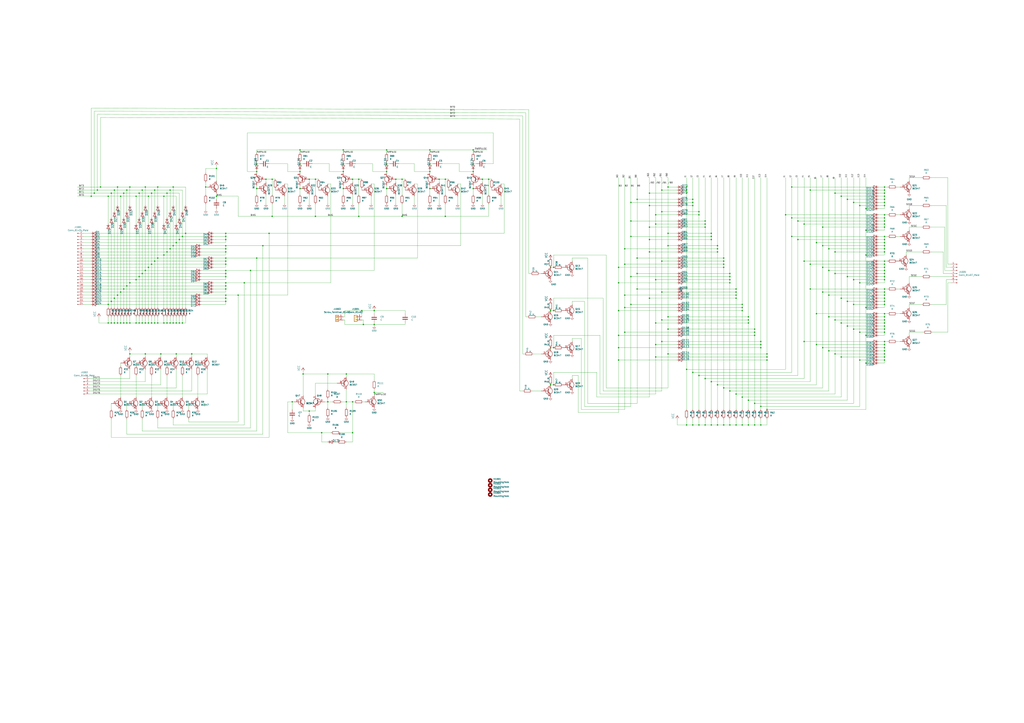
<source format=kicad_sch>
(kicad_sch (version 20211123) (generator eeschema)
  (paper "A1")
  (junction (at 629.92 290.83))
  (junction (at 104.14 265.43))
  (junction (at 538.48 176.53))
  (junction (at 452.12 255.27))
  (junction (at 88.9 265.43))
  (junction (at 513.08 204.47))
  (junction (at 726.44 179.07))
  (junction (at 508 275.59))
  (junction (at 599.44 229.87))
  (junction (at 307.34 322.58))
  (junction (at 523.24 163.83))
  (junction (at 685.8 262.89))
  (junction (at 185.42 245.11))
  (junction (at 650.24 179.07))
  (junction (at 80.01 156.21))
  (junction (at 518.16 250.19))
  (junction (at 269.24 307.34))
  (junction (at 584.2 196.85))
  (junction (at 454.66 316.23))
  (junction (at 121.92 265.43))
  (junction (at 124.46 217.17))
  (junction (at 711.2 209.55))
  (junction (at 99.06 265.43))
  (junction (at 281.94 140.97))
  (junction (at 675.64 201.93))
  (junction (at 139.7 265.43))
  (junction (at 246.38 134.62))
  (junction (at 584.2 191.77))
  (junction (at 726.44 285.75))
  (junction (at 223.52 147.32))
  (junction (at 711.2 298.45))
  (junction (at 701.04 270.51))
  (junction (at 604.52 240.03))
  (junction (at 701.04 166.37))
  (junction (at 523.24 224.79))
  (junction (at 543.56 262.89))
  (junction (at 574.04 349.25))
  (junction (at 401.32 147.32))
  (junction (at 726.44 267.97))
  (junction (at 185.42 196.85))
  (junction (at 317.5 140.97))
  (junction (at 185.42 217.17))
  (junction (at 584.2 349.25))
  (junction (at 281.94 123.19))
  (junction (at 685.8 224.79))
  (junction (at 93.98 245.11))
  (junction (at 665.48 217.17))
  (junction (at 74.93 161.29))
  (junction (at 93.98 265.43))
  (junction (at 726.44 186.69))
  (junction (at 104.14 156.21))
  (junction (at 513.08 273.05))
  (junction (at 111.76 229.87))
  (junction (at 568.96 166.37))
  (junction (at 726.44 247.65))
  (junction (at 360.68 147.32))
  (junction (at 726.44 168.91))
  (junction (at 660.4 184.15))
  (junction (at 604.52 237.49))
  (junction (at 121.92 161.29))
  (junction (at 508 219.71))
  (junction (at 454.66 219.71))
  (junction (at 726.44 219.71))
  (junction (at 353.06 123.19))
  (junction (at 726.44 181.61))
  (junction (at 185.42 232.41))
  (junction (at 134.62 161.29))
  (junction (at 246.38 140.97))
  (junction (at 726.44 196.85))
  (junction (at 298.45 266.7))
  (junction (at 124.46 265.43))
  (junction (at 609.6 326.39))
  (junction (at 548.64 290.83))
  (junction (at 533.4 207.01))
  (junction (at 701.04 229.87))
  (junction (at 77.47 158.75))
  (junction (at 137.16 207.01))
  (junction (at 655.32 181.61))
  (junction (at 726.44 227.33))
  (junction (at 134.62 209.55))
  (junction (at 695.96 247.65))
  (junction (at 210.82 140.97))
  (junction (at 177.8 161.29))
  (junction (at 543.56 280.67))
  (junction (at 726.44 161.29))
  (junction (at 533.4 196.85))
  (junction (at 168.91 153.67))
  (junction (at 543.56 240.03))
  (junction (at 548.64 260.35))
  (junction (at 695.96 163.83))
  (junction (at 680.72 222.25))
  (junction (at 127 214.63))
  (junction (at 134.62 265.43))
  (junction (at 106.68 265.43))
  (junction (at 388.62 123.19))
  (junction (at 124.46 158.75))
  (junction (at 726.44 265.43))
  (junction (at 594.36 214.63))
  (junction (at 325.12 147.32))
  (junction (at 665.48 156.21))
  (junction (at 142.24 265.43))
  (junction (at 624.84 283.21))
  (junction (at 106.68 153.67))
  (junction (at 726.44 250.19))
  (junction (at 599.44 232.41))
  (junction (at 670.56 283.21))
  (junction (at 604.52 323.85))
  (junction (at 675.64 240.03))
  (junction (at 185.42 212.09))
  (junction (at 88.9 161.29))
  (junction (at 185.42 207.01))
  (junction (at 706.12 295.91))
  (junction (at 518.16 227.33))
  (junction (at 144.78 199.39))
  (junction (at 533.4 158.75))
  (junction (at 604.52 245.11))
  (junction (at 317.5 154.94))
  (junction (at 726.44 273.05))
  (junction (at 726.44 229.87))
  (junction (at 119.38 265.43))
  (junction (at 614.68 265.43))
  (junction (at 619.76 349.25))
  (junction (at 121.92 219.71))
  (junction (at 609.6 252.73))
  (junction (at 365.76 147.32))
  (junction (at 289.56 330.2))
  (junction (at 726.44 201.93))
  (junction (at 185.42 227.33))
  (junction (at 579.12 181.61))
  (junction (at 388.62 140.97))
  (junction (at 281.94 134.62))
  (junction (at 513.08 242.57))
  (junction (at 104.14 234.95))
  (junction (at 388.62 134.62))
  (junction (at 259.08 147.32))
  (junction (at 599.44 227.33))
  (junction (at 144.78 290.83))
  (junction (at 284.48 330.2))
  (junction (at 106.68 290.83))
  (junction (at 518.16 166.37))
  (junction (at 568.96 168.91))
  (junction (at 101.6 237.49))
  (junction (at 127 265.43))
  (junction (at 604.52 349.25))
  (junction (at 614.68 328.93))
  (junction (at 114.3 227.33))
  (junction (at 240.03 330.2))
  (junction (at 604.52 242.57))
  (junction (at 149.86 194.31))
  (junction (at 670.56 257.81))
  (junction (at 508 285.75))
  (junction (at 624.84 285.75))
  (junction (at 594.36 217.17))
  (junction (at 538.48 283.21))
  (junction (at 726.44 204.47))
  (junction (at 246.38 154.94))
  (junction (at 317.5 123.19))
  (junction (at 650.24 153.67))
  (junction (at 690.88 265.43))
  (junction (at 589.28 201.93))
  (junction (at 96.52 242.57))
  (junction (at 508 232.41))
  (junction (at 523.24 237.49))
  (junction (at 248.92 307.34))
  (junction (at 660.4 280.67))
  (junction (at 185.42 222.25))
  (junction (at 563.88 153.67))
  (junction (at 584.2 194.31))
  (junction (at 185.42 224.79))
  (junction (at 695.96 267.97))
  (junction (at 726.44 288.29))
  (junction (at 284.48 307.34))
  (junction (at 185.42 214.63))
  (junction (at 579.12 349.25))
  (junction (at 726.44 245.11))
  (junction (at 726.44 222.25))
  (junction (at 254 147.32))
  (junction (at 205.74 222.25))
  (junction (at 185.42 191.77))
  (junction (at 650.24 194.31))
  (junction (at 675.64 186.69))
  (junction (at 116.84 265.43))
  (junction (at 177.8 138.43))
  (junction (at 711.2 275.59))
  (junction (at 726.44 207.01))
  (junction (at 726.44 184.15))
  (junction (at 297.18 255.27))
  (junction (at 99.06 240.03))
  (junction (at 680.72 242.57))
  (junction (at 533.4 245.11))
  (junction (at 513.08 252.73))
  (junction (at 685.8 207.01))
  (junction (at 508 295.91))
  (junction (at 594.36 318.77))
  (junction (at 690.88 161.29))
  (junction (at 132.08 290.83))
  (junction (at 726.44 270.51))
  (junction (at 210.82 134.62))
  (junction (at 289.56 147.32))
  (junction (at 101.6 158.75))
  (junction (at 579.12 311.15))
  (junction (at 149.86 265.43))
  (junction (at 223.52 177.8))
  (junction (at 609.6 255.27))
  (junction (at 538.48 229.87))
  (junction (at 353.06 140.97))
  (junction (at 726.44 194.31))
  (junction (at 82.55 153.67))
  (junction (at 619.76 270.51))
  (junction (at 452.12 219.71))
  (junction (at 116.84 224.79))
  (junction (at 629.92 293.37))
  (junction (at 289.56 355.6))
  (junction (at 629.92 295.91))
  (junction (at 726.44 293.37))
  (junction (at 215.9 201.93))
  (junction (at 91.44 158.75))
  (junction (at 624.84 280.67))
  (junction (at 454.66 255.27))
  (junction (at 614.68 260.35))
  (junction (at 533.4 168.91))
  (junction (at 563.88 349.25))
  (junction (at 281.94 154.94))
  (junction (at 259.08 177.8))
  (junction (at 152.4 191.77))
  (junction (at 690.88 245.11))
  (junction (at 660.4 214.63))
  (junction (at 706.12 232.41))
  (junction (at 91.44 265.43))
  (junction (at 609.6 250.19))
  (junction (at 726.44 166.37))
  (junction (at 139.7 156.21))
  (junction (at 574.04 173.99))
  (junction (at 294.64 177.8))
  (junction (at 543.56 173.99))
  (junction (at 599.44 321.31))
  (junction (at 185.42 234.95))
  (junction (at 579.12 186.69))
  (junction (at 114.3 265.43))
  (junction (at 645.16 176.53))
  (junction (at 523.24 212.09))
  (junction (at 690.88 293.37))
  (junction (at 548.64 191.77))
  (junction (at 726.44 295.91))
  (junction (at 538.48 184.15))
  (junction (at 726.44 290.83))
  (junction (at 726.44 262.89))
  (junction (at 609.6 349.25))
  (junction (at 147.32 265.43))
  (junction (at 670.56 199.39))
  (junction (at 220.98 191.77))
  (junction (at 563.88 156.21))
  (junction (at 665.48 237.49))
  (junction (at 185.42 237.49))
  (junction (at 185.42 204.47))
  (junction (at 93.98 156.21))
  (junction (at 685.8 158.75))
  (junction (at 269.24 330.2))
  (junction (at 594.36 219.71))
  (junction (at 655.32 196.85))
  (junction (at 599.44 349.25))
  (junction (at 147.32 196.85))
  (junction (at 533.4 186.69))
  (junction (at 88.9 250.19))
  (junction (at 142.24 153.67))
  (junction (at 96.52 265.43))
  (junction (at 185.42 194.31))
  (junction (at 137.16 265.43))
  (junction (at 518.16 181.61))
  (junction (at 726.44 283.21))
  (junction (at 726.44 257.81))
  (junction (at 614.68 262.89))
  (junction (at 726.44 224.79))
  (junction (at 106.68 232.41))
  (junction (at 129.54 212.09))
  (junction (at 91.44 247.65))
  (junction (at 726.44 153.67))
  (junction (at 116.84 156.21))
  (junction (at 99.06 161.29))
  (junction (at 563.88 158.75))
  (junction (at 538.48 293.37))
  (junction (at 200.66 232.41))
  (junction (at 579.12 184.15))
  (junction (at 599.44 224.79))
  (junction (at 185.42 201.93))
  (junction (at 629.92 336.55))
  (junction (at 726.44 176.53))
  (junction (at 619.76 273.05))
  (junction (at 137.16 158.75))
  (junction (at 543.56 214.63))
  (junction (at 726.44 158.75))
  (junction (at 695.96 227.33))
  (junction (at 726.44 240.03))
  (junction (at 726.44 199.39))
  (junction (at 114.3 158.75))
  (junction (at 726.44 217.17))
  (junction (at 307.34 266.7))
  (junction (at 144.78 265.43))
  (junction (at 594.36 349.25))
  (junction (at 452.12 285.75))
  (junction (at 624.84 334.01))
  (junction (at 675.64 219.71))
  (junction (at 589.28 204.47))
  (junction (at 701.04 250.19))
  (junction (at 157.48 290.83))
  (junction (at 218.44 147.32))
  (junction (at 518.16 194.31))
  (junction (at 680.72 260.35))
  (junction (at 353.06 134.62))
  (junction (at 680.72 288.29))
  (junction (at 101.6 265.43))
  (junction (at 294.64 147.32))
  (junction (at 454.66 285.75))
  (junction (at 548.64 270.51))
  (junction (at 210.82 212.09))
  (junction (at 706.12 168.91))
  (junction (at 568.96 163.83))
  (junction (at 254 337.82))
  (junction (at 129.54 265.43))
  (junction (at 119.38 290.83))
  (junction (at 119.38 222.25))
  (junction (at 568.96 349.25))
  (junction (at 185.42 242.57))
  (junction (at 129.54 153.67))
  (junction (at 96.52 153.67))
  (junction (at 726.44 260.35))
  (junction (at 264.16 355.6))
  (junction (at 711.2 252.73))
  (junction (at 711.2 171.45))
  (junction (at 195.58 242.57))
  (junction (at 246.38 123.19))
  (junction (at 513.08 217.17))
  (junction (at 548.64 201.93))
  (junction (at 685.8 290.83))
  (junction (at 706.12 273.05))
  (junction (at 330.2 147.32))
  (junction (at 726.44 237.49))
  (junction (at 307.34 255.27))
  (junction (at 594.36 212.09))
  (junction (at 508 255.27))
  (junction (at 726.44 280.67))
  (junction (at 353.06 154.94))
  (junction (at 624.84 349.25))
  (junction (at 619.76 331.47))
  (junction (at 589.28 349.25))
  (junction (at 111.76 161.29))
  (junction (at 365.76 177.8))
  (junction (at 317.5 134.62))
  (junction (at 538.48 265.43))
  (junction (at 584.2 313.69))
  (junction (at 127 156.21))
  (junction (at 675.64 285.75))
  (junction (at 563.88 303.53))
  (junction (at 119.38 153.67))
  (junction (at 589.28 207.01))
  (junction (at 139.7 204.47))
  (junction (at 726.44 156.21))
  (junction (at 568.96 306.07))
  (junction (at 680.72 204.47))
  (junction (at 111.76 265.43))
  (junction (at 548.64 153.67))
  (junction (at 614.68 349.25))
  (junction (at 388.62 154.94))
  (junction (at 726.44 163.83))
  (junction (at 726.44 242.57))
  (junction (at 619.76 275.59))
  (junction (at 330.2 177.8))
  (junction (at 142.24 201.93))
  (junction (at 452.12 316.23))
  (junction (at 589.28 316.23))
  (junction (at 396.24 147.32))
  (junction (at 210.82 154.94))
  (junction (at 185.42 247.65))
  (junction (at 726.44 214.63))
  (junction (at 574.04 308.61))
  (junction (at 574.04 176.53))
  (junction (at 711.2 189.23))
  (junction (at 543.56 156.21))
  (wire (pts (xy 726.44 158.75) (xy 726.44 156.21)))
  (wire (pts (xy 538.48 184.15) (xy 538.48 176.53)))
  (wire (pts (xy 294.64 177.8) (xy 330.2 177.8)))
  (wire (pts (xy 619.76 275.59) (xy 619.76 331.47)))
  (wire (pts (xy 561.34 181.61) (xy 579.12 181.61)))
  (wire (pts (xy 599.44 232.41) (xy 599.44 321.31)))
  (wire (pts (xy 236.22 330.2) (xy 240.03 330.2)))
  (wire (pts (xy 716.28 176.53) (xy 645.16 176.53)))
  (wire (pts (xy 106.68 153.67) (xy 119.38 153.67)))
  (wire (pts (xy 353.06 123.19) (xy 388.62 123.19)))
  (wire (pts (xy 116.84 265.43) (xy 119.38 265.43)))
  (wire (pts (xy 289.56 160.02) (xy 289.56 167.64)))
  (wire (pts (xy 124.46 179.07) (xy 124.46 158.75)))
  (wire (pts (xy 619.76 331.47) (xy 701.04 331.47)))
  (wire (pts (xy 543.56 240.03) (xy 543.56 262.89)))
  (wire (pts (xy 210.82 133.35) (xy 210.82 134.62)))
  (wire (pts (xy 330.2 147.32) (xy 330.2 160.02)))
  (wire (pts (xy 340.36 134.62) (xy 327.66 134.62)))
  (wire (pts (xy 599.44 232.41) (xy 599.44 229.87)))
  (wire (pts (xy 405.13 134.62) (xy 398.78 134.62)))
  (wire (pts (xy 716.28 209.55) (xy 711.2 209.55)))
  (wire (pts (xy 127 173.99) (xy 127 156.21)))
  (wire (pts (xy 233.68 151.13) (xy 236.22 151.13)))
  (wire (pts (xy 721.36 270.51) (xy 726.44 270.51)))
  (wire (pts (xy 220.98 359.41) (xy 220.98 191.77)))
  (wire (pts (xy 680.72 260.35) (xy 680.72 242.57)))
  (wire (pts (xy 721.36 295.91) (xy 726.44 295.91)))
  (wire (pts (xy 429.26 290.83) (xy 429.26 95.25)))
  (wire (pts (xy 624.84 334.01) (xy 624.84 336.55)))
  (wire (pts (xy 556.26 191.77) (xy 548.64 191.77)))
  (wire (pts (xy 438.15 290.83) (xy 444.5 290.83)))
  (wire (pts (xy 726.44 168.91) (xy 721.36 168.91)))
  (wire (pts (xy 477.52 336.55) (xy 513.08 336.55)))
  (wire (pts (xy 99.06 265.43) (xy 101.6 265.43)))
  (wire (pts (xy 706.12 334.01) (xy 706.12 295.91)))
  (wire (pts (xy 165.1 207.01) (xy 185.42 207.01)))
  (wire (pts (xy 599.44 321.31) (xy 680.72 321.31)))
  (wire (pts (xy 137.16 326.39) (xy 137.16 308.61)))
  (wire (pts (xy 96.52 265.43) (xy 99.06 265.43)))
  (wire (pts (xy 568.96 168.91) (xy 568.96 166.37)))
  (wire (pts (xy 297.18 156.21) (xy 297.18 154.94)))
  (wire (pts (xy 284.48 330.2) (xy 289.56 330.2)))
  (wire (pts (xy 226.06 156.21) (xy 226.06 154.94)))
  (wire (pts (xy 561.34 184.15) (xy 579.12 184.15)))
  (wire (pts (xy 574.04 173.99) (xy 574.04 146.05)))
  (wire (pts (xy 726.44 199.39) (xy 726.44 196.85)))
  (wire (pts (xy 726.44 209.55) (xy 726.44 207.01)))
  (wire (pts (xy 721.36 222.25) (xy 726.44 222.25)))
  (wire (pts (xy 307.34 254) (xy 307.34 255.27)))
  (wire (pts (xy 543.56 214.63) (xy 543.56 240.03)))
  (wire (pts (xy 680.72 242.57) (xy 680.72 222.25)))
  (wire (pts (xy 716.28 153.67) (xy 650.24 153.67)))
  (wire (pts (xy 220.98 191.77) (xy 414.02 191.77)))
  (wire (pts (xy 523.24 163.83) (xy 523.24 146.05)))
  (wire (pts (xy 80.01 240.03) (xy 99.06 240.03)))
  (wire (pts (xy 609.6 326.39) (xy 609.6 336.55)))
  (wire (pts (xy 134.62 161.29) (xy 144.78 161.29)))
  (wire (pts (xy 579.12 349.25) (xy 574.04 349.25)))
  (wire (pts (xy 73.66 313.69) (xy 119.38 313.69)))
  (wire (pts (xy 111.76 260.35) (xy 111.76 265.43)))
  (wire (pts (xy 185.42 227.33) (xy 185.42 229.87)))
  (wire (pts (xy 594.36 217.17) (xy 594.36 214.63)))
  (wire (pts (xy 210.82 123.19) (xy 246.38 123.19)))
  (wire (pts (xy 101.6 265.43) (xy 101.6 260.35)))
  (wire (pts (xy 726.44 267.97) (xy 721.36 267.97)))
  (wire (pts (xy 116.84 179.07) (xy 116.84 224.79)))
  (wire (pts (xy 68.58 245.11) (xy 74.93 245.11)))
  (wire (pts (xy 660.4 311.15) (xy 660.4 280.67)))
  (wire (pts (xy 538.48 293.37) (xy 538.48 283.21)))
  (wire (pts (xy 307.34 266.7) (xy 332.74 266.7)))
  (wire (pts (xy 91.44 252.73) (xy 91.44 247.65)))
  (wire (pts (xy 80.01 245.11) (xy 93.98 245.11)))
  (wire (pts (xy 716.28 207.01) (xy 685.8 207.01)))
  (wire (pts (xy 650.24 179.07) (xy 716.28 179.07)))
  (wire (pts (xy 149.86 194.31) (xy 149.86 179.07)))
  (wire (pts (xy 63.5 158.75) (xy 77.47 158.75)))
  (wire (pts (xy 320.04 134.62) (xy 317.5 134.62)))
  (wire (pts (xy 175.26 214.63) (xy 185.42 214.63)))
  (wire (pts (xy 469.9 212.09) (xy 469.9 214.63)))
  (wire (pts (xy 675.64 201.93) (xy 675.64 186.69)))
  (wire (pts (xy 170.18 219.71) (xy 121.92 219.71)))
  (wire (pts (xy 716.28 237.49) (xy 665.48 237.49)))
  (wire (pts (xy 716.28 222.25) (xy 680.72 222.25)))
  (wire (pts (xy 561.34 227.33) (xy 599.44 227.33)))
  (wire (pts (xy 73.66 323.85) (xy 170.18 323.85)))
  (wire (pts (xy 167.64 334.01) (xy 167.64 331.47)))
  (wire (pts (xy 721.36 288.29) (xy 726.44 288.29)))
  (wire (pts (xy 80.01 204.47) (xy 139.7 204.47)))
  (wire (pts (xy 746.76 171.45) (xy 746.76 168.91)))
  (wire (pts (xy 177.8 158.75) (xy 177.8 161.29)))
  (wire (pts (xy 726.44 207.01) (xy 726.44 204.47)))
  (wire (pts (xy 561.34 196.85) (xy 584.2 196.85)))
  (wire (pts (xy 121.92 265.43) (xy 124.46 265.43)))
  (wire (pts (xy 556.26 245.11) (xy 533.4 245.11)))
  (wire (pts (xy 269.24 307.34) (xy 269.24 320.04)))
  (wire (pts (xy 726.44 275.59) (xy 726.44 273.05)))
  (wire (pts (xy 726.44 194.31) (xy 721.36 194.31)))
  (wire (pts (xy 185.42 212.09) (xy 175.26 212.09)))
  (wire (pts (xy 80.01 227.33) (xy 114.3 227.33)))
  (wire (pts (xy 365.76 147.32) (xy 365.76 160.02)))
  (wire (pts (xy 259.08 147.32) (xy 259.08 160.02)))
  (wire (pts (xy 624.84 349.25) (xy 619.76 349.25)))
  (wire (pts (xy 91.44 247.65) (xy 91.44 184.15)))
  (wire (pts (xy 68.58 191.77) (xy 74.93 191.77)))
  (wire (pts (xy 121.92 260.35) (xy 121.92 265.43)))
  (wire (pts (xy 660.4 214.63) (xy 660.4 184.15)))
  (wire (pts (xy 556.26 173.99) (xy 543.56 173.99)))
  (wire (pts (xy 556.26 237.49) (xy 523.24 237.49)))
  (wire (pts (xy 284.48 330.2) (xy 284.48 320.04)))
  (wire (pts (xy 778.51 146.05) (xy 778.51 217.17)))
  (wire (pts (xy 711.2 252.73) (xy 711.2 209.55)))
  (wire (pts (xy 411.48 161.29) (xy 411.48 167.64)))
  (wire (pts (xy 543.56 262.89) (xy 543.56 280.67)))
  (wire (pts (xy 726.44 227.33) (xy 726.44 224.79)))
  (wire (pts (xy 223.52 167.64) (xy 223.52 177.8)))
  (wire (pts (xy 721.36 179.07) (xy 726.44 179.07)))
  (wire (pts (xy 645.16 176.53) (xy 645.16 146.05)))
  (wire (pts (xy 114.3 179.07) (xy 114.3 158.75)))
  (wire (pts (xy 726.44 273.05) (xy 721.36 273.05)))
  (wire (pts (xy 104.14 331.47) (xy 104.14 336.55)))
  (wire (pts (xy 685.8 158.75) (xy 685.8 146.05)))
  (wire (pts (xy 490.22 326.39) (xy 533.4 326.39)))
  (wire (pts (xy 401.32 147.32) (xy 401.32 160.02)))
  (wire (pts (xy 728.98 153.67) (xy 726.44 153.67)))
  (wire (pts (xy 469.9 247.65) (xy 469.9 250.19)))
  (wire (pts (xy 91.44 158.75) (xy 101.6 158.75)))
  (wire (pts (xy 561.34 163.83) (xy 568.96 163.83)))
  (wire (pts (xy 764.54 207.01) (xy 774.7 207.01)))
  (wire (pts (xy 147.32 196.85) (xy 147.32 184.15)))
  (wire (pts (xy 556.26 194.31) (xy 518.16 194.31)))
  (wire (pts (xy 680.72 204.47) (xy 680.72 146.05)))
  (wire (pts (xy 104.14 173.99) (xy 104.14 156.21)))
  (wire (pts (xy 101.6 179.07) (xy 101.6 158.75)))
  (wire (pts (xy 317.5 123.19) (xy 353.06 123.19)))
  (wire (pts (xy 477.52 278.13) (xy 477.52 336.55)))
  (wire (pts (xy 88.9 250.19) (xy 160.02 250.19)))
  (wire (pts (xy 706.12 168.91) (xy 706.12 146.05)))
  (wire (pts (xy 716.28 201.93) (xy 675.64 201.93)))
  (wire (pts (xy 106.68 232.41) (xy 170.18 232.41)))
  (wire (pts (xy 144.78 260.35) (xy 144.78 265.43)))
  (wire (pts (xy 556.26 201.93) (xy 548.64 201.93)))
  (wire (pts (xy 726.44 262.89) (xy 726.44 260.35)))
  (wire (pts (xy 261.62 156.21) (xy 261.62 154.94)))
  (wire (pts (xy 360.68 147.32) (xy 360.68 149.86)))
  (wire (pts (xy 589.28 204.47) (xy 589.28 201.93)))
  (wire (pts (xy 624.84 344.17) (xy 624.84 349.25)))
  (wire (pts (xy 721.36 227.33) (xy 726.44 227.33)))
  (wire (pts (xy 619.76 331.47) (xy 619.76 336.55)))
  (wire (pts (xy 124.46 158.75) (xy 137.16 158.75)))
  (wire (pts (xy 304.8 151.13) (xy 307.34 151.13)))
  (wire (pts (xy 88.9 250.19) (xy 88.9 189.23)))
  (wire (pts (xy 127 265.43) (xy 129.54 265.43)))
  (wire (pts (xy 556.26 265.43) (xy 538.48 265.43)))
  (wire (pts (xy 721.36 298.45) (xy 726.44 298.45)))
  (wire (pts (xy 443.23 224.79) (xy 444.5 224.79)))
  (wire (pts (xy 80.01 93.98) (xy 429.26 95.25)))
  (wire (pts (xy 518.16 146.05) (xy 518.16 166.37)))
  (wire (pts (xy 114.3 265.43) (xy 116.84 265.43)))
  (wire (pts (xy 185.42 199.39) (xy 185.42 196.85)))
  (wire (pts (xy 695.96 267.97) (xy 695.96 247.65)))
  (wire (pts (xy 538.48 176.53) (xy 538.48 146.05)))
  (wire (pts (xy 375.92 161.29) (xy 375.92 167.64)))
  (wire (pts (xy 388.62 123.19) (xy 400.05 123.19)))
  (wire (pts (xy 533.4 186.69) (xy 533.4 196.85)))
  (wire (pts (xy 614.68 328.93) (xy 614.68 336.55)))
  (wire (pts (xy 68.58 207.01) (xy 74.93 207.01)))
  (wire (pts (xy 91.44 265.43) (xy 93.98 265.43)))
  (wire (pts (xy 264.16 355.6) (xy 236.22 355.6)))
  (wire (pts (xy 609.6 252.73) (xy 609.6 250.19)))
  (wire (pts (xy 548.64 260.35) (xy 548.64 201.93)))
  (wire (pts (xy 223.52 147.32) (xy 226.06 147.32)))
  (wire (pts (xy 716.28 245.11) (xy 690.88 245.11)))
  (wire (pts (xy 269.24 363.22) (xy 264.16 363.22)))
  (wire (pts (xy 185.42 209.55) (xy 165.1 209.55)))
  (wire (pts (xy 675.64 219.71) (xy 675.64 201.93)))
  (wire (pts (xy 584.2 191.77) (xy 584.2 146.05)))
  (wire (pts (xy 665.48 156.21) (xy 665.48 146.05)))
  (wire (pts (xy 236.22 140.97) (xy 236.22 134.62)))
  (wire (pts (xy 726.44 298.45) (xy 726.44 295.91)))
  (wire (pts (xy 619.76 273.05) (xy 619.76 270.51)))
  (wire (pts (xy 726.44 237.49) (xy 721.36 237.49)))
  (wire (pts (xy 99.06 240.03) (xy 99.06 189.23)))
  (wire (pts (xy 726.44 153.67) (xy 721.36 153.67)))
  (wire (pts (xy 80.01 229.87) (xy 111.76 229.87)))
  (wire (pts (xy 106.68 232.41) (xy 106.68 252.73)))
  (wire (pts (xy 469.9 278.13) (xy 477.52 278.13)))
  (wire (pts (xy 701.04 270.51) (xy 701.04 250.19)))
  (wire (pts (xy 568.96 349.25) (xy 563.88 349.25)))
  (wire (pts (xy 96.52 153.67) (xy 106.68 153.67)))
  (wire (pts (xy 574.04 176.53) (xy 574.04 173.99)))
  (wire (pts (xy 175.26 219.71) (xy 185.42 219.71)))
  (wire (pts (xy 706.12 295.91) (xy 706.12 273.05)))
  (wire (pts (xy 101.6 265.43) (xy 104.14 265.43)))
  (wire (pts (xy 736.6 237.49) (xy 739.14 237.49)))
  (wire (pts (xy 68.58 201.93) (xy 74.93 201.93)))
  (wire (pts (xy 721.36 250.19) (xy 726.44 250.19)))
  (wire (pts (xy 129.54 351.79) (xy 205.74 351.79)))
  (wire (pts (xy 680.72 321.31) (xy 680.72 288.29)))
  (wire (pts (xy 73.66 316.23) (xy 132.08 316.23)))
  (wire (pts (xy 195.58 242.57) (xy 195.58 346.71)))
  (wire (pts (xy 434.34 224.79) (xy 434.34 90.17)))
  (wire (pts (xy 248.92 335.28) (xy 248.92 337.82)))
  (wire (pts (xy 170.18 234.95) (xy 104.14 234.95)))
  (wire (pts (xy 548.64 318.77) (xy 548.64 290.83)))
  (wire (pts (xy 144.78 290.83) (xy 132.08 290.83)))
  (wire (pts (xy 629.92 295.91) (xy 629.92 336.55)))
  (wire (pts (xy 579.12 311.15) (xy 579.12 336.55)))
  (wire (pts (xy 106.68 168.91) (xy 106.68 153.67)))
  (wire (pts (xy 246.38 125.73) (xy 246.38 123.19)))
  (wire (pts (xy 124.46 217.17) (xy 170.18 217.17)))
  (wire (pts (xy 589.28 349.25) (xy 584.2 349.25)))
  (wire (pts (xy 281.94 154.94) (xy 281.94 160.02)))
  (wire (pts (xy 716.28 161.29) (xy 690.88 161.29)))
  (wire (pts (xy 716.28 250.19) (xy 701.04 250.19)))
  (wire (pts (xy 726.44 285.75) (xy 726.44 283.21)))
  (wire (pts (xy 104.14 260.35) (xy 104.14 265.43)))
  (wire (pts (xy 721.36 217.17) (xy 726.44 217.17)))
  (wire (pts (xy 233.68 161.29) (xy 233.68 167.64)))
  (wire (pts (xy 726.44 267.97) (xy 726.44 265.43)))
  (wire (pts (xy 248.92 325.12) (xy 248.92 307.34)))
  (wire (pts (xy 403.86 156.21) (xy 403.86 154.94)))
  (wire (pts (xy 170.18 323.85) (xy 170.18 303.53)))
  (wire (pts (xy 137.16 179.07) (xy 137.16 158.75)))
  (wire (pts (xy 655.32 308.61) (xy 655.32 196.85)))
  (wire (pts (xy 660.4 184.15) (xy 660.4 146.05)))
  (wire (pts (xy 728.98 257.81) (xy 726.44 257.81)))
  (wire (pts (xy 513.08 336.55) (xy 513.08 273.05)))
  (wire (pts (xy 609.6 255.27) (xy 609.6 252.73)))
  (wire (pts (xy 561.34 232.41) (xy 599.44 232.41)))
  (wire (pts (xy 137.16 207.01) (xy 137.16 184.15)))
  (wire (pts (xy 726.44 288.29) (xy 726.44 285.75)))
  (wire (pts (xy 728.98 237.49) (xy 726.44 237.49)))
  (wire (pts (xy 584.2 313.69) (xy 584.2 336.55)))
  (wire (pts (xy 563.88 303.53) (xy 563.88 336.55)))
  (wire (pts (xy 236.22 151.13) (xy 236.22 242.57)))
  (wire (pts (xy 599.44 227.33) (xy 599.44 224.79)))
  (wire (pts (xy 508 275.59) (xy 508 285.75)))
  (wire (pts (xy 353.06 140.97) (xy 353.06 142.24)))
  (wire (pts (xy 134.62 260.35) (xy 134.62 265.43)))
  (wire (pts (xy 215.9 201.93) (xy 378.46 201.93)))
  (wire (pts (xy 594.36 214.63) (xy 594.36 212.09)))
  (wire (pts (xy 142.24 201.93) (xy 160.02 201.93)))
  (wire (pts (xy 556.26 250.19) (xy 518.16 250.19)))
  (wire (pts (xy 269.24 330.2) (xy 269.24 327.66)))
  (wire (pts (xy 650.24 306.07) (xy 650.24 194.31)))
  (wire (pts (xy 68.58 209.55) (xy 74.93 209.55)))
  (wire (pts (xy 289.56 330.2) (xy 290.83 330.2)))
  (wire (pts (xy 317.5 152.4) (xy 317.5 154.94)))
  (wire (pts (xy 144.78 199.39) (xy 144.78 189.23)))
  (wire (pts (xy 716.28 293.37) (xy 690.88 293.37)))
  (wire (pts (xy 137.16 252.73) (xy 137.16 207.01)))
  (wire (pts (xy 68.58 219.71) (xy 74.93 219.71)))
  (wire (pts (xy 106.68 290.83) (xy 106.68 288.29)))
  (wire (pts (xy 495.3 321.31) (xy 495.3 245.11)))
  (wire (pts (xy 609.6 349.25) (xy 604.52 349.25)))
  (wire (pts (xy 726.44 163.83) (xy 721.36 163.83)))
  (wire (pts (xy 556.26 186.69) (xy 533.4 186.69)))
  (wire (pts (xy 88.9 260.35) (xy 88.9 265.43)))
  (wire (pts (xy 147.32 196.85) (xy 80.01 196.85)))
  (wire (pts (xy 88.9 265.43) (xy 91.44 265.43)))
  (wire (pts (xy 119.38 313.69) (xy 119.38 303.53)))
  (wire (pts (xy 744.22 209.55) (xy 744.22 207.01)))
  (wire (pts (xy 726.44 273.05) (xy 726.44 270.51)))
  (wire (pts (xy 210.82 152.4) (xy 210.82 154.94)))
  (wire (pts (xy 111.76 161.29) (xy 121.92 161.29)))
  (wire (pts (xy 480.06 247.65) (xy 469.9 247.65)))
  (wire (pts (xy 116.84 156.21) (xy 127 156.21)))
  (wire (pts (xy 270.51 140.97) (xy 270.51 134.62)))
  (wire (pts (xy 88.9 250.19) (xy 80.01 250.19)))
  (wire (pts (xy 144.78 265.43) (xy 147.32 265.43)))
  (wire (pts (xy 168.91 138.43) (xy 177.8 138.43)))
  (wire (pts (xy 568.96 168.91) (xy 568.96 306.07)))
  (wire (pts (xy 401.32 167.64) (xy 401.32 177.8)))
  (wire (pts (xy 147.32 265.43) (xy 149.86 265.43)))
  (wire (pts (xy 101.6 158.75) (xy 114.3 158.75)))
  (wire (pts (xy 561.34 265.43) (xy 614.68 265.43)))
  (wire (pts (xy 298.45 330.2) (xy 299.72 330.2)))
  (wire (pts (xy 568.96 306.07) (xy 650.24 306.07)))
  (wire (pts (xy 185.42 237.49) (xy 175.26 237.49)))
  (wire (pts (xy 721.36 275.59) (xy 726.44 275.59)))
  (wire (pts (xy 80.01 232.41) (xy 106.68 232.41)))
  (wire (pts (xy 513.08 242.57) (xy 513.08 217.17)))
  (wire (pts (xy 561.34 283.21) (xy 624.84 283.21)))
  (wire (pts (xy 568.96 163.83) (xy 568.96 146.05)))
  (wire (pts (xy 283.21 266.7) (xy 283.21 262.89)))
  (wire (pts (xy 132.08 290.83) (xy 119.38 290.83)))
  (wire (pts (xy 142.24 344.17) (xy 142.24 349.25)))
  (wire (pts (xy 716.28 199.39) (xy 670.56 199.39)))
  (wire (pts (xy 236.22 355.6) (xy 236.22 330.2)))
  (wire (pts (xy 289.56 147.32) (xy 294.64 147.32)))
  (wire (pts (xy 726.44 156.21) (xy 726.44 153.67)))
  (wire (pts (xy 121.92 184.15) (xy 121.92 161.29)))
  (wire (pts (xy 388.62 139.7) (xy 388.62 140.97)))
  (wire (pts (xy 80.01 194.31) (xy 149.86 194.31)))
  (wire (pts (xy 185.42 217.17) (xy 185.42 214.63)))
  (wire (pts (xy 185.42 191.77) (xy 220.98 191.77)))
  (wire (pts (xy 223.52 147.32) (xy 223.52 160.02)))
  (wire (pts (xy 561.34 280.67) (xy 624.84 280.67)))
  (wire (pts (xy 317.5 133.35) (xy 317.5 134.62)))
  (wire (pts (xy 594.36 318.77) (xy 594.36 219.71)))
  (wire (pts (xy 297.18 260.35) (xy 297.18 255.27)))
  (wire (pts (xy 240.03 330.2) (xy 240.03 336.55)))
  (wire (pts (xy 80.01 212.09) (xy 129.54 212.09)))
  (wire (pts (xy 690.88 293.37) (xy 690.88 265.43)))
  (wire (pts (xy 508 285.75) (xy 508 295.91)))
  (wire (pts (xy 119.38 222.25) (xy 160.02 222.25)))
  (wire (pts (xy 746.76 273.05) (xy 758.19 273.05)))
  (wire (pts (xy 701.04 229.87) (xy 701.04 166.37)))
  (wire (pts (xy 68.58 227.33) (xy 74.93 227.33)))
  (wire (pts (xy 160.02 229.87) (xy 111.76 229.87)))
  (wire (pts (xy 543.56 156.21) (xy 543.56 173.99)))
  (wire (pts (xy 142.24 349.25) (xy 200.66 349.25)))
  (wire (pts (xy 716.28 171.45) (xy 711.2 171.45)))
  (wire (pts (xy 134.62 209.55) (xy 134.62 189.23)))
  (wire (pts (xy 254 337.82) (xy 254 340.36)))
  (wire (pts (xy 716.28 275.59) (xy 711.2 275.59)))
  (wire (pts (xy 284.48 363.22) (xy 289.56 363.22)))
  (wire (pts (xy 561.34 255.27) (xy 609.6 255.27)))
  (wire (pts (xy 533.4 146.05) (xy 533.4 158.75)))
  (wire (pts (xy 721.36 184.15) (xy 726.44 184.15)))
  (wire (pts (xy 556.26 163.83) (xy 523.24 163.83)))
  (wire (pts (xy 281.94 123.19) (xy 317.5 123.19)))
  (wire (pts (xy 101.6 237.49) (xy 170.18 237.49)))
  (wire (pts (xy 165.1 245.11) (xy 185.42 245.11)))
  (wire (pts (xy 124.46 265.43) (xy 127 265.43)))
  (wire (pts (xy 405.13 109.22) (xy 405.13 134.62)))
  (wire (pts (xy 111.76 229.87) (xy 111.76 252.73)))
  (wire (pts (xy 134.62 184.15) (xy 134.62 161.29)))
  (wire (pts (xy 68.58 196.85) (xy 74.93 196.85)))
  (wire (pts (xy 411.48 151.13) (xy 414.02 151.13)))
  (wire (pts (xy 149.86 298.45) (xy 149.86 300.99)))
  (wire (pts (xy 568.96 336.55) (xy 568.96 306.07)))
  (wire (pts (xy 579.12 186.69) (xy 579.12 311.15)))
  (wire (pts (xy 77.47 91.44) (xy 431.8 92.71)))
  (wire (pts (xy 589.28 316.23) (xy 670.56 316.23)))
  (wire (pts (xy 563.88 158.75) (xy 563.88 156.21)))
  (wire (pts (xy 185.42 247.65) (xy 185.42 245.11)))
  (wire (pts (xy 129.54 212.09) (xy 129.54 173.99)))
  (wire (pts (xy 104.14 156.21) (xy 116.84 156.21)))
  (wire (pts (xy 721.36 171.45) (xy 726.44 171.45)))
  (wire (pts (xy 561.34 173.99) (xy 574.04 173.99)))
  (wire (pts (xy 259.08 337.82) (xy 259.08 335.28)))
  (wire (pts (xy 254 160.02) (xy 254 167.64)))
  (wire (pts (xy 177.8 138.43) (xy 177.8 135.89)))
  (wire (pts (xy 764.54 186.69) (xy 775.97 186.69)))
  (wire (pts (xy 556.26 275.59) (xy 508 275.59)))
  (wire (pts (xy 561.34 252.73) (xy 609.6 252.73)))
  (wire (pts (xy 561.34 207.01) (xy 589.28 207.01)))
  (wire (pts (xy 152.4 153.67) (xy 152.4 168.91)))
  (wire (pts (xy 556.26 166.37) (xy 518.16 166.37)))
  (wire (pts (xy 665.48 237.49) (xy 665.48 217.17)))
  (wire (pts (xy 80.01 247.65) (xy 91.44 247.65)))
  (wire (pts (xy 711.2 171.45) (xy 711.2 146.05)))
  (wire (pts (xy 495.3 321.31) (xy 543.56 321.31)))
  (wire (pts (xy 259.08 314.96) (xy 276.86 314.96)))
  (wire (pts (xy 127 252.73) (xy 127 214.63)))
  (wire (pts (xy 584.2 194.31) (xy 584.2 191.77)))
  (wire (pts (xy 655.32 181.61) (xy 655.32 146.05)))
  (wire (pts (xy 388.62 133.35) (xy 388.62 134.62)))
  (wire (pts (xy 325.12 147.32) (xy 330.2 147.32)))
  (wire (pts (xy 548.64 201.93) (xy 548.64 191.77)))
  (wire (pts (xy 185.42 201.93) (xy 185.42 204.47)))
  (wire (pts (xy 142.24 252.73) (xy 142.24 201.93)))
  (wire (pts (xy 584.2 349.25) (xy 579.12 349.25)))
  (wire (pts (xy 200.66 349.25) (xy 200.66 232.41)))
  (wire (pts (xy 195.58 242.57) (xy 185.42 242.57)))
  (wire (pts (xy 218.44 160.02) (xy 218.44 167.64)))
  (wire (pts (xy 325.12 147.32) (xy 325.12 149.86)))
  (wire (pts (xy 701.04 250.19) (xy 701.04 229.87)))
  (wire (pts (xy 513.08 273.05) (xy 513.08 252.73)))
  (wire (pts (xy 306.07 140.97) (xy 306.07 134.62)))
  (wire (pts (xy 82.55 153.67) (xy 96.52 153.67)))
  (wire (pts (xy 429.26 321.31) (xy 426.72 321.31)))
  (wire (pts (xy 162.56 326.39) (xy 162.56 308.61)))
  (wire (pts (xy 574.04 308.61) (xy 574.04 336.55)))
  (wire (pts (xy 721.36 156.21) (xy 726.44 156.21)))
  (wire (pts (xy 716.28 240.03) (xy 675.64 240.03)))
  (wire (pts (xy 139.7 204.47) (xy 160.02 204.47)))
  (wire (pts (xy 548.64 153.67) (xy 548.64 146.05)))
  (wire (pts (xy 726.44 168.91) (xy 726.44 166.37)))
  (wire (pts (xy 716.28 204.47) (xy 680.72 204.47)))
  (wire (pts (xy 556.26 270.51) (xy 548.64 270.51)))
  (wire (pts (xy 157.48 321.31) (xy 157.48 303.53)))
  (wire (pts (xy 561.34 290.83) (xy 629.92 290.83)))
  (wire (pts (xy 556.26 349.25) (xy 556.26 344.17)))
  (wire (pts (xy 604.52 242.57) (xy 604.52 240.03)))
  (wire (pts (xy 116.84 354.33) (xy 210.82 354.33)))
  (wire (pts (xy 548.64 290.83) (xy 548.64 270.51)))
  (wire (pts (xy 82.55 96.52) (xy 426.72 97.79)))
  (wire (pts (xy 726.44 229.87) (xy 721.36 229.87)))
  (wire (pts (xy 561.34 204.47) (xy 589.28 204.47)))
  (wire (pts (xy 685.8 323.85) (xy 685.8 290.83)))
  (wire (pts (xy 254 147.32) (xy 254 149.86)))
  (wire (pts (xy 556.26 219.71) (xy 508 219.71)))
  (wire (pts (xy 556.26 184.15) (xy 538.48 184.15)))
  (wire (pts (xy 497.84 318.77) (xy 497.84 209.55)))
  (wire (pts (xy 142.24 265.43) (xy 144.78 265.43)))
  (wire (pts (xy 332.74 265.43) (xy 332.74 266.7)))
  (wire (pts (xy 599.44 349.25) (xy 594.36 349.25)))
  (wire (pts (xy 314.96 322.58) (xy 307.34 322.58)))
  (wire (pts (xy 584.2 344.17) (xy 584.2 349.25)))
  (wire (pts (xy 561.34 242.57) (xy 604.52 242.57)))
  (wire (pts (xy 726.44 270.51) (xy 726.44 267.97)))
  (wire (pts (xy 556.26 273.05) (xy 513.08 273.05)))
  (wire (pts (xy 353.06 152.4) (xy 353.06 154.94)))
  (wire (pts (xy 391.16 134.62) (xy 388.62 134.62)))
  (wire (pts (xy 728.98 176.53) (xy 726.44 176.53)))
  (wire (pts (xy 111.76 326.39) (xy 111.76 308.61)))
  (wire (pts (xy 556.26 280.67) (xy 543.56 280.67)))
  (wire (pts (xy 726.44 280.67) (xy 721.36 280.67)))
  (wire (pts (xy 124.46 217.17) (xy 124.46 184.15)))
  (wire (pts (xy 556.26 293.37) (xy 538.48 293.37)))
  (wire (pts (xy 777.24 219.71) (xy 777.24 168.91)))
  (wire (pts (xy 116.84 344.17) (xy 116.84 354.33)))
  (wire (pts (xy 726.44 293.37) (xy 726.44 290.83)))
  (wire (pts (xy 518.16 181.61) (xy 518.16 194.31)))
  (wire (pts (xy 91.44 344.17) (xy 91.44 359.41)))
  (wire (pts (xy 215.9 201.93) (xy 215.9 356.87)))
  (wire (pts (xy 353.06 125.73) (xy 353.06 123.19)))
  (wire (pts (xy 563.88 153.67) (xy 563.88 146.05)))
  (wire (pts (xy 104.14 344.17) (xy 104.14 356.87)))
  (wire (pts (xy 716.28 166.37) (xy 701.04 166.37)))
  (wire (pts (xy 533.4 207.01) (xy 533.4 245.11)))
  (wire (pts (xy 134.62 209.55) (xy 134.62 252.73)))
  (wire (pts (xy 728.98 214.63) (xy 726.44 214.63)))
  (wire (pts (xy 513.08 252.73) (xy 513.08 242.57)))
  (wire (pts (xy 175.26 199.39) (xy 185.42 199.39)))
  (wire (pts (xy 695.96 328.93) (xy 695.96 267.97)))
  (wire (pts (xy 185.42 196.85) (xy 175.26 196.85)))
  (wire (pts (xy 579.12 349.25) (xy 579.12 344.17)))
  (wire (pts (xy 619.76 270.51) (xy 619.76 146.05)))
  (wire (pts (xy 518.16 227.33) (xy 518.16 250.19)))
  (wire (pts (xy 561.34 166.37) (xy 568.96 166.37)))
  (wire (pts (xy 474.98 308.61) (xy 474.98 339.09)))
  (wire (pts (xy 139.7 179.07) (xy 139.7 204.47)))
  (wire (pts (xy 340.36 140.97) (xy 340.36 134.62)))
  (wire (pts (xy 716.28 189.23) (xy 711.2 189.23)))
  (wire (pts (xy 127 179.07) (xy 127 214.63)))
  (wire (pts (xy 716.28 186.69) (xy 675.64 186.69)))
  (wire (pts (xy 629.92 336.55) (xy 711.2 336.55)))
  (wire (pts (xy 726.44 214.63) (xy 721.36 214.63)))
  (wire (pts (xy 165.1 222.25) (xy 185.42 222.25)))
  (wire (pts (xy 284.48 330.2) (xy 284.48 335.28)))
  (wire (pts (xy 129.54 331.47) (xy 129.54 336.55)))
  (wire (pts (xy 68.58 234.95) (xy 74.93 234.95)))
  (wire (pts (xy 726.44 186.69) (xy 721.36 186.69)))
  (wire (pts (xy 152.4 191.77) (xy 170.18 191.77)))
  (wire (pts (xy 624.84 285.75) (xy 624.84 334.01)))
  (wire (pts (xy 764.54 250.19) (xy 777.24 250.19)))
  (wire (pts (xy 185.42 224.79) (xy 185.42 227.33)))
  (wire (pts (xy 721.36 247.65) (xy 726.44 247.65)))
  (wire (pts (xy 543.56 173.99) (xy 543.56 214.63)))
  (wire (pts (xy 716.28 168.91) (xy 706.12 168.91)))
  (wire (pts (xy 127 214.63) (xy 80.01 214.63)))
  (wire (pts (xy 721.36 283.21) (xy 726.44 283.21)))
  (wire (pts (xy 73.66 311.15) (xy 106.68 311.15)))
  (wire (pts (xy 721.36 245.11) (xy 726.44 245.11)))
  (wire (pts (xy 629.92 349.25) (xy 624.84 349.25)))
  (wire (pts (xy 711.2 336.55) (xy 711.2 298.45)))
  (wire (pts (xy 716.28 224.79) (xy 685.8 224.79)))
  (wire (pts (xy 168.91 138.43) (xy 168.91 142.24)))
  (wire (pts (xy 203.2 140.97) (xy 210.82 140.97)))
  (wire (pts (xy 185.42 250.19) (xy 185.42 247.65)))
  (wire (pts (xy 726.44 283.21) (xy 726.44 280.67)))
  (wire (pts (xy 563.88 344.17) (xy 563.88 349.25)))
  (wire (pts (xy 68.58 232.41) (xy 74.93 232.41)))
  (wire (pts (xy 721.36 252.73) (xy 726.44 252.73)))
  (wire (pts (xy 77.47 91.44) (xy 77.47 158.75)))
  (wire (pts (xy 726.44 260.35) (xy 726.44 257.81)))
  (wire (pts (xy 492.76 275.59) (xy 454.66 275.59)))
  (wire (pts (xy 270.51 134.62) (xy 256.54 134.62)))
  (wire (pts (xy 711.2 189.23) (xy 711.2 171.45)))
  (wire (pts (xy 396.24 160.02) (xy 396.24 167.64)))
  (wire (pts (xy 281.94 140.97) (xy 270.51 140.97)))
  (wire (pts (xy 73.66 318.77) (xy 144.78 318.77)))
  (wire (pts (xy 685.8 207.01) (xy 685.8 158.75)))
  (wire (pts (xy 746.76 250.19) (xy 756.92 250.19)))
  (wire (pts (xy 91.44 359.41) (xy 220.98 359.41)))
  (wire (pts (xy 223.52 177.8) (xy 259.08 177.8)))
  (wire (pts (xy 77.47 158.75) (xy 91.44 158.75)))
  (wire (pts (xy 492.76 323.85) (xy 492.76 275.59)))
  (wire (pts (xy 675.64 318.77) (xy 675.64 285.75)))
  (wire (pts (xy 533.4 245.11) (xy 533.4 326.39)))
  (wire (pts (xy 142.24 331.47) (xy 142.24 336.55)))
  (wire (pts (xy 246.38 133.35) (xy 246.38 134.62)))
  (wire (pts (xy 68.58 247.65) (xy 74.93 247.65)))
  (wire (pts (xy 711.2 275.59) (xy 711.2 252.73)))
  (wire (pts (xy 604.52 240.03) (xy 604.52 237.49)))
  (wire (pts (xy 388.62 154.94) (xy 388.62 160.02)))
  (wire (pts (xy 556.26 176.53) (xy 538.48 176.53)))
  (wire (pts (xy 284.48 307.34) (xy 269.24 307.34)))
  (wire (pts (xy 604.52 349.25) (xy 599.44 349.25)))
  (wire (pts (xy 614.68 349.25) (xy 609.6 349.25)))
  (wire (pts (xy 121.92 219.71) (xy 121.92 189.23)))
  (wire (pts (xy 609.6 326.39) (xy 690.88 326.39)))
  (wire (pts (xy 716.28 247.65) (xy 695.96 247.65)))
  (wire (pts (xy 726.44 176.53) (xy 721.36 176.53)))
  (wire (pts (xy 144.78 199.39) (xy 144.78 252.73)))
  (wire (pts (xy 330.2 177.8) (xy 365.76 177.8)))
  (wire (pts (xy 185.42 201.93) (xy 215.9 201.93)))
  (wire (pts (xy 561.34 262.89) (xy 614.68 262.89)))
  (wire (pts (xy 482.6 331.47) (xy 523.24 331.47)))
  (wire (pts (xy 74.93 161.29) (xy 88.9 161.29)))
  (wire (pts (xy 149.86 265.43) (xy 152.4 265.43)))
  (wire (pts (xy 106.68 311.15) (xy 106.68 303.53)))
  (wire (pts (xy 269.24 330.2) (xy 273.05 330.2)))
  (wire (pts (xy 599.44 224.79) (xy 599.44 146.05)))
  (wire (pts (xy 106.68 265.43) (xy 106.68 260.35)))
  (wire (pts (xy 271.78 355.6) (xy 264.16 355.6)))
  (wire (pts (xy 716.28 252.73) (xy 711.2 252.73)))
  (wire (pts (xy 680.72 222.25) (xy 680.72 204.47)))
  (wire (pts (xy 619.76 349.25) (xy 614.68 349.25)))
  (wire (pts (xy 104.14 252.73) (xy 104.14 234.95)))
  (wire (pts (xy 210.82 140.97) (xy 210.82 139.7)))
  (wire (pts (xy 726.44 224.79) (xy 721.36 224.79)))
  (wire (pts (xy 139.7 204.47) (xy 139.7 252.73)))
  (wire (pts (xy 584.2 196.85) (xy 584.2 194.31)))
  (wire (pts (xy 624.84 285.75) (xy 624.84 283.21)))
  (wire (pts (xy 726.44 262.89) (xy 721.36 262.89)))
  (wire (pts (xy 561.34 273.05) (xy 619.76 273.05)))
  (wire (pts (xy 144.78 293.37) (xy 144.78 290.83)))
  (wire (pts (xy 147.32 196.85) (xy 170.18 196.85)))
  (wire (pts (xy 721.36 293.37) (xy 726.44 293.37)))
  (wire (pts (xy 119.38 293.37) (xy 119.38 290.83)))
  (wire (pts (xy 269.24 330.2) (xy 269.24 335.28)))
  (wire (pts (xy 248.92 337.82) (xy 254 337.82)))
  (wire (pts (xy 205.74 222.25) (xy 205.74 351.79)))
  (wire (pts (xy 96.52 168.91) (xy 96.52 153.67)))
  (wire (pts (xy 726.44 158.75) (xy 721.36 158.75)))
  (wire (pts (xy 99.06 240.03) (xy 170.18 240.03)))
  (wire (pts (xy 142.24 201.93) (xy 80.01 201.93)))
  (wire (pts (xy 629.92 290.83) (xy 629.92 146.05)))
  (wire (pts (xy 114.3 227.33) (xy 160.02 227.33)))
  (wire (pts (xy 317.5 125.73) (xy 317.5 123.19)))
  (wire (pts (xy 746.76 148.59) (xy 746.76 146.05)))
  (wire (pts (xy 297.18 255.27) (xy 307.34 255.27)))
  (wire (pts (xy 431.8 260.35) (xy 431.8 92.71)))
  (wire (pts (xy 556.26 158.75) (xy 533.4 158.75)))
  (wire (pts (xy 129.54 344.17) (xy 129.54 351.79)))
  (wire (pts (xy 280.67 330.2) (xy 284.48 330.2)))
  (wire (pts (xy 298.45 262.89) (xy 298.45 266.7)))
  (wire (pts (xy 469.9 308.61) (xy 474.98 308.61)))
  (wire (pts (xy 726.44 204.47) (xy 721.36 204.47)))
  (wire (pts (xy 726.44 224.79) (xy 726.44 222.25)))
  (wire (pts (xy 716.28 196.85) (xy 655.32 196.85)))
  (wire (pts (xy 670.56 257.81) (xy 670.56 199.39)))
  (wire (pts (xy 124.46 326.39) (xy 124.46 308.61)))
  (wire (pts (xy 294.64 167.64) (xy 294.64 177.8)))
  (wire (pts (xy 497.84 209.55) (xy 454.66 209.55)))
  (wire (pts (xy 561.34 158.75) (xy 563.88 158.75)))
  (wire (pts (xy 480.06 334.01) (xy 518.16 334.01)))
  (wire (pts (xy 716.28 290.83) (xy 685.8 290.83)))
  (wire (pts (xy 132.08 316.23) (xy 132.08 303.53)))
  (wire (pts (xy 175.26 194.31) (xy 185.42 194.31)))
  (wire (pts (xy 746.76 186.69) (xy 756.92 186.69)))
  (wire (pts (xy 670.56 199.39) (xy 670.56 146.05)))
  (wire (pts (xy 99.06 161.29) (xy 111.76 161.29)))
  (wire (pts (xy 430.53 290.83) (xy 429.26 290.83)))
  (wire (pts (xy 254 147.32) (xy 259.08 147.32)))
  (wire (pts (xy 746.76 227.33) (xy 756.92 227.33)))
  (wire (pts (xy 106.68 232.41) (xy 106.68 173.99)))
  (wire (pts (xy 706.12 273.05) (xy 706.12 232.41)))
  (wire (pts (xy 106.68 290.83) (xy 106.68 293.37)))
  (wire (pts (xy 574.04 308.61) (xy 655.32 308.61)))
  (wire (pts (xy 721.36 290.83) (xy 726.44 290.83)))
  (wire (pts (xy 177.8 138.43) (xy 177.8 148.59)))
  (wire (pts (xy 624.84 334.01) (xy 706.12 334.01)))
  (wire (pts (xy 561.34 260.35) (xy 614.68 260.35)))
  (wire (pts (xy 177.8 163.83) (xy 177.8 161.29)))
  (wire (pts (xy 88.9 184.15) (xy 88.9 161.29)))
  (wire (pts (xy 281.94 125.73) (xy 281.94 123.19)))
  (wire (pts (xy 147.32 158.75) (xy 147.32 179.07)))
  (wire (pts (xy 68.58 229.87) (xy 74.93 229.87)))
  (wire (pts (xy 670.56 316.23) (xy 670.56 283.21)))
  (wire (pts (xy 99.06 260.35) (xy 99.06 265.43)))
  (wire (pts (xy 129.54 265.43) (xy 129.54 260.35)))
  (wire (pts (xy 619.76 344.17) (xy 619.76 349.25)))
  (wire (pts (xy 746.76 232.41) (xy 746.76 227.33)))
  (wire (pts (xy 104.14 234.95) (xy 80.01 234.95)))
  (wire (pts (xy 454.66 275.59) (xy 454.66 285.75)))
  (wire (pts (xy 599.44 229.87) (xy 599.44 227.33)))
  (wire (pts (xy 74.93 88.9) (xy 434.34 90.17)))
  (wire (pts (xy 781.05 224.79) (xy 774.7 224.79)))
  (wire (pts (xy 716.28 219.71) (xy 675.64 219.71)))
  (wire (pts (xy 508 295.91) (xy 508 339.09)))
  (wire (pts (xy 175.26 234.95) (xy 185.42 234.95)))
  (wire (pts (xy 114.3 158.75) (xy 124.46 158.75)))
  (wire (pts (xy 556.26 212.09) (xy 523.24 212.09)))
  (wire (pts (xy 690.88 326.39) (xy 690.88 293.37)))
  (wire (pts (xy 254 337.82) (xy 259.08 337.82)))
  (wire (pts (xy 119.38 290.83) (xy 106.68 290.83)))
  (wire (pts (xy 777.24 250.19) (xy 777.24 229.87)))
  (wire (pts (xy 101.6 184.15) (xy 101.6 237.49)))
  (wire (pts (xy 177.8 161.29) (xy 195.58 161.29)))
  (wire (pts (xy 175.26 232.41) (xy 185.42 232.41)))
  (wire (pts (xy 726.44 242.57) (xy 726.44 240.03)))
  (wire (pts (xy 165.1 250.19) (xy 185.42 250.19)))
  (wire (pts (xy 284.48 309.88) (xy 284.48 307.34)))
  (wire (pts (xy 513.08 204.47) (xy 513.08 146.05)))
  (wire (pts (xy 68.58 194.31) (xy 74.93 194.31)))
  (wire (pts (xy 269.24 307.34) (xy 248.92 307.34)))
  (wire (pts (xy 561.34 194.31) (xy 584.2 194.31)))
  (wire (pts (xy 736.6 176.53) (xy 739.14 176.53)))
  (wire (pts (xy 665.48 217.17) (xy 716.28 217.17)))
  (wire (pts (xy 274.32 363.22) (xy 276.86 363.22)))
  (wire (pts (xy 454.66 255.27) (xy 452.12 255.27)))
  (wire (pts (xy 726.44 184.15) (xy 726.44 181.61)))
  (wire (pts (xy 137.16 207.01) (xy 80.01 207.01)))
  (wire (pts (xy 218.44 147.32) (xy 218.44 149.86)))
  (wire (pts (xy 152.4 191.77) (xy 152.4 252.73)))
  (wire (pts (xy 264.16 363.22) (xy 264.16 355.6)))
  (wire (pts (xy 561.34 229.87) (xy 599.44 229.87)))
  (wire (pts (xy 195.58 177.8) (xy 223.52 177.8)))
  (wire (pts (xy 589.28 201.93) (xy 589.28 146.05)))
  (wire (pts (xy 414.02 151.13) (xy 414.02 191.77)))
  (wire (pts (xy 68.58 199.39) (xy 74.93 199.39)))
  (wire (pts (xy 259.08 177.8) (xy 294.64 177.8)))
  (wire (pts (xy 332.74 255.27) (xy 332.74 257.81)))
  (wire (pts (xy 104.14 265.43) (xy 106.68 265.43)))
  (wire (pts (xy 561.34 240.03) (xy 604.52 240.03)))
  (wire (pts (xy 210.82 354.33) (xy 210.82 212.09)))
  (wire (pts (xy 185.42 232.41) (xy 200.66 232.41)))
  (wire (pts (xy 594.36 349.25) (xy 589.28 349.25)))
  (wire (pts (xy 726.44 240.03) (xy 726.44 237.49)))
  (wire (pts (xy 292.1 134.62) (xy 306.07 134.62)))
  (wire (pts (xy 721.36 260.35) (xy 726.44 260.35)))
  (wire (pts (xy 149.86 260.35) (xy 149.86 265.43)))
  (wire (pts (xy 185.42 207.01) (xy 185.42 209.55)))
  (wire (pts (xy 563.88 156.21) (xy 563.88 153.67)))
  (wire (pts (xy 353.06 140.97) (xy 340.36 140.97)))
  (wire (pts (xy 561.34 295.91) (xy 629.92 295.91)))
  (wire (pts (xy 594.36 318.77) (xy 675.64 318.77)))
  (wire (pts (xy 185.42 196.85) (xy 185.42 194.31)))
  (wire (pts (xy 561.34 168.91) (xy 568.96 168.91)))
  (wire (pts (xy 716.28 257.81) (xy 670.56 257.81)))
  (wire (pts (xy 281.94 262.89) (xy 283.21 262.89)))
  (wire (pts (xy 716.28 156.21) (xy 665.48 156.21)))
  (wire (pts (xy 518.16 166.37) (xy 518.16 181.61)))
  (wire (pts (xy 185.42 191.77) (xy 175.26 191.77)))
  (wire (pts (xy 116.84 260.35) (xy 116.84 265.43)))
  (wire (pts (xy 556.26 240.03) (xy 543.56 240.03)))
  (wire (pts (xy 246.38 154.94) (xy 246.38 160.02)))
  (wire (pts (xy 195.58 177.8) (xy 195.58 161.29)))
  (wire (pts (xy 185.42 242.57) (xy 165.1 242.57)))
  (wire (pts (xy 154.94 331.47) (xy 154.94 336.55)))
  (wire (pts (xy 736.6 280.67) (xy 739.14 280.67)))
  (wire (pts (xy 175.26 240.03) (xy 185.42 240.03)))
  (wire (pts (xy 711.2 209.55) (xy 711.2 189.23)))
  (wire (pts (xy 721.36 196.85) (xy 726.44 196.85)))
  (wire (pts (xy 538.48 323.85) (xy 538.48 293.37)))
  (wire (pts (xy 584.2 313.69) (xy 665.48 313.69)))
  (wire (pts (xy 645.16 303.53) (xy 645.16 176.53)))
  (wire (pts (xy 307.34 151.13) (xy 307.34 222.25)))
  (wire (pts (xy 139.7 156.21) (xy 149.86 156.21)))
  (wire (pts (xy 744.22 207.01) (xy 756.92 207.01)))
  (wire (pts (xy 726.44 181.61) (xy 726.44 179.07)))
  (wire (pts (xy 365.76 147.32) (xy 368.3 147.32)))
  (wire (pts (xy 584.2 196.85) (xy 584.2 313.69)))
  (wire (pts (xy 556.26 232.41) (xy 508 232.41)))
  (wire (pts (xy 80.01 237.49) (xy 101.6 237.49)))
  (wire (pts (xy 269.24 161.29) (xy 269.24 167.64)))
  (wire (pts (xy 452.12 219.71) (xy 454.66 219.71)))
  (wire (pts (xy 378.46 151.13) (xy 378.46 201.93)))
  (wire (pts (xy 330.2 167.64) (xy 330.2 177.8)))
  (wire (pts (xy 218.44 147.32) (xy 223.52 147.32)))
  (wire (pts (xy 195.58 346.71) (xy 154.94 346.71)))
  (wire (pts (xy 523.24 224.79) (xy 523.24 212.09)))
  (wire (pts (xy 149.86 194.31) (xy 170.18 194.31)))
  (wire (pts (xy 726.44 247.65) (xy 726.44 245.11)))
  (wire (pts (xy 307.34 266.7) (xy 307.34 267.97)))
  (wire (pts (xy 99.06 240.03) (xy 99.06 252.73)))
  (wire (pts (xy 556.26 153.67) (xy 548.64 153.67)))
  (wire (pts (xy 716.28 229.87) (xy 701.04 229.87)))
  (wire (pts (xy 325.12 160.02) (xy 325.12 167.64)))
  (wire (pts (xy 281.94 152.4) (xy 281.94 154.94)))
  (wire (pts (xy 240.03 330.2) (xy 241.3 330.2)))
  (wire (pts (xy 561.34 275.59) (xy 619.76 275.59)))
  (wire (pts (xy 523.24 237.49) (xy 523.24 224.79)))
  (wire (pts (xy 205.74 222.25) (xy 307.34 222.25)))
  (wire (pts (xy 185.42 229.87) (xy 165.1 229.87)))
  (wire (pts (xy 764.54 227.33) (xy 781.05 227.33)))
  (wire (pts (xy 556.26 207.01) (xy 533.4 207.01)))
  (wire (pts (xy 469.9 311.15) (xy 469.9 308.61)))
  (wire (pts (xy 93.98 173.99) (xy 93.98 156.21)))
  (wire (pts (xy 614.68 344.17) (xy 614.68 349.25)))
  (wire (pts (xy 435.61 224.79) (xy 434.34 224.79)))
  (wire (pts (xy 650.24 179.07) (xy 650.24 153.67)))
  (wire (pts (xy 538.48 283.21) (xy 538.48 265.43)))
  (wire (pts (xy 185.42 219.71) (xy 185.42 217.17)))
  (wire (pts (xy 91.44 331.47) (xy 91.44 336.55)))
  (wire (pts (xy 624.84 283.21) (xy 624.84 280.67)))
  (wire (pts (xy 317.5 140.97) (xy 306.07 140.97)))
  (wire (pts (xy 127 214.63) (xy 170.18 214.63)))
  (wire (pts (xy 93.98 156.21) (xy 104.14 156.21)))
  (wire (pts (xy 728.98 194.31) (xy 726.44 194.31)))
  (wire (pts (xy 284.48 134.62) (xy 281.94 134.62)))
  (wire (pts (xy 129.54 265.43) (xy 134.62 265.43)))
  (wire (pts (xy 289.56 330.2) (xy 289.56 355.6)))
  (wire (pts (xy 721.36 232.41) (xy 726.44 232.41)))
  (wire (pts (xy 132.08 293.37) (xy 132.08 290.83)))
  (wire (pts (xy 93.98 245.11) (xy 93.98 252.73)))
  (wire (pts (xy 490.22 326.39) (xy 490.22 306.07)))
  (wire (pts (xy 716.28 214.63) (xy 660.4 214.63)))
  (wire (pts (xy 80.01 217.17) (xy 124.46 217.17)))
  (wire (pts (xy 746.76 250.19) (xy 746.76 252.73)))
  (wire (pts (xy 508 146.05) (xy 508 219.71)))
  (wire (pts (xy 134.62 265.43) (xy 137.16 265.43)))
  (wire (pts (xy 716.28 283.21) (xy 670.56 283.21)))
  (wire (pts (xy 556.26 285.75) (xy 508 285.75)))
  (wire (pts (xy 716.28 265.43) (xy 690.88 265.43)))
  (wire (pts (xy 116.84 252.73) (xy 116.84 224.79)))
  (wire (pts (xy 604.52 245.11) (xy 604.52 323.85)))
  (wire (pts (xy 377.19 134.62) (xy 377.19 140.97)))
  (wire (pts (xy 665.48 217.17) (xy 665.48 156.21)))
  (wire (pts (xy 203.2 109.22) (xy 405.13 109.22)))
  (wire (pts (xy 480.06 334.01) (xy 480.06 247.65)))
  (wire (pts (xy 129.54 153.67) (xy 142.24 153.67)))
  (wire (pts (xy 330.2 147.32) (xy 332.74 147.32)))
  (wire (pts (xy 68.58 214.63) (xy 74.93 214.63)))
  (wire (pts (xy 589.28 207.01) (xy 589.28 204.47)))
  (wire (pts (xy 68.58 217.17) (xy 74.93 217.17)))
  (wire (pts (xy 111.76 189.23) (xy 111.76 229.87)))
  (wire (pts (xy 124.46 265.43) (xy 124.46 260.35)))
  (wire (pts (xy 556.26 260.35) (xy 548.64 260.35)))
  (wire (pts (xy 695.96 227.33) (xy 695.96 163.83)))
  (wire (pts (xy 142.24 201.93) (xy 142.24 173.99)))
  (wire (pts (xy 289.56 355.6) (xy 289.56 363.22)))
  (wire (pts (xy 556.26 214.63) (xy 543.56 214.63)))
  (wire (pts (xy 129.54 212.09) (xy 170.18 212.09)))
  (wire (pts (xy 556.26 242.57) (xy 513.08 242.57)))
  (wire (pts (xy 365.76 167.64) (xy 365.76 177.8)))
  (wire (pts (xy 574.04 344.17) (xy 574.04 349.25)))
  (wire (pts (xy 104.14 356.87) (xy 215.9 356.87)))
  (wire (pts (xy 675.64 186.69) (xy 675.64 146.05)))
  (wire (pts (xy 307.34 265.43) (xy 307.34 266.7)))
  (wire (pts (xy 116.84 224.79) (xy 80.01 224.79)))
  (wire (pts (xy 574.04 176.53) (xy 574.04 308.61)))
  (wire (pts (xy 454.66 316.23) (xy 452.12 316.23)))
  (wire (pts (xy 106.68 265.43) (xy 111.76 265.43)))
  (wire (pts (xy 629.92 344.17) (xy 629.92 349.25)))
  (wire (pts (xy 675.64 285.75) (xy 675.64 240.03)))
  (wire (pts (xy 726.44 295.91) (xy 726.44 293.37)))
  (wire (pts (xy 711.2 298.45) (xy 711.2 275.59)))
  (wire (pts (xy 685.8 224.79) (xy 685.8 207.01)))
  (wire (pts (xy 210.82 142.24) (xy 210.82 140.97)))
  (wire (pts (xy 236.22 134.62) (xy 220.98 134.62)))
  (wire (pts (xy 454.66 209.55) (xy 454.66 219.71)))
  (wire (pts (xy 624.84 280.67) (xy 624.84 146.05)))
  (wire (pts (xy 396.24 147.32) (xy 401.32 147.32)))
  (wire (pts (xy 144.78 161.29) (xy 144.78 184.15)))
  (wire (pts (xy 426.72 321.31) (xy 426.72 97.79)))
  (wire (pts (xy 490.22 306.07) (xy 454.66 306.07)))
  (wire (pts (xy 99.06 184.15) (xy 99.06 161.29)))
  (wire (pts (xy 281.94 260.35) (xy 283.21 260.35)))
  (wire (pts (xy 137.16 207.01) (xy 160.02 207.01)))
  (wire (pts (xy 68.58 204.47) (xy 74.93 204.47)))
  (wire (pts (xy 716.28 194.31) (xy 650.24 194.31)))
  (wire (pts (xy 168.91 153.67) (xy 168.91 160.02)))
  (wire (pts (xy 556.26 168.91) (xy 533.4 168.91)))
  (wire (pts (xy 781.05 219.71) (xy 777.24 219.71)))
  (wire (pts (xy 721.36 285.75) (xy 726.44 285.75)))
  (wire (pts (xy 726.44 179.07) (xy 726.44 176.53)))
  (wire (pts (xy 436.88 321.31) (xy 444.5 321.31)))
  (wire (pts (xy 561.34 201.93) (xy 589.28 201.93)))
  (wire (pts (xy 152.4 265.43) (xy 152.4 260.35)))
  (wire (pts (xy 294.64 147.32) (xy 294.64 160.02)))
  (wire (pts (xy 298.45 266.7) (xy 283.21 266.7)))
  (wire (pts (xy 474.98 339.09) (xy 508 339.09)))
  (wire (pts (xy 121.92 219.71) (xy 80.01 219.71)))
  (wire (pts (xy 63.5 153.67) (xy 82.55 153.67)))
  (wire (pts (xy 80.01 199.39) (xy 144.78 199.39)))
  (wire (pts (xy 726.44 245.11) (xy 726.44 242.57)))
  (wire (pts (xy 556.26 217.17) (xy 513.08 217.17)))
  (wire (pts (xy 165.1 247.65) (xy 185.42 247.65)))
  (wire (pts (xy 685.8 290.83) (xy 685.8 262.89)))
  (wire (pts (xy 246.38 152.4) (xy 246.38 154.94)))
  (wire (pts (xy 533.4 168.91) (xy 533.4 186.69)))
  (wire (pts (xy 726.44 229.87) (xy 726.44 227.33)))
  (wire (pts (xy 492.76 323.85) (xy 538.48 323.85)))
  (wire (pts (xy 127 156.21) (xy 139.7 156.21)))
  (wire (pts (xy 168.91 167.64) (xy 168.91 172.72)))
  (wire (pts (xy 210.82 125.73) (xy 210.82 123.19)))
  (wire (pts (xy 746.76 189.23) (xy 746.76 186.69)))
  (wire (pts (xy 579.12 181.61) (xy 579.12 146.05)))
  (wire (pts (xy 185.42 194.31) (xy 185.42 191.77)))
  (wire (pts (xy 360.68 147.32) (xy 365.76 147.32)))
  (wire (pts (xy 716.28 158.75) (xy 685.8 158.75)))
  (wire (pts (xy 680.72 288.29) (xy 680.72 260.35)))
  (wire (pts (xy 210.82 154.94) (xy 210.82 160.02)))
  (wire (pts (xy 604.52 344.17) (xy 604.52 349.25)))
  (wire (pts (xy 518.16 250.19) (xy 518.16 334.01)))
  (wire (pts (xy 101.6 237.49) (xy 101.6 252.73)))
  (wire (pts (xy 317.5 139.7) (xy 317.5 140.97)))
  (wire (pts (xy 721.36 240.03) (xy 726.44 240.03)))
  (wire (pts (xy 716.28 262.89) (xy 685.8 262.89)))
  (wire (pts (xy 377.19 140.97) (xy 388.62 140.97)))
  (wire (pts (xy 716.28 288.29) (xy 680.72 288.29)))
  (wire (pts (xy 80.01 93.98) (xy 80.01 156.21)))
  (wire (pts (xy 137.16 265.43) (xy 139.7 265.43)))
  (wire (pts (xy 589.28 316.23) (xy 589.28 207.01)))
  (wire (pts (xy 177.8 171.45) (xy 177.8 172.72)))
  (wire (pts (xy 116.84 173.99) (xy 116.84 156.21)))
  (wire (pts (xy 594.36 212.09) (xy 594.36 146.05)))
  (wire (pts (xy 68.58 250.19) (xy 74.93 250.19)))
  (wire (pts (xy 726.44 222.25) (xy 726.44 219.71)))
  (wire (pts (xy 599.44 349.25) (xy 599.44 344.17)))
  (wire (pts (xy 716.28 267.97) (xy 695.96 267.97)))
  (wire (pts (xy 716.28 181.61) (xy 655.32 181.61)))
  (wire (pts (xy 68.58 224.79) (xy 74.93 224.79)))
  (wire (pts (xy 778.51 217.17) (xy 781.05 217.17)))
  (wire (pts (xy 124.46 298.45) (xy 124.46 300.99)))
  (wire (pts (xy 129.54 168.91) (xy 129.54 153.67)))
  (wire (pts (xy 281.94 140.97) (xy 281.94 142.24)))
  (wire (pts (xy 96.52 242.57) (xy 96.52 252.73)))
  (wire (pts (xy 701.04 331.47) (xy 701.04 270.51)))
  (wire (pts (xy 721.36 189.23) (xy 726.44 189.23)))
  (wire (pts (xy 68.58 242.57) (xy 74.93 242.57)))
  (wire (pts (xy 147.32 265.43) (xy 147.32 260.35)))
  (wire (pts (xy 556.26 229.87) (xy 538.48 229.87)))
  (wire (pts (xy 523.24 212.09) (xy 523.24 163.83)))
  (wire (pts (xy 388.62 125.73) (xy 388.62 123.19)))
  (wire (pts (xy 561.34 219.71) (xy 594.36 219.71)))
  (wire (pts (xy 271.78 151.13) (xy 271.78 232.41)))
  (wire (pts (xy 185.42 204.47) (xy 185.42 207.01)))
  (wire (pts (xy 556.26 156.21) (xy 543.56 156.21)))
  (wire (pts (xy 170.18 290.83) (xy 157.48 290.83)))
  (wire (pts (xy 778.51 273.05) (xy 778.51 232.41)))
  (wire (pts (xy 726.44 290.83) (xy 726.44 288.29)))
  (wire (pts (xy 728.98 280.67) (xy 726.44 280.67)))
  (wire (pts (xy 74.93 88.9) (xy 74.93 161.29)))
  (wire (pts (xy 149.86 326.39) (xy 149.86 308.61)))
  (wire (pts (xy 508 219.71) (xy 508 232.41)))
  (wire (pts (xy 685.8 262.89) (xy 685.8 224.79)))
  (wire (pts (xy 165.1 227.33) (xy 185.42 227.33)))
  (wire (pts (xy 99.06 298.45) (xy 99.06 300.99)))
  (wire (pts (xy 80.01 242.57) (xy 96.52 242.57)))
  (wire (pts (xy 185.42 212.09) (xy 210.82 212.09)))
  (wire (pts (xy 300.99 330.2) (xy 302.26 330.2)))
  (wire (pts (xy 88.9 250.19) (xy 88.9 252.73)))
  (wire (pts (xy 124.46 217.17) (xy 124.46 252.73)))
  (wire (pts (xy 716.28 298.45) (xy 711.2 298.45)))
  (wire (pts (xy 726.44 219.71) (xy 726.44 217.17)))
  (wire (pts (xy 690.88 161.29) (xy 690.88 146.05)))
  (wire (pts (xy 157.48 290.83) (xy 144.78 290.83)))
  (wire (pts (xy 701.04 166.37) (xy 701.04 146.05)))
  (wire (pts (xy 298.45 266.7) (xy 307.34 266.7)))
  (wire (pts (xy 721.36 161.29) (xy 726.44 161.29)))
  (wire (pts (xy 561.34 176.53) (xy 574.04 176.53)))
  (wire (pts (xy 561.34 156.21) (xy 563.88 156.21)))
  (wire (pts (xy 774.7 224.79) (xy 774.7 207.01)))
  (wire (pts (xy 147.32 252.73) (xy 147.32 196.85)))
  (wire (pts (xy 726.44 232.41) (xy 726.44 229.87)))
  (wire (pts (xy 213.36 134.62) (xy 210.82 134.62)))
  (wire (pts (xy 726.44 163.83) (xy 726.44 161.29)))
  (wire (pts (xy 695.96 163.83) (xy 695.96 146.05)))
  (wire (pts (xy 80.01 209.55) (xy 134.62 209.55)))
  (wire (pts (xy 304.8 161.29) (xy 304.8 167.64)))
  (wire (pts (xy 195.58 242.57) (xy 236.22 242.57)))
  (wire (pts (xy 91.44 265.43) (xy 91.44 260.35)))
  (wire (pts (xy 556.26 255.27) (xy 508 255.27)))
  (wire (pts (xy 149.86 194.31) (xy 149.86 252.73)))
  (wire (pts (xy 726.44 181.61) (xy 721.36 181.61)))
  (wire (pts (xy 561.34 293.37) (xy 629.92 293.37)))
  (wire (pts (xy 563.88 158.75) (xy 563.88 303.53)))
  (wire (pts (xy 556.26 283.21) (xy 538.48 283.21)))
  (wire (pts (xy 157.48 293.37) (xy 157.48 290.83)))
  (wire (pts (xy 210.82 212.09) (xy 342.9 212.09)))
  (wire (pts (xy 548.64 191.77) (xy 548.64 153.67)))
  (wire (pts (xy 746.76 168.91) (xy 756.92 168.91)))
  (wire (pts (xy 185.42 234.95) (xy 185.42 237.49)))
  (wire (pts (xy 68.58 240.03) (xy 74.93 240.03)))
  (wire (pts (xy 139.7 173.99) (xy 139.7 156.21)))
  (wire (pts (xy 721.36 201.93) (xy 726.44 201.93)))
  (wire (pts (xy 68.58 222.25) (xy 74.93 222.25)))
  (wire (pts (xy 726.44 189.23) (xy 726.44 186.69)))
  (wire (pts (xy 726.44 217.17) (xy 726.44 214.63)))
  (wire (pts (xy 665.48 313.69) (xy 665.48 237.49)))
  (wire (pts (xy 139.7 265.43) (xy 142.24 265.43)))
  (wire (pts (xy 726.44 204.47) (xy 726.44 201.93)))
  (wire (pts (xy 543.56 280.67) (xy 543.56 321.31)))
  (wire (pts (xy 660.4 184.15) (xy 716.28 184.15)))
  (wire (pts (xy 764.54 168.91) (xy 777.24 168.91)))
  (wire (pts (xy 246.38 139.7) (xy 246.38 140.97)))
  (wire (pts (xy 139.7 260.35) (xy 139.7 265.43)))
  (wire (pts (xy 307.34 325.12) (xy 307.34 322.58)))
  (wire (pts (xy 746.76 146.05) (xy 756.92 146.05)))
  (wire (pts (xy 365.76 177.8) (xy 401.32 177.8)))
  (wire (pts (xy 726.44 166.37) (xy 726.44 163.83)))
  (wire (pts (xy 246.38 123.19) (xy 281.94 123.19)))
  (wire (pts (xy 68.58 212.09) (xy 74.93 212.09)))
  (wire (pts (xy 289.56 147.32) (xy 289.56 149.86)))
  (wire (pts (xy 82.55 96.52) (xy 82.55 153.67)))
  (wire (pts (xy 388.62 152.4) (xy 388.62 154.94)))
  (wire (pts (xy 246.38 140.97) (xy 246.38 142.24)))
  (wire (pts (xy 317.5 140.97) (xy 317.5 142.24)))
  (wire (pts (xy 454.66 306.07) (xy 454.66 316.23)))
  (wire (pts (xy 609.6 250.19) (xy 609.6 146.05)))
  (wire (pts (xy 91.44 179.07) (xy 91.44 158.75)))
  (wire (pts (xy 716.28 270.51) (xy 701.04 270.51)))
  (wire (pts (xy 353.06 133.35) (xy 353.06 134.62)))
  (wire (pts (xy 266.7 330.2) (xy 269.24 330.2)))
  (wire (pts (xy 775.97 222.25) (xy 781.05 222.25)))
  (wire (pts (xy 165.1 204.47) (xy 185.42 204.47)))
  (wire (pts (xy 579.12 184.15) (xy 579.12 181.61)))
  (wire (pts (xy 259.08 167.64) (xy 259.08 177.8)))
  (wire (pts (xy 185.42 222.25) (xy 205.74 222.25)))
  (wire (pts (xy 629.92 295.91) (xy 629.92 293.37)))
  (wire (pts (xy 294.64 147.32) (xy 297.18 147.32)))
  (wire (pts (xy 716.28 242.57) (xy 680.72 242.57)))
  (wire (pts (xy 604.52 237.49) (xy 604.52 146.05)))
  (wire (pts (xy 111.76 265.43) (xy 114.3 265.43)))
  (wire (pts (xy 726.44 161.29) (xy 726.44 158.75)))
  (wire (pts (xy 283.21 255.27) (xy 297.18 255.27)))
  (wire (pts (xy 650.24 194.31) (xy 650.24 179.07)))
  (wire (pts (xy 73.66 321.31) (xy 157.48 321.31)))
  (wire (pts (xy 538.48 229.87) (xy 538.48 184.15)))
  (wire (pts (xy 355.6 134.62) (xy 353.06 134.62)))
  (wire (pts (xy 137.16 265.43) (xy 137.16 260.35)))
  (wire (pts (xy 706.12 232.41) (xy 706.12 168.91)))
  (wire (pts (xy 533.4 158.75) (xy 533.4 168.91)))
  (wire (pts (xy 556.26 290.83) (xy 548.64 290.83)))
  (wire (pts (xy 332.74 156.21) (xy 332.74 154.94)))
  (wire (pts (xy 259.08 147.32) (xy 261.62 147.32)))
  (wire (pts (xy 726.44 171.45) (xy 726.44 168.91)))
  (wire (pts (xy 579.12 311.15) (xy 660.4 311.15)))
  (wire (pts (xy 200.66 232.41) (xy 271.78 232.41)))
  (wire (pts (xy 568.96 349.25) (xy 568.96 344.17)))
  (wire (pts (xy 574.04 349.25) (xy 568.96 349.25)))
  (wire (pts (xy 185.42 245.11) (xy 185.42 242.57)))
  (wire (pts (xy 93.98 260.35) (xy 93.98 265.43)))
  (wire (pts (xy 154.94 346.71) (xy 154.94 344.17)))
  (wire (pts (xy 401.32 147.32) (xy 403.86 147.32)))
  (wire (pts (xy 690.88 265.43) (xy 690.88 245.11)))
  (wire (pts (xy 561.34 285.75) (xy 624.84 285.75)))
  (wire (pts (xy 317.5 154.94) (xy 317.5 160.02)))
  (wire (pts (xy 175.26 217.17) (xy 185.42 217.17)))
  (wire (pts (xy 248.92 134.62) (xy 246.38 134.62)))
  (wire (pts (xy 68.58 237.49) (xy 74.93 237.49)))
  (wire (pts (xy 433.07 260.35) (xy 431.8 260.35)))
  (wire (pts (xy 454.66 245.11) (xy 454.66 255.27)))
  (wire (pts (xy 726.44 186.69) (xy 726.44 184.15)))
  (wire (pts (xy 655.32 196.85) (xy 655.32 181.61)))
  (wire (pts (xy 726.44 250.19) (xy 726.44 247.65)))
  (wire (pts (xy 508 232.41) (xy 508 255.27)))
  (wire (pts (xy 88.9 161.29) (xy 99.06 161.29)))
  (wire (pts (xy 765.81 273.05) (xy 778.51 273.05)))
  (wire (pts (xy 165.1 224.79) (xy 185.42 224.79)))
  (wire (pts (xy 152.4 191.77) (xy 152.4 173.99)))
  (wire (pts (xy 518.16 194.31) (xy 518.16 227.33)))
  (wire (pts (xy 185.42 222.25) (xy 185.42 224.79)))
  (wire (pts (xy 695.96 247.65) (xy 695.96 227.33)))
  (wire (pts (xy 353.06 154.94) (xy 353.06 160.02)))
  (wire (pts (xy 726.44 265.43) (xy 726.44 262.89)))
  (wire (pts (xy 111.76 298.45) (xy 111.76 300.99)))
  (wire (pts (xy 778.51 232.41) (xy 781.05 232.41)))
  (wire (pts (xy 307.34 307.34) (xy 284.48 307.34)))
  (wire (pts (xy 353.06 139.7) (xy 353.06 140.97)))
  (wire (pts (xy 307.34 255.27) (xy 307.34 257.81)))
  (wire (pts (xy 137.16 158.75) (xy 147.32 158.75)))
  (wire (pts (xy 726.44 252.73) (xy 726.44 250.19)))
  (wire (pts (xy 203.2 109.22) (xy 203.2 140.97)))
  (wire (pts (xy 170.18 293.37) (xy 170.18 290.83)))
  (wire (pts (xy 248.92 307.34) (xy 248.92 304.8)))
  (wire (pts (xy 716.28 163.83) (xy 695.96 163.83)))
  (wire (pts (xy 269.24 151.13) (xy 271.78 151.13)))
  (wire (pts (xy 736.6 257.81) (xy 739.14 257.81)))
  (wire (pts (xy 614.68 262.89) (xy 614.68 260.35)))
  (wire (pts (xy 604.52 323.85) (xy 685.8 323.85)))
  (wire (pts (xy 246.38 140.97) (xy 236.22 140.97)))
  (wire (pts (xy 629.92 293.37) (xy 629.92 290.83)))
  (wire (pts (xy 721.36 166.37) (xy 726.44 166.37)))
  (wire (pts (xy 548.64 270.51) (xy 548.64 260.35)))
  (wire (pts (xy 716.28 273.05) (xy 706.12 273.05)))
  (wire (pts (xy 594.36 318.77) (xy 594.36 336.55)))
  (wire (pts (xy 144.78 199.39) (xy 170.18 199.39)))
  (wire (pts (xy 63.5 156.21) (xy 80.01 156.21)))
  (wire (pts (xy 726.44 196.85) (xy 726.44 194.31)))
  (wire (pts (xy 568.96 166.37) (xy 568.96 163.83)))
  (wire (pts (xy 80.01 156.21) (xy 93.98 156.21)))
  (wire (pts (xy 561.34 153.67) (xy 563.88 153.67)))
  (wire (pts (xy 81.28 260.35) (xy 81.28 265.43)))
  (wire (pts (xy 726.44 257.81) (xy 721.36 257.81)))
  (wire (pts (xy 142.24 265.43) (xy 142.24 260.35)))
  (wire (pts (xy 746.76 273.05) (xy 746.76 275.59)))
  (wire (pts (xy 594.36 344.17) (xy 594.36 349.25)))
  (wire (pts (xy 121.92 252.73) (xy 121.92 219.71)))
  (wire (pts (xy 497.84 318.77) (xy 548.64 318.77)))
  (wire (pts (xy 363.22 134.62) (xy 377.19 134.62)))
  (wire (pts (xy 604.52 323.85) (xy 604.52 336.55)))
  (wire (pts (xy 650.24 153.67) (xy 650.24 146.05)))
  (wire (pts (xy 149.86 156.21) (xy 149.86 173.99)))
  (wire (pts (xy 604.52 245.11) (xy 604.52 242.57)))
  (wire (pts (xy 375.92 151.13) (xy 378.46 151.13)))
  (wire (pts (xy 538.48 265.43) (xy 538.48 229.87)))
  (wire (pts (xy 121.92 161.29) (xy 134.62 161.29)))
  (wire (pts (xy 119.38 265.43) (xy 119.38 260.35)))
  (wire (pts (xy 281.94 133.35) (xy 281.94 134.62)))
  (wire (pts (xy 127 260.35) (xy 127 265.43)))
  (wire (pts (xy 114.3 227.33) (xy 114.3 184.15)))
  (wire (pts (xy 721.36 207.01) (xy 726.44 207.01)))
  (wire (pts (xy 93.98 265.43) (xy 96.52 265.43)))
  (wire (pts (xy 726.44 199.39) (xy 721.36 199.39)))
  (wire (pts (xy 142.24 168.91) (xy 142.24 153.67)))
  (wire (pts (xy 80.01 222.25) (xy 119.38 222.25)))
  (wire (pts (xy 279.4 355.6) (xy 289.56 355.6)))
  (wire (pts (xy 81.28 265.43) (xy 88.9 265.43)))
  (wire (pts (xy 556.26 227.33) (xy 518.16 227.33)))
  (wire (pts (xy 137.16 298.45) (xy 137.16 300.99)))
  (wire (pts (xy 609.6 255.27) (xy 609.6 326.39)))
  (wire (pts (xy 129.54 212.09) (xy 129.54 252.73)))
  (wire (pts (xy 716.28 260.35) (xy 680.72 260.35)))
  (wire (pts (xy 144.78 318.77) (xy 144.78 303.53)))
  (wire (pts (xy 454.66 285.75) (xy 452.12 285.75)))
  (wire (pts (xy 589.28 349.25) (xy 589.28 344.17)))
  (wire (pts (xy 726.44 242.57) (xy 721.36 242.57)))
  (wire (pts (xy 690.88 245.11) (xy 690.88 161.29)))
  (wire (pts (xy 116.84 331.47) (xy 116.84 336.55)))
  (wire (pts (xy 543.56 146.05) (xy 543.56 156.21)))
  (wire (pts (xy 96.52 173.99) (xy 96.52 242.57)))
  (wire (pts (xy 119.38 222.25) (xy 119.38 252.73)))
  (wire (pts (xy 556.26 295.91) (xy 508 295.91)))
  (wire (pts (xy 91.44 247.65) (xy 160.02 247.65)))
  (wire (pts (xy 342.9 151.13) (xy 342.9 212.09)))
  (wire (pts (xy 594.36 219.71) (xy 594.36 217.17)))
  (wire (pts (xy 259.08 314.96) (xy 259.08 325.12)))
  (wire (pts (xy 561.34 270.51) (xy 619.76 270.51)))
  (wire (pts (xy 561.34 191.77) (xy 584.2 191.77)))
  (wire (pts (xy 721.36 265.43) (xy 726.44 265.43)))
  (wire (pts (xy 614.68 328.93) (xy 695.96 328.93)))
  (wire (pts (xy 614.68 265.43) (xy 614.68 328.93)))
  (wire (pts (xy 469.9 280.67) (xy 469.9 278.13)))
  (wire (pts (xy 775.97 186.69) (xy 775.97 222.25)))
  (wire (pts (xy 721.36 209.55) (xy 726.44 209.55)))
  (wire (pts (xy 716.28 285.75) (xy 675.64 285.75)))
  (wire (pts (xy 368.3 156.21) (xy 368.3 154.94)))
  (wire (pts (xy 185.42 232.41) (xy 185.42 234.95)))
  (wire (pts (xy 563.88 303.53) (xy 645.16 303.53)))
  (wire (pts (xy 482.6 212.09) (xy 469.9 212.09)))
  (wire (pts (xy 185.42 214.63) (xy 185.42 212.09)))
  (wire (pts (xy 80.01 191.77) (xy 152.4 191.77)))
  (wire (pts (xy 561.34 212.09) (xy 594.36 212.09)))
  (wire (pts (xy 283.21 260.35) (xy 283.21 255.27)))
  (wire (pts (xy 297.18 262.89) (xy 298.45 262.89)))
  (wire (pts (xy 508 255.27) (xy 508 275.59)))
  (wire (pts (xy 716.28 295.91) (xy 706.12 295.91)))
  (wire (pts (xy 93.98 245.11) (xy 160.02 245.11)))
  (wire (pts (xy 165.1 201.93) (xy 185.42 201.93)))
  (wire (pts (xy 104.14 234.95) (xy 104.14 179.07)))
  (wire (pts (xy 114.3 265.43) (xy 114.3 260.35)))
  (wire (pts (xy 281.94 139.7) (xy 281.94 140.97)))
  (wire (pts (xy 307.34 307.34) (xy 307.34 312.42)))
  (wire (pts (xy 96.52 265.43) (xy 96.52 260.35)))
  (wire (pts (xy 114.3 227.33) (xy 114.3 252.73)))
  (wire (pts (xy 63.5 161.29) (xy 74.93 161.29)))
  (wire (pts (xy 162.56 298.45) (xy 162.56 300.99)))
  (wire (pts (xy 307.34 320.04) (xy 307.34 322.58)))
  (wire (pts (xy 599.44 321.31) (xy 599.44 336.55)))
  (wire (pts (xy 561.34 250.19) (xy 609.6 250.19)))
  (wire (pts (xy 523.24 331.47) (xy 523.24 237.49)))
  (wire (pts (xy 307.34 255.27) (xy 332.74 255.27)))
  (wire (pts (xy 716.28 280.67) (xy 660.4 280.67)))
  (wire (pts (xy 614.68 265.43) (xy 614.68 262.89)))
  (wire (pts (xy 589.28 316.23) (xy 589.28 336.55)))
  (wire (pts (xy 561.34 186.69) (xy 579.12 186.69)))
  (wire (pts (xy 185.42 240.03) (xy 185.42 237.49)))
  (wire (pts (xy 111.76 184.15) (xy 111.76 161.29)))
  (wire (pts (xy 561.34 245.11) (xy 604.52 245.11)))
  (wire (pts (xy 340.36 151.13) (xy 342.9 151.13)))
  (wire (pts (xy 556.26 262.89) (xy 543.56 262.89)))
  (wire (pts (xy 99.06 326.39) (xy 99.06 308.61)))
  (wire (pts (xy 619.76 275.59) (xy 619.76 273.05)))
  (wire (pts (xy 614.68 260.35) (xy 614.68 146.05)))
  (wire (pts (xy 142.24 153.67) (xy 152.4 153.67)))
  (wire (pts (xy 556.26 181.61) (xy 518.16 181.61)))
  (wire (pts (xy 160.02 242.57) (xy 96.52 242.57)))
  (wire (pts (xy 495.3 245.11) (xy 454.66 245.11)))
  (wire (pts (xy 561.34 217.17) (xy 594.36 217.17)))
  (wire (pts (xy 482.6 331.47) (xy 482.6 212.09)))
  (wire (pts (xy 119.38 265.43) (xy 121.92 265.43)))
  (wire (pts (xy 556.26 196.85) (xy 533.4 196.85)))
  (wire (pts (xy 340.36 161.29) (xy 340.36 167.64)))
  (wire (pts (xy 119.38 222.25) (xy 119.38 173.99)))
  (wire (pts (xy 670.56 283.21) (xy 670.56 257.81)))
  (wire (pts (xy 777.24 229.87) (xy 781.05 229.87)))
  (wire (pts (xy 561.34 214.63) (xy 594.36 214.63)))
  (wire (pts (xy 93.98 245.11) (xy 93.98 179.07)))
  (wire (pts (xy 168.91 153.67) (xy 170.18 153.67)))
  (wire (pts (xy 726.44 219.71) (xy 721.36 219.71)))
  (wire (pts (xy 561.34 224.79) (xy 599.44 224.79)))
  (wire (pts (xy 119.38 153.67) (xy 129.54 153.67)))
  (wire (pts (xy 440.69 260.35) (xy 444.5 260.35)))
  (wire (pts (xy 561.34 237.49) (xy 604.52 237.49)))
  (wire (pts (xy 513.08 217.17) (xy 513.08 204.47)))
  (wire (pts (xy 556.26 252.73) (xy 513.08 252.73)))
  (wire (pts (xy 396.24 147.32) (xy 396.24 149.86)))
  (wire (pts (xy 168.91 149.86) (xy 168.91 153.67)))
  (wire (pts (xy 579.12 186.69) (xy 579.12 184.15)))
  (wire (pts (xy 609.6 349.25) (xy 609.6 344.17)))
  (wire (pts (xy 556.26 224.79) (xy 523.24 224.79)))
  (wire (pts (xy 533.4 196.85) (xy 533.4 207.01)))
  (wire (pts (xy 736.6 194.31) (xy 739.14 194.31)))
  (wire (pts (xy 764.54 146.05) (xy 778.51 146.05)))
  (wire (pts (xy 716.28 232.41) (xy 706.12 232.41)))
  (wire (pts (xy 160.02 209.55) (xy 134.62 209.55)))
  (wire (pts (xy 563.88 349.25) (xy 556.26 349.25)))
  (wire (pts (xy 675.64 240.03) (xy 675.64 219.71)))
  (wire (pts (xy 119.38 168.91) (xy 119.38 153.67)))
  (wire (pts (xy 360.68 160.02) (xy 360.68 167.64)))
  (wire (pts (xy 726.44 201.93) (xy 726.44 199.39)))
  (wire (pts (xy 160.02 224.79) (xy 116.84 224.79)))
  (wire (pts (xy 736.6 153.67) (xy 739.14 153.67)))
  (wire (pts (xy 556.26 204.47) (xy 513.08 204.47)))
  (wire (pts (xy 660.4 280.67) (xy 660.4 214.63)))
  (wire (pts (xy 388.62 140.97) (xy 388.62 142.24)))
  (wire (pts (xy 716.28 227.33) (xy 695.96 227.33)))
  (label "PWRPULSE" (at 210.82 125.73 0) (effects (font (size 1.016 1.016))))
  (label "I8" (at 680.72 146.05 90) (effects (font (size 1.2446 1.2446))))
  (label "BIAS" (at 205.74 177.8 0) (effects (font (size 1.2446 1.2446))))
  (label "SEGC" (at 748.03 186.69 0))
  (label "DIGIT5" (at 76.2 321.31 0))
  (label "/B0" (at 548.64 146.05 90) (effects (font (size 1.2446 1.2446))))
  (label "BIT2" (at 64.77 156.21 0))
  (label "I4" (at 660.4 146.05 90) (effects (font (size 1.2446 1.2446))))
  (label "PWRPULSE" (at 246.38 125.73 0) (effects (font (size 1.016 1.016))))
  (label "SEGE" (at 748.03 227.33 0))
  (label "I1" (at 563.88 146.05 90) (effects (font (size 1.2446 1.2446))))
  (label "BIAS" (at 330.2 177.8 0) (effects (font (size 1.2446 1.2446))))
  (label "B1" (at 518.16 146.685 90) (effects (font (size 1.2446 1.2446))))
  (label "B3" (at 508 146.05 90) (effects (font (size 1.2446 1.2446))))
  (label "/B3" (at 533.4 151.13 0) (effects (font (size 1.2446 1.2446))))
  (label "DIGIT3" (at 76.2 316.23 0))
  (label "PWRPULSE" (at 281.94 125.73 0) (effects (font (size 1.016 1.016))))
  (label "I3" (at 655.32 146.05 90) (effects (font (size 1.2446 1.2446))))
  (label "BIT3" (at 369.57 96.52 0))
  (label "I14" (at 711.2 146.05 90) (effects (font (size 1.2446 1.2446))))
  (label "BIT0" (at 369.57 88.9 0))
  (label "I3" (at 574.04 146.05 90) (effects (font (size 1.2446 1.2446))))
  (label "I11" (at 614.68 146.05 90) (effects (font (size 1.2446 1.2446))))
  (label "I14" (at 629.92 146.05 90) (effects (font (size 1.2446 1.2446))))
  (label "SEGD" (at 744.22 207.01 0) (effects (font (size 1.2446 1.2446))))
  (label "/B3" (at 533.4 146.05 90) (effects (font (size 1.2446 1.2446))))
  (label "I8" (at 599.44 146.05 90) (effects (font (size 1.2446 1.2446))))
  (label "I2" (at 650.24 146.05 90) (effects (font (size 1.2446 1.2446))))
  (label "B1" (at 518.16 153.67 0) (effects (font (size 1.2446 1.2446))))
  (label "/B1" (at 543.56 151.13 0) (effects (font (size 1.2446 1.2446))))
  (label "DIGIT6" (at 76.2 323.85 0))
  (label "DIGIT4" (at 76.2 318.77 0))
  (label "/B2" (at 538.48 146.05 90) (effects (font (size 1.2446 1.2446))))
  (label "PWRPULSE" (at 307.34 325.12 0) (effects (font (size 1.2446 1.2446))))
  (label "/B1" (at 543.56 146.05 90) (effects (font (size 1.2446 1.2446))))
  (label "I5" (at 584.2 146.05 90) (effects (font (size 1.2446 1.2446))))
  (label "I9" (at 685.8 147.32 90) (effects (font (size 1.2446 1.2446))))
  (label "/B2" (at 538.48 151.13 0) (effects (font (size 1.2446 1.2446))))
  (label "I12" (at 619.76 147.32 90) (effects (font (size 1.2446 1.2446))))
  (label "SEGA" (at 746.76 146.05 0) (effects (font (size 1.2446 1.2446))))
  (label "I13" (at 706.12 146.05 90) (effects (font (size 1.2446 1.2446))))
  (label "I6" (at 670.56 147.32 90) (effects (font (size 1.2446 1.2446))))
  (label "I9" (at 604.52 146.05 90) (effects (font (size 1.2446 1.2446))))
  (label "DIGIT1" (at 76.2 311.15 0))
  (label "BIT3" (at 64.77 153.67 0))
  (label "I11" (at 695.96 146.05 90) (effects (font (size 1.2446 1.2446))))
  (label "DIGIT2" (at 76.2 313.69 0))
  (label "B3" (at 508 153.67 0) (effects (font (size 1.2446 1.2446))))
  (label "I6" (at 589.28 146.05 90) (effects (font (size 1.2446 1.2446))))
  (label "I10" (at 609.6 146.05 90) (effects (font (size 1.2446 1.2446))))
  (label "I5" (at 665.48 146.05 90) (effects (font (size 1.2446 1.2446))))
  (label "BIT1" (at 64.77 158.75 0))
  (label "I10" (at 690.88 146.05 90) (effects (font (size 1.2446 1.2446))))
  (label "I2" (at 568.96 146.05 90) (effects (font (size 1.2446 1.2446))))
  (label "/B0" (at 548.64 151.13 0) (effects (font (size 1.2446 1.2446))))
  (label "PWRPULSE" (at 388.62 125.73 0) (effects (font (size 1.016 1.016))))
  (label "BIAS" (at 177.8 161.29 0) (effects (font (size 1.2446 1.2446))))
  (label "I12" (at 701.04 146.05 90) (effects (font (size 1.2446 1.2446))))
  (label "BIT1" (at 369.57 91.44 0))
  (label "PWRPULSE" (at 389.89 123.19 0) (effects (font (size 1.2446 1.2446))))
  (label "I4" (at 579.12 146.05 90) (effects (font (size 1.2446 1.2446))))
  (label "I1" (at 645.16 146.05 90) (effects (font (size 1.2446 1.2446))))
  (label "SEGB" (at 744.22 168.91 0) (effects (font (size 1.2446 1.2446))))
  (label "B2" (at 513.08 146.05 90) (effects (font (size 1.2446 1.2446))))
  (label "PWRPULSE" (at 317.5 125.73 0) (effects (font (size 1.016 1.016))))
  (label "BIAS" (at 269.24 177.8 0) (effects (font (size 1.2446 1.2446))))
  (label "I7" (at 594.36 146.05 90) (effects (font (size 1.2446 1.2446))))
  (label "B0" (at 523.24 153.67 0) (effects (font (size 1.2446 1.2446))))
  (label "I13" (at 624.84 146.05 90) (effects (font (size 1.2446 1.2446))))
  (label "PWRPULSE" (at 353.06 125.73 0) (effects (font (size 1.016 1.016))))
  (label "SEGF" (at 746.76 250.19 0) (effects (font (size 1.2446 1.2446))))
  (label "B2" (at 513.08 153.67 0) (effects (font (size 1.2446 1.2446))))
  (label "B0" (at 523.24 146.05 90) (effects (font (size 1.2446 1.2446))))
  (label "BIT0" (at 64.77 161.29 0))
  (label "I7" (at 675.64 146.05 90) (effects (font (size 1.2446 1.2446))))
  (label "BIT2" (at 369.57 93.98 0))
  (label "SEGG" (at 746.76 273.05 0) (effects (font (size 1.2446 1.2446))))
  (symbol (lib_id "Device:R") (at 452.12 281.94 180) (unit 1)
    (property "Reference" "R43" (at 450.85 283.21 0) (effects (justify left)))
    (property "Value" "R" (at 450.85 280.67 0) (effects (justify left)))
    (property "Footprint" "mengstr:R_L3.6mm_D1.6mm_P7.62mm_NoTop" (effects hide))
  )
  (symbol (lib_name "1N4148_1") (lib_id "Diode:1N4148") (at 172.72 199.39 180) (unit 1)
    (property "Reference" "D52" (at 171.45 199.39 0) (effects (font (size 1.778 1.5113)) (justify left bottom)))
    (property "Value" "SMALL_DIODEDO35-7" (effects hide))
    (property "Footprint" "mengstr:D_DO-35_P7.62_SmallPads" (effects hide))
    (property "Datasheet" "https://assets.nexperia.com/documents/data-sheet/1N4148_1N4448.pdf" (effects hide))
  )
  (symbol (lib_name "1N4148_1") (lib_id "Diode:1N4148") (at 558.8 265.43 0) (unit 1)
    (property "Reference" "D107" (at 560.07 265.43 0) (effects (font (size 1.778 1.5113)) (justify left bottom)))
    (property "Value" "SMALL_DIODEDO35-7" (effects hide))
    (property "Footprint" "mengstr:D_DO-35_P7.62_SmallPads" (effects hide))
    (property "Datasheet" "https://assets.nexperia.com/documents/data-sheet/1N4148_1N4448.pdf" (effects hide))
  )
  (symbol (lib_id "Device:R") (at 104.14 340.36 0) (unit 1)
    (property "Reference" "R26" (at 106.68 339.0899 0) (effects (justify left)))
    (property "Value" "R" (at 106.68 341.6299 0) (effects (justify left)))
    (property "Footprint" "mengstr:R_L3.6mm_D1.6mm_P7.62mm_NoTop" (effects hide))
  )
  (symbol (lib_name "1N4148_1") (lib_id "Diode:1N4148") (at 718.82 252.73 180) (unit 1)
    (property "Reference" "D152" (at 717.55 252.73 0) (effects (font (size 1.778 1.5113)) (justify left bottom)))
    (property "Value" "SMALL_DIODEDO35-7" (effects hide))
    (property "Footprint" "mengstr:D_DO-35_P7.62_SmallPads" (effects hide))
    (property "Datasheet" "https://assets.nexperia.com/documents/data-sheet/1N4148_1N4448.pdf" (effects hide))
  )
  (symbol (lib_id "power:GND") (at 269.24 342.9 0) (unit 1)
    (property "Reference" "#PWR043" (effects hide))
    (property "Value" "GND" (at 269.24 346.71 0))
  )
  (symbol (lib_name "1N4148_1") (lib_id "Diode:1N4148") (at 718.82 273.05 180) (unit 1)
    (property "Reference" "D159" (at 717.55 273.05 0) (effects (font (size 1.778 1.5113)) (justify left bottom)))
    (property "Value" "SMALL_DIODEDO35-7" (effects hide))
    (property "Footprint" "mengstr:D_DO-35_P7.62_SmallPads" (effects hide))
    (property "Datasheet" "https://assets.nexperia.com/documents/data-sheet/1N4148_1N4448.pdf" (effects hide))
  )
  (symbol (lib_id "power:GND") (at 307.34 335.28 0) (unit 1)
    (property "Reference" "#PWR045" (effects hide))
    (property "Value" "GND" (at 307.34 339.09 0))
  )
  (symbol (lib_name "1N4148_1") (lib_id "Diode:1N4148") (at 718.82 214.63 180) (unit 1)
    (property "Reference" "D138" (at 717.55 214.63 0) (effects (font (size 1.778 1.5113)) (justify left bottom)))
    (property "Value" "SMALL_DIODEDO35-7" (effects hide))
    (property "Footprint" "mengstr:D_DO-35_P7.62_SmallPads" (effects hide))
    (property "Datasheet" "https://assets.nexperia.com/documents/data-sheet/1N4148_1N4448.pdf" (effects hide))
  )
  (symbol (lib_id "power:GND") (at 111.76 336.55 0) (unit 1)
    (property "Reference" "#PWR02" (effects hide))
    (property "Value" "GND" (at 111.76 340.36 0))
  )
  (symbol (lib_name "1N4148_1") (lib_id "Diode:1N4148") (at 77.47 224.79 0) (unit 1)
    (property "Reference" "D14" (at 78.74 224.79 0) (effects (font (size 1.778 1.5113)) (justify left bottom)))
    (property "Value" "SMALL_DIODEDO35-7" (effects hide))
    (property "Footprint" "mengstr:D_DO-35_P7.62_SmallPads" (effects hide))
    (property "Datasheet" "https://assets.nexperia.com/documents/data-sheet/1N4148_1N4448.pdf" (effects hide))
  )
  (symbol (lib_name "1N4148_1") (lib_id "Diode:1N4148") (at 558.8 227.33 0) (unit 1)
    (property "Reference" "D95" (at 560.07 227.33 0) (effects (font (size 1.778 1.5113)) (justify left bottom)))
    (property "Value" "SMALL_DIODEDO35-7" (effects hide))
    (property "Footprint" "mengstr:D_DO-35_P7.62_SmallPads" (effects hide))
    (property "Datasheet" "https://assets.nexperia.com/documents/data-sheet/1N4148_1N4448.pdf" (effects hide))
  )
  (symbol (lib_id "Mechanical:MountingHole") (at 402.59 394.97 0) (unit 1)
    (property "Reference" "H1001" (at 405.13 393.6999 0) (effects (justify left)))
    (property "Value" "MountingHole" (at 405.13 396.2399 0) (effects (justify left)))
    (property "Footprint" "MountingHole:MountingHole_3.2mm_M3" (effects hide))
  )
  (symbol (lib_name "1N4148_1") (lib_id "Diode:1N4148") (at 77.47 194.31 0) (unit 1)
    (property "Reference" "D2" (at 78.74 194.31 0) (effects (font (size 1.778 1.5113)) (justify left bottom)))
    (property "Value" "SMALL_DIODEDO35-7" (effects hide))
    (property "Footprint" "mengstr:D_DO-35_P7.62_SmallPads" (effects hide))
    (property "Datasheet" "https://assets.nexperia.com/documents/data-sheet/1N4148_1N4448.pdf" (effects hide))
  )
  (symbol (lib_id "Mechanical:MountingHole") (at 402.59 398.78 0) (unit 1)
    (property "Reference" "H1002" (at 405.13 397.5099 0) (effects (justify left)))
    (property "Value" "MountingHole" (at 405.13 400.0499 0) (effects (justify left)))
    (property "Footprint" "MountingHole:MountingHole_3.2mm_M3" (effects hide))
  )
  (symbol (lib_name "1N4148_1") (lib_id "Diode:1N4148") (at 718.82 227.33 180) (unit 1)
    (property "Reference" "D143" (at 717.55 227.33 0) (effects (font (size 1.778 1.5113)) (justify left bottom)))
    (property "Value" "SMALL_DIODEDO35-7" (effects hide))
    (property "Footprint" "mengstr:D_DO-35_P7.62_SmallPads" (effects hide))
    (property "Datasheet" "https://assets.nexperia.com/documents/data-sheet/1N4148_1N4448.pdf" (effects hide))
  )
  (symbol (lib_name "1N4148_1") (lib_id "Diode:1N4148") (at 162.56 224.79 180) (unit 1)
    (property "Reference" "D62" (at 161.29 224.79 0) (effects (font (size 1.778 1.5113)) (justify left bottom)))
    (property "Value" "SMALL_DIODEDO35-7" (effects hide))
    (property "Footprint" "mengstr:D_DO-35_P7.62_SmallPads" (effects hide))
    (property "Datasheet" "https://assets.nexperia.com/documents/data-sheet/1N4148_1N4448.pdf" (effects hide))
  )
  (symbol (lib_name "1N4148_1") (lib_id "Diode:1N4148") (at 124.46 181.61 270) (unit 1)
    (property "Reference" "D38" (at 124.46 182.88 0) (effects (font (size 1.778 1.5113)) (justify left bottom)))
    (property "Value" "SMALL_DIODEDO35-7" (effects hide))
    (property "Footprint" "mengstr:D_DO-35_P7.62_SmallPads" (effects hide))
    (property "Datasheet" "https://assets.nexperia.com/documents/data-sheet/1N4148_1N4448.pdf" (effects hide))
  )
  (symbol (lib_name "1N4148_1") (lib_id "Diode:1N4148") (at 558.8 184.15 0) (unit 1)
    (property "Reference" "D82" (at 560.07 184.15 0) (effects (font (size 1.778 1.5113)) (justify left bottom)))
    (property "Value" "SMALL_DIODEDO35-7" (effects hide))
    (property "Footprint" "mengstr:D_DO-35_P7.62_SmallPads" (effects hide))
    (property "Datasheet" "https://assets.nexperia.com/documents/data-sheet/1N4148_1N4448.pdf" (effects hide))
  )
  (symbol (lib_id "Transistor_BJT:BC547") (at 467.36 285.75 0) (unit 1)
    (property "Reference" "Q17" (at 472.44 284.4799 0) (effects (justify left)))
    (property "Value" "BC547" (at 472.44 287.0199 0) (effects (justify left)))
    (property "Footprint" "mengstr:TO-92_NPN_Spaced" (effects hide))
    (property "Datasheet" "https://www.onsemi.com/pub/Collateral/BC550-D.pdf" (effects hide))
  )
  (symbol (lib_id "Device:R") (at 246.38 129.54 0) (unit 1)
    (property "Reference" "R81" (at 248.92 128.2699 0) (effects (justify left)))
    (property "Value" "R" (at 248.92 130.8099 0) (effects (justify left)))
    (property "Footprint" "mengstr:R_L3.6mm_D1.6mm_P7.62mm_NoTop" (effects hide))
  )
  (symbol (lib_name "1N4148_1") (lib_id "Diode:1N4148") (at 558.8 204.47 0) (unit 1)
    (property "Reference" "D88" (at 560.07 204.47 0) (effects (font (size 1.778 1.5113)) (justify left bottom)))
    (property "Value" "SMALL_DIODEDO35-7" (effects hide))
    (property "Footprint" "mengstr:D_DO-35_P7.62_SmallPads" (effects hide))
    (property "Datasheet" "https://assets.nexperia.com/documents/data-sheet/1N4148_1N4448.pdf" (effects hide))
  )
  (symbol (lib_id "Transistor_BJT:BC547") (at 467.36 316.23 0) (unit 1)
    (property "Reference" "Q19" (at 472.44 314.9599 0) (effects (justify left)))
    (property "Value" "BC547" (at 472.44 317.4999 0) (effects (justify left)))
    (property "Footprint" "mengstr:TO-92_NPN_Spaced" (effects hide))
    (property "Datasheet" "https://www.onsemi.com/pub/Collateral/BC550-D.pdf" (effects hide))
  )
  (symbol (lib_name "1N4148_1") (lib_id "Diode:1N4148") (at 718.82 242.57 180) (unit 1)
    (property "Reference" "D148" (at 717.55 242.57 0) (effects (font (size 1.778 1.5113)) (justify left bottom)))
    (property "Value" "SMALL_DIODEDO35-7" (effects hide))
    (property "Footprint" "mengstr:D_DO-35_P7.62_SmallPads" (effects hide))
    (property "Datasheet" "https://assets.nexperia.com/documents/data-sheet/1N4148_1N4448.pdf" (effects hide))
  )
  (symbol (lib_id "Transistor_BJT:BC547") (at 408.94 156.21 0) (unit 1)
    (property "Reference" "Q45" (at 414.02 154.9399 0) (effects (justify left)))
    (property "Value" "BC547" (at 414.02 157.4799 0) (effects (justify left)))
    (property "Footprint" "mengstr:TO-92_NPN_Spaced" (effects hide))
    (property "Datasheet" "https://www.onsemi.com/pub/Collateral/BC550-D.pdf" (effects hide))
  )
  (symbol (lib_id "power:GND") (at 353.06 167.64 0) (unit 1)
    (property "Reference" "#PWR033" (effects hide))
    (property "Value" "GND" (at 353.06 171.45 0))
  )
  (symbol (lib_name "1N4148_1") (lib_id "Diode:1N4148") (at 718.82 260.35 180) (unit 1)
    (property "Reference" "D154" (at 717.55 260.35 0) (effects (font (size 1.778 1.5113)) (justify left bottom)))
    (property "Value" "SMALL_DIODEDO35-7" (effects hide))
    (property "Footprint" "mengstr:D_DO-35_P7.62_SmallPads" (effects hide))
    (property "Datasheet" "https://assets.nexperia.com/documents/data-sheet/1N4148_1N4448.pdf" (effects hide))
  )
  (symbol (lib_name "1N4148_1") (lib_id "Diode:1N4148") (at 718.82 224.79 180) (unit 1)
    (property "Reference" "D142" (at 717.55 224.79 0) (effects (font (size 1.778 1.5113)) (justify left bottom)))
    (property "Value" "SMALL_DIODEDO35-7" (effects hide))
    (property "Footprint" "mengstr:D_DO-35_P7.62_SmallPads" (effects hide))
    (property "Datasheet" "https://assets.nexperia.com/documents/data-sheet/1N4148_1N4448.pdf" (effects hide))
  )
  (symbol (lib_name "1N4148_1") (lib_id "Diode:1N4148") (at 718.82 219.71 180) (unit 1)
    (property "Reference" "D140" (at 717.55 219.71 0) (effects (font (size 1.778 1.5113)) (justify left bottom)))
    (property "Value" "SMALL_DIODEDO35-7" (effects hide))
    (property "Footprint" "mengstr:D_DO-35_P7.62_SmallPads" (effects hide))
    (property "Datasheet" "https://assets.nexperia.com/documents/data-sheet/1N4148_1N4448.pdf" (effects hide))
  )
  (symbol (lib_name "1N4148_1") (lib_id "Diode:1N4148") (at 718.82 161.29 180) (unit 1)
    (property "Reference" "D120" (at 717.55 161.29 0) (effects (font (size 1.778 1.5113)) (justify left bottom)))
    (property "Value" "SMALL_DIODEDO35-7" (effects hide))
    (property "Footprint" "mengstr:D_DO-35_P7.62_SmallPads" (effects hide))
    (property "Datasheet" "https://assets.nexperia.com/documents/data-sheet/1N4148_1N4448.pdf" (effects hide))
  )
  (symbol (lib_id "Device:R") (at 168.91 146.05 0) (unit 1)
    (property "Reference" "R101" (at 171.45 144.7799 0) (effects (justify left)))
    (property "Value" "R" (at 171.45 147.3199 0) (effects (justify left)))
    (property "Footprint" "mengstr:R_L3.6mm_D1.6mm_P7.62mm_NoTop" (effects hide))
  )
  (symbol (lib_name "1N4148_1") (lib_id "Diode:1N4148") (at 77.47 232.41 0) (unit 1)
    (property "Reference" "D17" (at 78.74 232.41 0) (effects (font (size 1.778 1.5113)) (justify left bottom)))
    (property "Value" "SMALL_DIODEDO35-7" (effects hide))
    (property "Footprint" "mengstr:D_DO-35_P7.62_SmallPads" (effects hide))
    (property "Datasheet" "https://assets.nexperia.com/documents/data-sheet/1N4148_1N4448.pdf" (effects hide))
  )
  (symbol (lib_id "Device:R") (at 403.86 151.13 180) (unit 1)
    (property "Reference" "R100" (at 405.13 149.86 0) (effects (justify right)))
    (property "Value" "R" (at 405.13 152.4 0) (effects (justify right)))
    (property "Footprint" "mengstr:R_L3.6mm_D1.6mm_P7.62mm_NoTop" (effects hide))
  )
  (symbol (lib_id "DigitMux-eagle-import:VCC") (at 307.34 251.46 0) (unit 1)
    (property "Reference" "#P+08" (effects hide))
    (property "Value" "VCC" (at 304.8 254 90) (effects (font (size 1.778 1.5113)) (justify left bottom)))
    (property "Footprint" "DigitMux:" (effects hide))
  )
  (symbol (lib_id "Device:R") (at 254 344.17 0) (unit 1)
    (property "Reference" "R103" (at 256.54 342.8999 0) (effects (justify left)))
    (property "Value" "R" (at 256.54 345.4399 0) (effects (justify left)))
    (property "Footprint" "mengstr:R_L3.6mm_D1.6mm_P7.62mm_NoTop" (effects hide))
  )
  (symbol (lib_name "1N4148_1") (lib_id "Diode:1N4148") (at 172.72 191.77 180) (unit 1)
    (property "Reference" "D49" (at 171.45 191.77 0) (effects (font (size 1.778 1.5113)) (justify left bottom)))
    (property "Value" "SMALL_DIODEDO35-7" (effects hide))
    (property "Footprint" "mengstr:D_DO-35_P7.62_SmallPads" (effects hide))
    (property "Datasheet" "https://assets.nexperia.com/documents/data-sheet/1N4148_1N4448.pdf" (effects hide))
  )
  (symbol (lib_id "Transistor_BJT:BC557") (at 104.14 298.45 0) (mirror x) (unit 1)
    (property "Reference" "Q7" (at 109.22 297.1799 0) (effects (justify left)))
    (property "Value" "BC557" (at 109.22 299.7199 0) (effects (justify left)))
    (property "Footprint" "mengstr:TO-92_PNP_Spaced" (effects hide))
    (property "Datasheet" "https://www.onsemi.com/pub/Collateral/BC556BTA-D.pdf" (effects hide))
  )
  (symbol (lib_id "Transistor_BJT:BC547") (at 744.22 280.67 0) (unit 1)
    (property "Reference" "Q27" (at 749.3 279.3999 0) (effects (justify left)))
    (property "Value" "BC547" (at 749.3 281.9399 0) (effects (justify left)))
    (property "Footprint" "mengstr:TO-92_NPN_Spaced" (effects hide))
    (property "Datasheet" "https://www.onsemi.com/pub/Collateral/BC550-D.pdf" (effects hide))
  )
  (symbol (lib_id "Device:R") (at 294.64 330.2 90) (unit 1)
    (property "Reference" "R110" (at 294.64 323.85 90))
    (property "Value" "R" (at 294.64 326.39 90))
    (property "Footprint" "mengstr:R_L3.6mm_D1.6mm_P7.62mm_NoTop" (effects hide))
  )
  (symbol (lib_name "1N4148_1") (lib_id "Diode:1N4148") (at 718.82 280.67 180) (unit 1)
    (property "Reference" "D161" (at 717.55 280.67 0) (effects (font (size 1.778 1.5113)) (justify left bottom)))
    (property "Value" "SMALL_DIODEDO35-7" (effects hide))
    (property "Footprint" "mengstr:D_DO-35_P7.62_SmallPads" (effects hide))
    (property "Datasheet" "https://assets.nexperia.com/documents/data-sheet/1N4148_1N4448.pdf" (effects hide))
  )
  (symbol (lib_id "Device:R") (at 134.62 256.54 0) (unit 1)
    (property "Reference" "R17" (at 137.16 255.2699 0) (effects (justify left)))
    (property "Value" "R" (at 137.16 257.8099 0) (effects (justify left)))
    (property "Footprint" "mengstr:R_L3.6mm_D1.6mm_P7.62mm_NoTop" (effects hide))
  )
  (symbol (lib_id "HexTo7seg-eagle-import:VCC") (at 452.12 245.11 0) (unit 1)
    (property "Reference" "#P+02" (effects hide))
    (property "Value" "VCC" (at 449.58 247.65 90) (effects (font (size 1.778 1.5113)) (justify left bottom)))
    (property "Footprint" "HexTo7seg:" (effects hide))
  )
  (symbol (lib_name "1N4148_1") (lib_id "Diode:1N4148") (at 162.56 229.87 180) (unit 1)
    (property "Reference" "D64" (at 161.29 229.87 0) (effects (font (size 1.778 1.5113)) (justify left bottom)))
    (property "Value" "SMALL_DIODEDO35-7" (effects hide))
    (property "Footprint" "mengstr:D_DO-35_P7.62_SmallPads" (effects hide))
    (property "Datasheet" "https://assets.nexperia.com/documents/data-sheet/1N4148_1N4448.pdf" (effects hide))
  )
  (symbol (lib_name "1N4148_1") (lib_id "Diode:1N4148") (at 134.62 186.69 270) (unit 1)
    (property "Reference" "D41" (at 134.62 187.96 0) (effects (font (size 1.778 1.5113)) (justify left bottom)))
    (property "Value" "SMALL_DIODEDO35-7" (effects hide))
    (property "Footprint" "mengstr:D_DO-35_P7.62_SmallPads" (effects hide))
    (property "Datasheet" "https://assets.nexperia.com/documents/data-sheet/1N4148_1N4448.pdf" (effects hide))
  )
  (symbol (lib_id "power:GND") (at 254 167.64 0) (unit 1)
    (property "Reference" "#PWR025" (effects hide))
    (property "Value" "GND" (at 254 171.45 0))
  )
  (symbol (lib_id "Device:C") (at 252.73 134.62 270) (unit 1)
    (property "Reference" "C2" (at 255.27 132.08 90))
    (property "Value" "C" (at 255.27 137.16 90))
    (property "Footprint" "Capacitor_THT:C_Disc_D9.0mm_W2.5mm_P5.00mm" (effects hide))
  )
  (symbol (lib_id "power:GND") (at 396.24 167.64 0) (unit 1)
    (property "Reference" "#PWR037" (effects hide))
    (property "Value" "GND" (at 396.24 171.45 0))
  )
  (symbol (lib_id "power:GND") (at 289.56 167.64 0) (unit 1)
    (property "Reference" "#PWR028" (effects hide))
    (property "Value" "GND" (at 289.56 171.45 0))
  )
  (symbol (lib_name "1N4148_1") (lib_id "Diode:1N4148") (at 172.72 214.63 180) (unit 1)
    (property "Reference" "D58" (at 171.45 214.63 0) (effects (font (size 1.778 1.5113)) (justify left bottom)))
    (property "Value" "SMALL_DIODEDO35-7" (effects hide))
    (property "Footprint" "mengstr:D_DO-35_P7.62_SmallPads" (effects hide))
    (property "Datasheet" "https://assets.nexperia.com/documents/data-sheet/1N4148_1N4448.pdf" (effects hide))
  )
  (symbol (lib_id "Device:R") (at 439.42 224.79 90) (unit 1)
    (property "Reference" "R39" (at 438.15 223.52 0) (effects (justify left)))
    (property "Value" "R" (at 440.69 223.52 0) (effects (justify left)))
    (property "Footprint" "mengstr:R_L3.6mm_D1.6mm_P7.62mm_NoTop" (effects hide))
  )
  (symbol (lib_id "Device:C") (at 177.8 167.64 0) (unit 1)
    (property "Reference" "C8" (at 182.88 166.3699 0) (effects (justify left)))
    (property "Value" "C" (at 182.88 168.9099 0) (effects (justify left)))
    (property "Footprint" "Capacitor_THT:CP_Radial_D5.0mm_P2.50mm" (effects hide))
  )
  (symbol (lib_id "Device:R") (at 116.84 256.54 0) (unit 1)
    (property "Reference" "R11" (at 119.38 255.2699 0) (effects (justify left)))
    (property "Value" "R" (at 119.38 257.8099 0) (effects (justify left)))
    (property "Footprint" "mengstr:R_L3.6mm_D1.6mm_P7.62mm_NoTop" (effects hide))
  )
  (symbol (lib_id "Device:R") (at 619.76 340.36 0) (unit 1)
    (property "Reference" "R60" (at 622.3 339.0899 0) (effects (justify left)))
    (property "Value" "R" (at 622.3 341.6299 0) (effects (justify left)))
    (property "Footprint" "mengstr:R_L3.6mm_D1.6mm_P7.62mm_NoTop" (effects hide))
  )
  (symbol (lib_id "Device:R") (at 106.68 256.54 0) (unit 1)
    (property "Reference" "R8" (at 109.22 255.2699 0) (effects (justify left)))
    (property "Value" "R" (at 109.22 257.8099 0) (effects (justify left)))
    (property "Footprint" "mengstr:R_L3.6mm_D1.6mm_P7.62mm_NoTop" (effects hide))
  )
  (symbol (lib_name "1N4148_1") (lib_id "Diode:1N4148") (at 558.8 229.87 0) (unit 1)
    (property "Reference" "D96" (at 560.07 229.87 0) (effects (font (size 1.778 1.5113)) (justify left bottom)))
    (property "Value" "SMALL_DIODEDO35-7" (effects hide))
    (property "Footprint" "mengstr:D_DO-35_P7.62_SmallPads" (effects hide))
    (property "Datasheet" "https://assets.nexperia.com/documents/data-sheet/1N4148_1N4448.pdf" (effects hide))
  )
  (symbol (lib_id "Device:R") (at 111.76 304.8 0) (unit 1)
    (property "Reference" "R32" (at 114.3 303.5299 0) (effects (justify left)))
    (property "Value" "R" (at 114.3 306.0699 0) (effects (justify left)))
    (property "Footprint" "mengstr:R_L3.6mm_D1.6mm_P7.62mm_NoTop" (effects hide))
  )
  (symbol (lib_id "power:GND") (at 452.12 265.43 0) (unit 1)
    (property "Reference" "#PWR09" (effects hide))
    (property "Value" "GND" (at 448.31 266.7 0))
  )
  (symbol (lib_id "Mechanical:MountingHole") (at 402.59 402.59 0) (unit 1)
    (property "Reference" "H1003" (at 405.13 401.3199 0) (effects (justify left)))
    (property "Value" "MountingHole" (at 405.13 403.8599 0) (effects (justify left)))
    (property "Footprint" "MountingHole:MountingHole_3.2mm_M3" (effects hide))
  )
  (symbol (lib_id "Device:R") (at 732.79 237.49 90) (unit 1)
    (property "Reference" "R72" (at 732.79 231.14 90))
    (property "Value" "R" (at 732.79 233.68 90))
    (property "Footprint" "mengstr:R_L3.6mm_D1.6mm_P7.62mm_NoTop" (effects hide))
  )
  (symbol (lib_name "1N4148_1") (lib_id "Diode:1N4148") (at 162.56 207.01 180) (unit 1)
    (property "Reference" "D55" (at 161.29 207.01 0) (effects (font (size 1.778 1.5113)) (justify left bottom)))
    (property "Value" "SMALL_DIODEDO35-7" (effects hide))
    (property "Footprint" "mengstr:D_DO-35_P7.62_SmallPads" (effects hide))
    (property "Datasheet" "https://assets.nexperia.com/documents/data-sheet/1N4148_1N4448.pdf" (effects hide))
  )
  (symbol (lib_id "power:GND") (at 124.46 336.55 0) (unit 1)
    (property "Reference" "#PWR03" (effects hide))
    (property "Value" "GND" (at 124.46 340.36 0))
  )
  (symbol (lib_name "1N4148_1") (lib_id "Diode:1N4148") (at 718.82 156.21 180) (unit 1)
    (property "Reference" "D118" (at 717.55 156.21 0) (effects (font (size 1.778 1.5113)) (justify left bottom)))
    (property "Value" "SMALL_DIODEDO35-7" (effects hide))
    (property "Footprint" "mengstr:D_DO-35_P7.62_SmallPads" (effects hide))
    (property "Datasheet" "https://assets.nexperia.com/documents/data-sheet/1N4148_1N4448.pdf" (effects hide))
  )
  (symbol (lib_id "Transistor_BJT:BC547") (at 744.22 153.67 0) (unit 1)
    (property "Reference" "Q21" (at 749.3 152.3999 0) (effects (justify left)))
    (property "Value" "BC547" (at 749.3 154.9399 0) (effects (justify left)))
    (property "Footprint" "mengstr:TO-92_NPN_Spaced" (effects hide))
    (property "Datasheet" "https://www.onsemi.com/pub/Collateral/BC550-D.pdf" (effects hide))
  )
  (symbol (lib_name "1N4148_1") (lib_id "Diode:1N4148") (at 77.47 204.47 0) (unit 1)
    (property "Reference" "D6" (at 78.74 204.47 0) (effects (font (size 1.778 1.5113)) (justify left bottom)))
    (property "Value" "SMALL_DIODEDO35-7" (effects hide))
    (property "Footprint" "mengstr:D_DO-35_P7.62_SmallPads" (effects hide))
    (property "Datasheet" "https://assets.nexperia.com/documents/data-sheet/1N4148_1N4448.pdf" (effects hide))
  )
  (symbol (lib_id "Connector:Conn_01x06_Male") (at 68.58 316.23 0) (unit 1)
    (property "Reference" "J1002" (at 69.215 306.07 0))
    (property "Value" "Conn_01x06_Male" (at 69.215 308.61 0))
    (property "Footprint" "Connector_PinHeader_2.54mm:PinHeader_1x06_P2.54mm_Vertical" (effects hide))
  )
  (symbol (lib_name "1N4148_1") (lib_id "Diode:1N4148") (at 353.06 137.16 90) (unit 1)
    (property "Reference" "D173" (at 353.06 135.89 0) (effects (font (size 1.778 1.5113)) (justify left bottom)))
    (property "Value" "SMALL_DIODEDO35-7" (effects hide))
    (property "Footprint" "mengstr:D_DO-35_P7.62_SmallPads" (effects hide))
    (property "Datasheet" "https://assets.nexperia.com/documents/data-sheet/1N4148_1N4448.pdf" (effects hide))
  )
  (symbol (lib_id "Device:R") (at 317.5 163.83 0) (unit 1)
    (property "Reference" "R90" (at 320.04 162.5599 0) (effects (justify left)))
    (property "Value" "R" (at 320.04 165.0999 0) (effects (justify left)))
    (property "Footprint" "mengstr:R_L3.6mm_D1.6mm_P7.62mm_NoTop" (effects hide))
  )
  (symbol (lib_name "1N4148_1") (lib_id "Diode:1N4148") (at 77.47 219.71 0) (unit 1)
    (property "Reference" "D12" (at 78.74 219.71 0) (effects (font (size 1.778 1.5113)) (justify left bottom)))
    (property "Value" "SMALL_DIODEDO35-7" (effects hide))
    (property "Footprint" "mengstr:D_DO-35_P7.62_SmallPads" (effects hide))
    (property "Datasheet" "https://assets.nexperia.com/documents/data-sheet/1N4148_1N4448.pdf" (effects hide))
  )
  (symbol (lib_name "1N4148_1") (lib_id "Diode:1N4148") (at 142.24 171.45 270) (unit 1)
    (property "Reference" "D44" (at 142.24 172.72 0) (effects (font (size 1.778 1.5113)) (justify left bottom)))
    (property "Value" "SMALL_DIODEDO35-7" (effects hide))
    (property "Footprint" "mengstr:D_DO-35_P7.62_SmallPads" (effects hide))
    (property "Datasheet" "https://assets.nexperia.com/documents/data-sheet/1N4148_1N4448.pdf" (effects hide))
  )
  (symbol (lib_id "Device:R") (at 114.3 256.54 0) (unit 1)
    (property "Reference" "R10" (at 116.84 255.2699 0) (effects (justify left)))
    (property "Value" "R" (at 116.84 257.8099 0) (effects (justify left)))
    (property "Footprint" "mengstr:R_L3.6mm_D1.6mm_P7.62mm_NoTop" (effects hide))
  )
  (symbol (lib_name "1N4148_1") (lib_id "Diode:1N4148") (at 718.82 209.55 180) (unit 1)
    (property "Reference" "D137" (at 717.55 209.55 0) (effects (font (size 1.778 1.5113)) (justify left bottom)))
    (property "Value" "SMALL_DIODEDO35-7" (effects hide))
    (property "Footprint" "mengstr:D_DO-35_P7.62_SmallPads" (effects hide))
    (property "Datasheet" "https://assets.nexperia.com/documents/data-sheet/1N4148_1N4448.pdf" (effects hide))
  )
  (symbol (lib_id "Device:R") (at 281.94 129.54 0) (unit 1)
    (property "Reference" "R85" (at 284.48 128.2699 0) (effects (justify left)))
    (property "Value" "R" (at 284.48 130.8099 0) (effects (justify left)))
    (property "Footprint" "mengstr:R_L3.6mm_D1.6mm_P7.62mm_NoTop" (effects hide))
  )
  (symbol (lib_id "Transistor_BJT:BC557") (at 391.16 147.32 180) (unit 1)
    (property "Reference" "Q43" (at 387.35 146.0499 0) (effects (justify left)))
    (property "Value" "BC557" (at 386.08 148.59 90) (effects (justify left)))
    (property "Footprint" "mengstr:TO-92_PNP_Spaced" (effects hide))
    (property "Datasheet" "https://www.onsemi.com/pub/Collateral/BC556BTA-D.pdf" (effects hide))
  )
  (symbol (lib_id "Device:R") (at 142.24 256.54 0) (unit 1)
    (property "Reference" "R20" (at 144.78 255.2699 0) (effects (justify left)))
    (property "Value" "R" (at 144.78 257.8099 0) (effects (justify left)))
    (property "Footprint" "mengstr:R_L3.6mm_D1.6mm_P7.62mm_NoTop" (effects hide))
  )
  (symbol (lib_name "1N4148_1") (lib_id "Diode:1N4148") (at 77.47 212.09 0) (unit 1)
    (property "Reference" "D9" (at 78.74 212.09 0) (effects (font (size 1.778 1.5113)) (justify left bottom)))
    (property "Value" "SMALL_DIODEDO35-7" (effects hide))
    (property "Footprint" "mengstr:D_DO-35_P7.62_SmallPads" (effects hide))
    (property "Datasheet" "https://assets.nexperia.com/documents/data-sheet/1N4148_1N4448.pdf" (effects hide))
  )
  (symbol (lib_name "1N4148_1") (lib_id "Diode:1N4148") (at 558.8 295.91 0) (unit 1)
    (property "Reference" "D116" (at 560.07 295.91 0) (effects (font (size 1.778 1.5113)) (justify left bottom)))
    (property "Value" "SMALL_DIODEDO35-7" (effects hide))
    (property "Footprint" "mengstr:D_DO-35_P7.62_SmallPads" (effects hide))
    (property "Datasheet" "https://assets.nexperia.com/documents/data-sheet/1N4148_1N4448.pdf" (effects hide))
  )
  (symbol (lib_name "1N4148_1") (lib_id "Diode:1N4148") (at 172.72 237.49 180) (unit 1)
    (property "Reference" "D67" (at 171.45 237.49 0) (effects (font (size 1.778 1.5113)) (justify left bottom)))
    (property "Value" "SMALL_DIODEDO35-7" (effects hide))
    (property "Footprint" "mengstr:D_DO-35_P7.62_SmallPads" (effects hide))
    (property "Datasheet" "https://assets.nexperia.com/documents/data-sheet/1N4148_1N4448.pdf" (effects hide))
  )
  (symbol (lib_id "Device:R") (at 317.5 129.54 0) (unit 1)
    (property "Reference" "R89" (at 320.04 128.2699 0) (effects (justify left)))
    (property "Value" "R" (at 320.04 130.8099 0) (effects (justify left)))
    (property "Footprint" "mengstr:R_L3.6mm_D1.6mm_P7.62mm_NoTop" (effects hide))
  )
  (symbol (lib_name "1N4148_1") (lib_id "Diode:1N4148") (at 558.8 275.59 0) (unit 1)
    (property "Reference" "D110" (at 560.07 275.59 0) (effects (font (size 1.778 1.5113)) (justify left bottom)))
    (property "Value" "SMALL_DIODEDO35-7" (effects hide))
    (property "Footprint" "mengstr:D_DO-35_P7.62_SmallPads" (effects hide))
    (property "Datasheet" "https://assets.nexperia.com/documents/data-sheet/1N4148_1N4448.pdf" (effects hide))
  )
  (symbol (lib_id "HexTo7seg-eagle-import:VCC") (at 556.26 341.63 0) (unit 1)
    (property "Reference" "#P+05" (effects hide))
    (property "Value" "VCC" (at 553.72 344.17 90) (effects (font (size 1.778 1.5113)) (justify left bottom)))
    (property "Footprint" "HexTo7seg:" (effects hide))
  )
  (symbol (lib_name "1N4148_1") (lib_id "Diode:1N4148") (at 558.8 173.99 0) (unit 1)
    (property "Reference" "D79" (at 560.07 173.99 0) (effects (font (size 1.778 1.5113)) (justify left bottom)))
    (property "Value" "SMALL_DIODEDO35-7" (effects hide))
    (property "Footprint" "mengstr:D_DO-35_P7.62_SmallPads" (effects hide))
    (property "Datasheet" "https://assets.nexperia.com/documents/data-sheet/1N4148_1N4448.pdf" (effects hide))
  )
  (symbol (lib_id "Device:R") (at 168.91 163.83 0) (unit 1)
    (property "Reference" "R102" (at 171.45 162.5599 0) (effects (justify left)))
    (property "Value" "R" (at 171.45 165.0999 0) (effects (justify left)))
    (property "Footprint" "mengstr:R_L3.6mm_D1.6mm_P7.62mm_NoTop" (effects hide))
  )
  (symbol (lib_id "Device:C") (at 394.97 134.62 270) (unit 1)
    (property "Reference" "C6" (at 397.51 132.08 90))
    (property "Value" "C" (at 397.51 137.16 90))
    (property "Footprint" "Capacitor_THT:C_Disc_D9.0mm_W2.5mm_P5.00mm" (effects hide))
  )
  (symbol (lib_name "1N4148_1") (lib_id "Diode:1N4148") (at 558.8 181.61 0) (unit 1)
    (property "Reference" "D81" (at 560.07 181.61 0) (effects (font (size 1.778 1.5113)) (justify left bottom)))
    (property "Value" "SMALL_DIODEDO35-7" (effects hide))
    (property "Footprint" "mengstr:D_DO-35_P7.62_SmallPads" (effects hide))
    (property "Datasheet" "https://assets.nexperia.com/documents/data-sheet/1N4148_1N4448.pdf" (effects hide))
  )
  (symbol (lib_id "HexTo7seg-eagle-import:VCC") (at 452.12 209.55 0) (unit 1)
    (property "Reference" "#P+01" (effects hide))
    (property "Value" "VCC" (at 449.58 212.09 90) (effects (font (size 1.778 1.5113)) (justify left bottom)))
    (property "Footprint" "HexTo7seg:" (effects hide))
  )
  (symbol (lib_id "Device:R") (at 139.7 256.54 0) (unit 1)
    (property "Reference" "R19" (at 142.24 255.2699 0) (effects (justify left)))
    (property "Value" "R" (at 142.24 257.8099 0) (effects (justify left)))
    (property "Footprint" "mengstr:R_L3.6mm_D1.6mm_P7.62mm_NoTop" (effects hide))
  )
  (symbol (lib_id "Device:R") (at 275.59 355.6 90) (unit 1)
    (property "Reference" "R106" (at 275.59 349.25 90))
    (property "Value" "R" (at 275.59 351.79 90))
    (property "Footprint" "mengstr:R_L3.6mm_D1.6mm_P7.62mm_NoTop" (effects hide))
  )
  (symbol (lib_name "1N4148_1") (lib_id "Diode:1N4148") (at 172.72 232.41 180) (unit 1)
    (property "Reference" "D65" (at 171.45 232.41 0) (effects (font (size 1.778 1.5113)) (justify left bottom)))
    (property "Value" "SMALL_DIODEDO35-7" (effects hide))
    (property "Footprint" "mengstr:D_DO-35_P7.62_SmallPads" (effects hide))
    (property "Datasheet" "https://assets.nexperia.com/documents/data-sheet/1N4148_1N4448.pdf" (effects hide))
  )
  (symbol (lib_name "1N4148_1") (lib_id "Diode:1N4148") (at 558.8 156.21 0) (unit 1)
    (property "Reference" "D74" (at 560.07 156.21 0) (effects (font (size 1.778 1.5113)) (justify left bottom)))
    (property "Value" "SMALL_DIODEDO35-7" (effects hide))
    (property "Footprint" "mengstr:D_DO-35_P7.62_SmallPads" (effects hide))
    (property "Datasheet" "https://assets.nexperia.com/documents/data-sheet/1N4148_1N4448.pdf" (effects hide))
  )
  (symbol (lib_id "DigitMux-eagle-import:VCC") (at 248.92 302.26 0) (unit 1)
    (property "Reference" "#P+07" (effects hide))
    (property "Value" "VCC" (at 246.38 304.8 90) (effects (font (size 1.778 1.5113)) (justify left bottom)))
    (property "Footprint" "DigitMux:" (effects hide))
  )
  (symbol (lib_name "1N4148_1") (lib_id "Diode:1N4148") (at 558.8 255.27 0) (unit 1)
    (property "Reference" "D104" (at 560.07 255.27 0) (effects (font (size 1.778 1.5113)) (justify left bottom)))
    (property "Value" "SMALL_DIODEDO35-7" (effects hide))
    (property "Footprint" "mengstr:D_DO-35_P7.62_SmallPads" (effects hide))
    (property "Datasheet" "https://assets.nexperia.com/documents/data-sheet/1N4148_1N4448.pdf" (effects hide))
  )
  (symbol (lib_id "Device:R") (at 762 273.05 90) (unit 1)
    (property "Reference" "R75" (at 762 266.7 90))
    (property "Value" "R" (at 762 269.24 90))
    (property "Footprint" "mengstr:R_L3.6mm_D1.6mm_P7.62mm_NoTop" (effects hide))
  )
  (symbol (lib_name "1N4148_1") (lib_id "Diode:1N4148") (at 718.82 204.47 180) (unit 1)
    (property "Reference" "D135" (at 717.55 204.47 0) (effects (font (size 1.778 1.5113)) (justify left bottom)))
    (property "Value" "SMALL_DIODEDO35-7" (effects hide))
    (property "Footprint" "mengstr:D_DO-35_P7.62_SmallPads" (effects hide))
    (property "Datasheet" "https://assets.nexperia.com/documents/data-sheet/1N4148_1N4448.pdf" (effects hide))
  )
  (symbol (lib_name "1N4148_1") (lib_id "Diode:1N4148") (at 558.8 283.21 0) (unit 1)
    (property "Reference" "D112" (at 560.07 283.21 0) (effects (font (size 1.778 1.5113)) (justify left bottom)))
    (property "Value" "SMALL_DIODEDO35-7" (effects hide))
    (property "Footprint" "mengstr:D_DO-35_P7.62_SmallPads" (effects hide))
    (property "Datasheet" "https://assets.nexperia.com/documents/data-sheet/1N4148_1N4448.pdf" (effects hide))
  )
  (symbol (lib_id "power:GND") (at 240.03 344.17 0) (unit 1)
    (property "Reference" "#PWR041" (effects hide))
    (property "Value" "GND" (at 240.03 347.98 0))
  )
  (symbol (lib_id "Device:R") (at 401.32 163.83 0) (unit 1)
    (property "Reference" "R99" (at 403.86 162.56 0) (effects (justify left)))
    (property "Value" "R" (at 403.86 165.0999 0) (effects (justify left)))
    (property "Footprint" "mengstr:R_L3.6mm_D1.6mm_P7.62mm_NoTop" (effects hide))
  )
  (symbol (lib_id "Device:R") (at 149.86 304.8 0) (unit 1)
    (property "Reference" "R35" (at 152.4 303.5299 0) (effects (justify left)))
    (property "Value" "R" (at 152.4 306.0699 0) (effects (justify left)))
    (property "Footprint" "mengstr:R_L3.6mm_D1.6mm_P7.62mm_NoTop" (effects hide))
  )
  (symbol (lib_name "1N4148_1") (lib_id "Diode:1N4148") (at 718.82 163.83 180) (unit 1)
    (property "Reference" "D121" (at 717.55 163.83 0) (effects (font (size 1.778 1.5113)) (justify left bottom)))
    (property "Value" "SMALL_DIODEDO35-7" (effects hide))
    (property "Footprint" "mengstr:D_DO-35_P7.62_SmallPads" (effects hide))
    (property "Datasheet" "https://assets.nexperia.com/documents/data-sheet/1N4148_1N4448.pdf" (effects hide))
  )
  (symbol (lib_id "Transistor_BJT:BC557") (at 142.24 298.45 0) (mirror x) (unit 1)
    (property "Reference" "Q10" (at 147.32 297.1799 0) (effects (justify left)))
    (property "Value" "BC557" (at 147.32 299.7199 0) (effects (justify left)))
    (property "Footprint" "mengstr:TO-92_PNP_Spaced" (effects hide))
    (property "Datasheet" "https://www.onsemi.com/pub/Collateral/BC556BTA-D.pdf" (effects hide))
  )
  (symbol (lib_name "1N4148_1") (lib_id "Diode:1N4148") (at 718.82 290.83 180) (unit 1)
    (property "Reference" "D165" (at 717.55 290.83 0) (effects (font (size 1.778 1.5113)) (justify left bottom)))
    (property "Value" "SMALL_DIODEDO35-7" (effects hide))
    (property "Footprint" "mengstr:D_DO-35_P7.62_SmallPads" (effects hide))
    (property "Datasheet" "https://assets.nexperia.com/documents/data-sheet/1N4148_1N4448.pdf" (effects hide))
  )
  (symbol (lib_id "Mechanical:MountingHole") (at 402.59 406.4 0) (unit 1)
    (property "Reference" "H1004" (at 405.13 405.1299 0) (effects (justify left)))
    (property "Value" "MountingHole" (at 405.13 407.6699 0) (effects (justify left)))
    (property "Footprint" "MountingHole:MountingHole_3.2mm_M3" (effects hide))
  )
  (symbol (lib_id "Transistor_BJT:BC547") (at 302.26 156.21 0) (unit 1)
    (property "Reference" "Q36" (at 307.34 154.9399 0) (effects (justify left)))
    (property "Value" "BC547" (at 307.34 157.4799 0) (effects (justify left)))
    (property "Footprint" "mengstr:TO-92_NPN_Spaced" (effects hide))
    (property "Datasheet" "https://www.onsemi.com/pub/Collateral/BC550-D.pdf" (effects hide))
  )
  (symbol (lib_name "1N4148_1") (lib_id "Diode:1N4148") (at 172.72 217.17 180) (unit 1)
    (property "Reference" "D59" (at 171.45 217.17 0) (effects (font (size 1.778 1.5113)) (justify left bottom)))
    (property "Value" "SMALL_DIODEDO35-7" (effects hide))
    (property "Footprint" "mengstr:D_DO-35_P7.62_SmallPads" (effects hide))
    (property "Datasheet" "https://assets.nexperia.com/documents/data-sheet/1N4148_1N4448.pdf" (effects hide))
  )
  (symbol (lib_id "Connector_Generic:Conn_01x02") (at 292.1 260.35 0) (mirror y) (unit 1)
    (property "Reference" "J1004" (at 292.1 254 0))
    (property "Value" "Conn_01x02" (at 292.1 256.54 0))
    (property "Footprint" "Connector_PinHeader_2.54mm:PinHeader_1x02_P2.54mm_Vertical" (effects hide))
  )
  (symbol (lib_id "DigitMux-eagle-import:VCC") (at 177.8 133.35 0) (unit 1)
    (property "Reference" "#P+06" (effects hide))
    (property "Value" "VCC" (at 175.26 135.89 90) (effects (font (size 1.778 1.5113)) (justify left bottom)))
    (property "Footprint" "DigitMux:" (effects hide))
  )
  (symbol (lib_id "power:GND") (at 375.92 167.64 0) (unit 1)
    (property "Reference" "#PWR035" (effects hide))
    (property "Value" "GND" (at 375.92 171.45 0))
  )
  (symbol (lib_id "Transistor_BJT:BC557") (at 355.6 147.32 180) (unit 1)
    (property "Reference" "Q40" (at 351.79 146.0499 0) (effects (justify left)))
    (property "Value" "BC557" (at 350.52 148.59 90) (effects (justify left)))
    (property "Footprint" "mengstr:TO-92_PNP_Spaced" (effects hide))
    (property "Datasheet" "https://www.onsemi.com/pub/Collateral/BC556BTA-D.pdf" (effects hide))
  )
  (symbol (lib_name "1N4148_1") (lib_id "Diode:1N4148") (at 91.44 181.61 270) (unit 1)
    (property "Reference" "D26" (at 91.44 182.88 0) (effects (font (size 1.778 1.5113)) (justify left bottom)))
    (property "Value" "SMALL_DIODEDO35-7" (effects hide))
    (property "Footprint" "mengstr:D_DO-35_P7.62_SmallPads" (effects hide))
    (property "Datasheet" "https://assets.nexperia.com/documents/data-sheet/1N4148_1N4448.pdf" (effects hide))
  )
  (symbol (lib_name "1N4148_1") (lib_id "Diode:1N4148") (at 129.54 171.45 270) (unit 1)
    (property "Reference" "D40" (at 129.54 172.72 0) (effects (font (size 1.778 1.5113)) (justify left bottom)))
    (property "Value" "SMALL_DIODEDO35-7" (effects hide))
    (property "Footprint" "mengstr:D_DO-35_P7.62_SmallPads" (effects hide))
    (property "Datasheet" "https://assets.nexperia.com/documents/data-sheet/1N4148_1N4448.pdf" (effects hide))
  )
  (symbol (lib_id "Transistor_BJT:BC547") (at 449.58 260.35 0) (unit 1)
    (property "Reference" "Q16" (at 454.66 259.0799 0) (effects (justify left)))
    (property "Value" "BC547" (at 454.66 261.6199 0) (effects (justify left)))
    (property "Footprint" "mengstr:TO-92_NPN_Spaced" (effects hide))
    (property "Datasheet" "https://www.onsemi.com/pub/Collateral/BC550-D.pdf" (effects hide))
  )
  (symbol (lib_id "Device:R") (at 121.92 256.54 0) (unit 1)
    (property "Reference" "R13" (at 124.46 255.2699 0) (effects (justify left)))
    (property "Value" "R" (at 124.46 257.8099 0) (effects (justify left)))
    (property "Footprint" "mengstr:R_L3.6mm_D1.6mm_P7.62mm_NoTop" (effects hide))
  )
  (symbol (lib_id "Device:R") (at 276.86 330.2 90) (unit 1)
    (property "Reference" "R107" (at 276.86 323.85 90))
    (property "Value" "R" (at 276.86 326.39 90))
    (property "Footprint" "mengstr:R_L3.6mm_D1.6mm_P7.62mm_NoTop" (effects hide))
  )
  (symbol (lib_name "1N4148_1") (lib_id "Diode:1N4148") (at 718.82 275.59 180) (unit 1)
    (property "Reference" "D160" (at 717.55 275.59 0) (effects (font (size 1.778 1.5113)) (justify left bottom)))
    (property "Value" "SMALL_DIODEDO35-7" (effects hide))
    (property "Footprint" "mengstr:D_DO-35_P7.62_SmallPads" (effects hide))
    (property "Datasheet" "https://assets.nexperia.com/documents/data-sheet/1N4148_1N4448.pdf" (effects hide))
  )
  (symbol (lib_name "1N4148_1") (lib_id "Diode:1N4148") (at 718.82 168.91 180) (unit 1)
    (property "Reference" "D123" (at 717.55 168.91 0) (effects (font (size 1.778 1.5113)) (justify left bottom)))
    (property "Value" "SMALL_DIODEDO35-7" (effects hide))
    (property "Footprint" "mengstr:D_DO-35_P7.62_SmallPads" (effects hide))
    (property "Datasheet" "https://assets.nexperia.com/documents/data-sheet/1N4148_1N4448.pdf" (effects hide))
  )
  (symbol (lib_name "1N4148_1") (lib_id "Diode:1N4148") (at 162.56 227.33 180) (unit 1)
    (property "Reference" "D63" (at 161.29 227.33 0) (effects (font (size 1.778 1.5113)) (justify left bottom)))
    (property "Value" "SMALL_DIODEDO35-7" (effects hide))
    (property "Footprint" "mengstr:D_DO-35_P7.62_SmallPads" (effects hide))
    (property "Datasheet" "https://assets.nexperia.com/documents/data-sheet/1N4148_1N4448.pdf" (effects hide))
  )
  (symbol (lib_name "1N4148_1") (lib_id "Diode:1N4148") (at 172.72 240.03 180) (unit 1)
    (property "Reference" "D68" (at 171.45 240.03 0) (effects (font (size 1.778 1.5113)) (justify left bottom)))
    (property "Value" "SMALL_DIODEDO35-7" (effects hide))
    (property "Footprint" "mengstr:D_DO-35_P7.62_SmallPads" (effects hide))
    (property "Datasheet" "https://assets.nexperia.com/documents/data-sheet/1N4148_1N4448.pdf" (effects hide))
  )
  (symbol (lib_id "Device:R") (at 604.52 340.36 0) (unit 1)
    (property "Reference" "R57" (at 607.06 339.0899 0) (effects (justify left)))
    (property "Value" "R" (at 607.06 341.6299 0) (effects (justify left)))
    (property "Footprint" "mengstr:R_L3.6mm_D1.6mm_P7.62mm_NoTop" (effects hide))
  )
  (symbol (lib_id "Connector:Screw_Terminal_01x02") (at 276.86 260.35 0) (mirror y) (unit 1)
    (property "Reference" "J1003" (at 276.86 254 0))
    (property "Value" "Screw_Terminal_01x02" (at 276.86 256.54 0))
    (property "Footprint" "TerminalBlock_TE-Connectivity:TerminalBlock_TE_282834-2_1x02_P2.54mm_Horizontal" (effects hide))
  )
  (symbol (lib_id "power:GND") (at 210.82 167.64 0) (unit 1)
    (property "Reference" "#PWR021" (effects hide))
    (property "Value" "GND" (at 210.82 171.45 0))
  )
  (symbol (lib_name "1N4148_1") (lib_id "Diode:1N4148") (at 718.82 267.97 180) (unit 1)
    (property "Reference" "D157" (at 717.55 267.97 0) (effects (font (size 1.778 1.5113)) (justify left bottom)))
    (property "Value" "SMALL_DIODEDO35-7" (effects hide))
    (property "Footprint" "mengstr:D_DO-35_P7.62_SmallPads" (effects hide))
    (property "Datasheet" "https://assets.nexperia.com/documents/data-sheet/1N4148_1N4448.pdf" (effects hide))
  )
  (symbol (lib_name "1N4148_1") (lib_id "Diode:1N4148") (at 718.82 176.53 180) (unit 1)
    (property "Reference" "D125" (at 717.55 176.53 0) (effects (font (size 1.778 1.5113)) (justify left bottom)))
    (property "Value" "SMALL_DIODEDO35-7" (effects hide))
    (property "Footprint" "mengstr:D_DO-35_P7.62_SmallPads" (effects hide))
    (property "Datasheet" "https://assets.nexperia.com/documents/data-sheet/1N4148_1N4448.pdf" (effects hide))
  )
  (symbol (lib_id "power:GND") (at 452.12 229.87 0) (unit 1)
    (property "Reference" "#PWR07" (effects hide))
    (property "Value" "GND" (at 454.66 233.68 0))
  )
  (symbol (lib_name "1N4148_1") (lib_id "Diode:1N4148") (at 558.8 158.75 0) (unit 1)
    (property "Reference" "D75" (at 560.07 158.75 0) (effects (font (size 1.778 1.5113)) (justify left bottom)))
    (property "Value" "SMALL_DIODEDO35-7" (effects hide))
    (property "Footprint" "mengstr:D_DO-35_P7.62_SmallPads" (effects hide))
    (property "Datasheet" "https://assets.nexperia.com/documents/data-sheet/1N4148_1N4448.pdf" (effects hide))
  )
  (symbol (lib_name "1N4148_1") (lib_id "Diode:1N4148") (at 718.82 288.29 180) (unit 1)
    (property "Reference" "D164" (at 717.55 288.29 0) (effects (font (size 1.778 1.5113)) (justify left bottom)))
    (property "Value" "SMALL_DIODEDO35-7" (effects hide))
    (property "Footprint" "mengstr:D_DO-35_P7.62_SmallPads" (effects hide))
    (property "Datasheet" "https://assets.nexperia.com/documents/data-sheet/1N4148_1N4448.pdf" (effects hide))
  )
  (symbol (lib_id "Transistor_BJT:BC547") (at 337.82 156.21 0) (unit 1)
    (property "Reference" "Q39" (at 342.9 154.9399 0) (effects (justify left)))
    (property "Value" "BC547" (at 342.9 157.4799 0) (effects (justify left)))
    (property "Footprint" "mengstr:TO-92_NPN_Spaced" (effects hide))
    (property "Datasheet" "https://www.onsemi.com/pub/Collateral/BC550-D.pdf" (effects hide))
  )
  (symbol (lib_name "1N4148_1") (lib_id "Diode:1N4148") (at 718.82 217.17 180) (unit 1)
    (property "Reference" "D139" (at 717.55 217.17 0) (effects (font (size 1.778 1.5113)) (justify left bottom)))
    (property "Value" "SMALL_DIODEDO35-7" (effects hide))
    (property "Footprint" "mengstr:D_DO-35_P7.62_SmallPads" (effects hide))
    (property "Datasheet" "https://assets.nexperia.com/documents/data-sheet/1N4148_1N4448.pdf" (effects hide))
  )
  (symbol (lib_id "power:GND") (at 746.76 199.39 0) (unit 1)
    (property "Reference" "#PWR016" (effects hide))
    (property "Value" "GND" (at 742.95 200.66 0))
  )
  (symbol (lib_id "Transistor_BJT:BC547") (at 215.9 154.94 0) (unit 1)
    (property "Reference" "Q29" (at 219.71 152.4 0) (effects (justify left)))
    (property "Value" "BC547" (at 220.98 160.02 90) (effects (justify left)))
    (property "Footprint" "mengstr:TO-92_NPN_Spaced" (effects hide))
    (property "Datasheet" "https://www.onsemi.com/pub/Collateral/BC550-D.pdf" (effects hide))
  )
  (symbol (lib_name "1N4148_1") (lib_id "Diode:1N4148") (at 77.47 245.11 0) (unit 1)
    (property "Reference" "D22" (at 78.74 245.11 0) (effects (font (size 1.778 1.5113)) (justify left bottom)))
    (property "Value" "SMALL_DIODEDO35-7" (effects hide))
    (property "Footprint" "mengstr:D_DO-35_P7.62_SmallPads" (effects hide))
    (property "Datasheet" "https://assets.nexperia.com/documents/data-sheet/1N4148_1N4448.pdf" (effects hide))
  )
  (symbol (lib_name "1N4148_1") (lib_id "Diode:1N4148") (at 77.47 196.85 0) (unit 1)
    (property "Reference" "D3" (at 78.74 196.85 0) (effects (font (size 1.778 1.5113)) (justify left bottom)))
    (property "Value" "SMALL_DIODEDO35-7" (effects hide))
    (property "Footprint" "mengstr:D_DO-35_P7.62_SmallPads" (effects hide))
    (property "Datasheet" "https://assets.nexperia.com/documents/data-sheet/1N4148_1N4448.pdf" (effects hide))
  )
  (symbol (lib_name "1N4148_1") (lib_id "Diode:1N4148") (at 558.8 262.89 0) (unit 1)
    (property "Reference" "D106" (at 560.07 262.89 0) (effects (font (size 1.778 1.5113)) (justify left bottom)))
    (property "Value" "SMALL_DIODEDO35-7" (effects hide))
    (property "Footprint" "mengstr:D_DO-35_P7.62_SmallPads" (effects hide))
    (property "Datasheet" "https://assets.nexperia.com/documents/data-sheet/1N4148_1N4448.pdf" (effects hide))
  )
  (symbol (lib_name "1N4148_1") (lib_id "Diode:1N4148") (at 162.56 245.11 180) (unit 1)
    (property "Reference" "D70" (at 161.29 245.11 0) (effects (font (size 1.778 1.5113)) (justify left bottom)))
    (property "Value" "SMALL_DIODEDO35-7" (effects hide))
    (property "Footprint" "mengstr:D_DO-35_P7.62_SmallPads" (effects hide))
    (property "Datasheet" "https://assets.nexperia.com/documents/data-sheet/1N4148_1N4448.pdf" (effects hide))
  )
  (symbol (lib_id "Transistor_BJT:BC547") (at 147.32 331.47 0) (unit 1)
    (property "Reference" "Q5" (at 152.4 330.1999 0) (effects (justify left)))
    (property "Value" "BC547" (at 152.4 332.7399 0) (effects (justify left)))
    (property "Footprint" "mengstr:TO-92_NPN_Spaced" (effects hide))
    (property "Datasheet" "https://www.onsemi.com/pub/Collateral/BC550-D.pdf" (effects hide))
  )
  (symbol (lib_id "Device:R") (at 563.88 340.36 0) (unit 1)
    (property "Reference" "R49" (at 566.42 339.0899 0) (effects (justify left)))
    (property "Value" "R" (at 566.42 341.6299 0) (effects (justify left)))
    (property "Footprint" "mengstr:R_L3.6mm_D1.6mm_P7.62mm_NoTop" (effects hide))
  )
  (symbol (lib_id "Device:R") (at 119.38 256.54 0) (unit 1)
    (property "Reference" "R12" (at 121.92 255.2699 0) (effects (justify left)))
    (property "Value" "R" (at 121.92 257.8099 0) (effects (justify left)))
    (property "Footprint" "mengstr:R_L3.6mm_D1.6mm_P7.62mm_NoTop" (effects hide))
  )
  (symbol (lib_id "Transistor_BJT:BC547") (at 744.22 176.53 0) (unit 1)
    (property "Reference" "Q22" (at 749.3 175.2599 0) (effects (justify left)))
    (property "Value" "BC547" (at 749.3 177.7999 0) (effects (justify left)))
    (property "Footprint" "mengstr:TO-92_NPN_Spaced" (effects hide))
    (property "Datasheet" "https://www.onsemi.com/pub/Collateral/BC550-D.pdf" (effects hide))
  )
  (symbol (lib_id "Device:R") (at 137.16 256.54 0) (unit 1)
    (property "Reference" "R18" (at 139.7 255.2699 0) (effects (justify left)))
    (property "Value" "R" (at 139.7 257.8099 0) (effects (justify left)))
    (property "Footprint" "mengstr:R_L3.6mm_D1.6mm_P7.62mm_NoTop" (effects hide))
  )
  (symbol (lib_id "Device:R") (at 259.08 163.83 0) (unit 1)
    (property "Reference" "R83" (at 261.62 162.56 0) (effects (justify left)))
    (property "Value" "R" (at 261.62 165.0999 0) (effects (justify left)))
    (property "Footprint" "mengstr:R_L3.6mm_D1.6mm_P7.62mm_NoTop" (effects hide))
  )
  (symbol (lib_name "1N4148_1") (lib_id "Diode:1N4148") (at 718.82 171.45 180) (unit 1)
    (property "Reference" "D124" (at 717.55 171.45 0) (effects (font (size 1.778 1.5113)) (justify left bottom)))
    (property "Value" "SMALL_DIODEDO35-7" (effects hide))
    (property "Footprint" "mengstr:D_DO-35_P7.62_SmallPads" (effects hide))
    (property "Datasheet" "https://assets.nexperia.com/documents/data-sheet/1N4148_1N4448.pdf" (effects hide))
  )
  (symbol (lib_name "1N4148_1") (lib_id "Diode:1N4148") (at 558.8 153.67 0) (unit 1)
    (property "Reference" "D73" (at 560.07 153.67 0) (effects (font (size 1.778 1.5113)) (justify left bottom)))
    (property "Value" "SMALL_DIODEDO35-7" (effects hide))
    (property "Footprint" "mengstr:D_DO-35_P7.62_SmallPads" (effects hide))
    (property "Datasheet" "https://assets.nexperia.com/documents/data-sheet/1N4148_1N4448.pdf" (effects hide))
  )
  (symbol (lib_id "Device:R") (at 269.24 323.85 0) (unit 1)
    (property "Reference" "R104" (at 271.78 322.5799 0) (effects (justify left)))
    (property "Value" "R" (at 271.78 325.1199 0) (effects (justify left)))
    (property "Footprint" "mengstr:R_L3.6mm_D1.6mm_P7.62mm_NoTop" (effects hide))
  )
  (symbol (lib_id "Device:R") (at 452.12 312.42 180) (unit 1)
    (property "Reference" "R46" (at 450.85 313.69 0) (effects (justify left)))
    (property "Value" "R" (at 450.85 311.15 0) (effects (justify left)))
    (property "Footprint" "mengstr:R_L3.6mm_D1.6mm_P7.62mm_NoTop" (effects hide))
  )
  (symbol (lib_id "Device:R") (at 732.79 194.31 90) (unit 1)
    (property "Reference" "R68" (at 732.79 187.96 90))
    (property "Value" "R" (at 732.79 190.5 90))
    (property "Footprint" "mengstr:R_L3.6mm_D1.6mm_P7.62mm_NoTop" (effects hide))
  )
  (symbol (lib_id "Device:R") (at 434.34 290.83 90) (unit 1)
    (property "Reference" "R45" (at 433.07 289.56 0) (effects (justify left)))
    (property "Value" "R" (at 435.61 289.56 0) (effects (justify left)))
    (property "Footprint" "mengstr:R_L3.6mm_D1.6mm_P7.62mm_NoTop" (effects hide))
  )
  (symbol (lib_name "1N4148_1") (lib_id "Diode:1N4148") (at 77.47 201.93 0) (unit 1)
    (property "Reference" "D5" (at 78.74 201.93 0) (effects (font (size 1.778 1.5113)) (justify left bottom)))
    (property "Value" "SMALL_DIODEDO35-7" (effects hide))
    (property "Footprint" "mengstr:D_DO-35_P7.62_SmallPads" (effects hide))
    (property "Datasheet" "https://assets.nexperia.com/documents/data-sheet/1N4148_1N4448.pdf" (effects hide))
  )
  (symbol (lib_id "power:GND") (at 325.12 167.64 0) (unit 1)
    (property "Reference" "#PWR031" (effects hide))
    (property "Value" "GND" (at 325.12 171.45 0))
  )
  (symbol (lib_id "Transistor_BJT:BC547") (at 287.02 154.94 0) (unit 1)
    (property "Reference" "Q35" (at 290.83 152.4 0) (effects (justify left)))
    (property "Value" "BC547" (at 292.1 160.02 90) (effects (justify left)))
    (property "Footprint" "mengstr:TO-92_NPN_Spaced" (effects hide))
    (property "Datasheet" "https://www.onsemi.com/pub/Collateral/BC550-D.pdf" (effects hide))
  )
  (symbol (lib_id "Transistor_BJT:BC557") (at 281.94 314.96 0) (mirror x) (unit 1)
    (property "Reference" "Q49" (at 287.02 313.6899 0) (effects (justify left)))
    (property "Value" "BC557" (at 287.02 316.2299 0) (effects (justify left)))
    (property "Footprint" "mengstr:TO-92_PNP_Spaced" (effects hide))
    (property "Datasheet" "https://www.onsemi.com/pub/Collateral/BC556BTA-D.pdf" (effects hide))
  )
  (symbol (lib_id "Device:R") (at 99.06 304.8 0) (unit 1)
    (property "Reference" "R31" (at 101.6 303.5299 0) (effects (justify left)))
    (property "Value" "R" (at 101.6 306.0699 0) (effects (justify left)))
    (property "Footprint" "mengstr:R_L3.6mm_D1.6mm_P7.62mm_NoTop" (effects hide))
  )
  (symbol (lib_id "Device:R") (at 629.92 340.36 0) (unit 1)
    (property "Reference" "R62" (at 632.46 339.0899 0) (effects (justify left)))
    (property "Value" "R" (at 632.46 341.6299 0) (effects (justify left)))
    (property "Footprint" "mengstr:R_L3.6mm_D1.6mm_P7.62mm_NoTop" (effects hide))
  )
  (symbol (lib_name "1N4148_1") (lib_id "Diode:1N4148") (at 114.3 181.61 270) (unit 1)
    (property "Reference" "D34" (at 114.3 182.88 0) (effects (font (size 1.778 1.5113)) (justify left bottom)))
    (property "Value" "SMALL_DIODEDO35-7" (effects hide))
    (property "Footprint" "mengstr:D_DO-35_P7.62_SmallPads" (effects hide))
    (property "Datasheet" "https://assets.nexperia.com/documents/data-sheet/1N4148_1N4448.pdf" (effects hide))
  )
  (symbol (lib_id "Transistor_BJT:BC557") (at 154.94 298.45 0) (mirror x) (unit 1)
    (property "Reference" "Q11" (at 160.02 297.1799 0) (effects (justify left)))
    (property "Value" "BC557" (at 160.02 299.7199 0) (effects (justify left)))
    (property "Footprint" "mengstr:TO-92_PNP_Spaced" (effects hide))
    (property "Datasheet" "https://www.onsemi.com/pub/Collateral/BC556BTA-D.pdf" (effects hide))
  )
  (symbol (lib_name "1N4148_1") (lib_id "Diode:1N4148") (at 172.72 219.71 180) (unit 1)
    (property "Reference" "D60" (at 171.45 219.71 0) (effects (font (size 1.778 1.5113)) (justify left bottom)))
    (property "Value" "SMALL_DIODEDO35-7" (effects hide))
    (property "Footprint" "mengstr:D_DO-35_P7.62_SmallPads" (effects hide))
    (property "Datasheet" "https://assets.nexperia.com/documents/data-sheet/1N4148_1N4448.pdf" (effects hide))
  )
  (symbol (lib_id "Device:R") (at 154.94 340.36 0) (unit 1)
    (property "Reference" "R30" (at 157.48 339.0899 0) (effects (justify left)))
    (property "Value" "R" (at 157.48 341.6299 0) (effects (justify left)))
    (property "Footprint" "mengstr:R_L3.6mm_D1.6mm_P7.62mm_NoTop" (effects hide))
  )
  (symbol (lib_name "1N4148_1") (lib_id "Diode:1N4148") (at 718.82 229.87 180) (unit 1)
    (property "Reference" "D144" (at 717.55 229.87 0) (effects (font (size 1.778 1.5113)) (justify left bottom)))
    (property "Value" "SMALL_DIODEDO35-7" (effects hide))
    (property "Footprint" "mengstr:D_DO-35_P7.62_SmallPads" (effects hide))
    (property "Datasheet" "https://assets.nexperia.com/documents/data-sheet/1N4148_1N4448.pdf" (effects hide))
  )
  (symbol (lib_id "Device:R") (at 142.24 340.36 0) (unit 1)
    (property "Reference" "R29" (at 144.78 339.0899 0) (effects (justify left)))
    (property "Value" "R" (at 144.78 341.6299 0) (effects (justify left)))
    (property "Footprint" "mengstr:R_L3.6mm_D1.6mm_P7.62mm_NoTop" (effects hide))
  )
  (symbol (lib_id "Device:R") (at 152.4 256.54 0) (unit 1)
    (property "Reference" "R24" (at 154.94 255.2699 0) (effects (justify left)))
    (property "Value" "R" (at 154.94 257.8099 0) (effects (justify left)))
    (property "Footprint" "mengstr:R_L3.6mm_D1.6mm_P7.62mm_NoTop" (effects hide))
  )
  (symbol (lib_id "power:GND") (at 254 347.98 0) (unit 1)
    (property "Reference" "#PWR042" (effects hide))
    (property "Value" "GND" (at 254 351.79 0))
  )
  (symbol (lib_id "Device:R") (at 91.44 340.36 0) (unit 1)
    (property "Reference" "R25" (at 93.98 339.0899 0) (effects (justify left)))
    (property "Value" "R" (at 93.98 341.6299 0) (effects (justify left)))
    (property "Footprint" "mengstr:R_L3.6mm_D1.6mm_P7.62mm_NoTop" (effects hide))
  )
  (symbol (lib_name "1N4148_1") (lib_id "Diode:1N4148") (at 558.8 196.85 0) (unit 1)
    (property "Reference" "D86" (at 560.07 196.85 0) (effects (font (size 1.778 1.5113)) (justify left bottom)))
    (property "Value" "SMALL_DIODEDO35-7" (effects hide))
    (property "Footprint" "mengstr:D_DO-35_P7.62_SmallPads" (effects hide))
    (property "Datasheet" "https://assets.nexperia.com/documents/data-sheet/1N4148_1N4448.pdf" (effects hide))
  )
  (symbol (lib_id "Transistor_BJT:BC547") (at 467.36 219.71 0) (unit 1)
    (property "Reference" "Q13" (at 472.44 218.4399 0) (effects (justify left)))
    (property "Value" "BC547" (at 472.44 220.9799 0) (effects (justify left)))
    (property "Footprint" "mengstr:TO-92_NPN_Spaced" (effects hide))
    (property "Datasheet" "https://www.onsemi.com/pub/Collateral/BC550-D.pdf" (effects hide))
  )
  (symbol (lib_name "1N4148_1") (lib_id "Diode:1N4148") (at 77.47 250.19 0) (unit 1)
    (property "Reference" "D24" (at 78.74 250.19 0) (effects (font (size 1.778 1.5113)) (justify left bottom)))
    (property "Value" "SMALL_DIODEDO35-7" (effects hide))
    (property "Footprint" "mengstr:D_DO-35_P7.62_SmallPads" (effects hide))
    (property "Datasheet" "https://assets.nexperia.com/documents/data-sheet/1N4148_1N4448.pdf" (effects hide))
  )
  (symbol (lib_id "Device:R") (at 353.06 163.83 0) (unit 1)
    (property "Reference" "R94" (at 355.6 162.5599 0) (effects (justify left)))
    (property "Value" "R" (at 355.6 165.0999 0) (effects (justify left)))
    (property "Footprint" "mengstr:R_L3.6mm_D1.6mm_P7.62mm_NoTop" (effects hide))
  )
  (symbol (lib_id "Device:R") (at 149.86 256.54 0) (unit 1)
    (property "Reference" "R23" (at 152.4 255.2699 0) (effects (justify left)))
    (property "Value" "R" (at 152.4 257.8099 0) (effects (justify left)))
    (property "Footprint" "mengstr:R_L3.6mm_D1.6mm_P7.62mm_NoTop" (effects hide))
  )
  (symbol (lib_name "1N4148_1") (lib_id "Diode:1N4148") (at 77.47 207.01 0) (unit 1)
    (property "Reference" "D7" (at 78.74 207.01 0) (effects (font (size 1.778 1.5113)) (justify left bottom)))
    (property "Value" "SMALL_DIODEDO35-7" (effects hide))
    (property "Footprint" "mengstr:D_DO-35_P7.62_SmallPads" (effects hide))
    (property "Datasheet" "https://assets.nexperia.com/documents/data-sheet/1N4148_1N4448.pdf" (effects hide))
  )
  (symbol (lib_name "1N4148_1") (lib_id "Diode:1N4148") (at 162.56 204.47 180) (unit 1)
    (property "Reference" "D54" (at 161.29 204.47 0) (effects (font (size 1.778 1.5113)) (justify left bottom)))
    (property "Value" "SMALL_DIODEDO35-7" (effects hide))
    (property "Footprint" "mengstr:D_DO-35_P7.62_SmallPads" (effects hide))
    (property "Datasheet" "https://assets.nexperia.com/documents/data-sheet/1N4148_1N4448.pdf" (effects hide))
  )
  (symbol (lib_name "1N4148_1") (lib_id "Diode:1N4148") (at 718.82 232.41 180) (unit 1)
    (property "Reference" "D145" (at 717.55 232.41 0) (effects (font (size 1.778 1.5113)) (justify left bottom)))
    (property "Value" "SMALL_DIODEDO35-7" (effects hide))
    (property "Footprint" "mengstr:D_DO-35_P7.62_SmallPads" (effects hide))
    (property "Datasheet" "https://assets.nexperia.com/documents/data-sheet/1N4148_1N4448.pdf" (effects hide))
  )
  (symbol (lib_name "1N4148_1") (lib_id "Diode:1N4148") (at 558.8 201.93 0) (unit 1)
    (property "Reference" "D87" (at 560.07 201.93 0) (effects (font (size 1.778 1.5113)) (justify left bottom)))
    (property "Value" "SMALL_DIODEDO35-7" (effects hide))
    (property "Footprint" "mengstr:D_DO-35_P7.62_SmallPads" (effects hide))
    (property "Datasheet" "https://assets.nexperia.com/documents/data-sheet/1N4148_1N4448.pdf" (effects hide))
  )
  (symbol (lib_id "power:GND") (at 162.56 336.55 0) (unit 1)
    (property "Reference" "#PWR01006" (effects hide))
    (property "Value" "GND" (at 162.56 340.36 0))
  )
  (symbol (lib_id "Device:R") (at 210.82 129.54 0) (unit 1)
    (property "Reference" "R77" (at 213.36 128.2699 0) (effects (justify left)))
    (property "Value" "R" (at 213.36 130.8099 0) (effects (justify left)))
    (property "Footprint" "mengstr:R_L3.6mm_D1.6mm_P7.62mm_NoTop" (effects hide))
  )
  (symbol (lib_id "Transistor_BJT:BC547") (at 160.02 331.47 0) (unit 1)
    (property "Reference" "Q6" (at 165.1 330.1999 0) (effects (justify left)))
    (property "Value" "BC547" (at 165.1 332.7399 0) (effects (justify left)))
    (property "Footprint" "mengstr:TO-92_NPN_Spaced" (effects hide))
    (property "Datasheet" "https://www.onsemi.com/pub/Collateral/BC550-D.pdf" (effects hide))
  )
  (symbol (lib_name "1N4148_1") (lib_id "Diode:1N4148") (at 558.8 219.71 0) (unit 1)
    (property "Reference" "D93" (at 560.07 219.71 0) (effects (font (size 1.778 1.5113)) (justify left bottom)))
    (property "Value" "SMALL_DIODEDO35-7" (effects hide))
    (property "Footprint" "mengstr:D_DO-35_P7.62_SmallPads" (effects hide))
    (property "Datasheet" "https://assets.nexperia.com/documents/data-sheet/1N4148_1N4448.pdf" (effects hide))
  )
  (symbol (lib_id "Transistor_BJT:BC557") (at 167.64 298.45 0) (mirror x) (unit 1)
    (property "Reference" "Q12" (at 173.99 297.1799 0) (effects (justify left)))
    (property "Value" "BC557" (at 173.99 299.7199 0) (effects (justify left)))
    (property "Footprint" "mengstr:TO-92_PNP_Spaced" (effects hide))
    (property "Datasheet" "https://www.onsemi.com/pub/Collateral/BC556BTA-D.pdf" (effects hide))
  )
  (symbol (lib_id "Transistor_BJT:BC547") (at 251.46 154.94 0) (unit 1)
    (property "Reference" "Q32" (at 255.27 152.4 0) (effects (justify left)))
    (property "Value" "BC547" (at 256.54 160.02 90) (effects (justify left)))
    (property "Footprint" "mengstr:TO-92_NPN_Spaced" (effects hide))
    (property "Datasheet" "https://www.onsemi.com/pub/Collateral/BC550-D.pdf" (effects hide))
  )
  (symbol (lib_id "Device:R") (at 332.74 151.13 180) (unit 1)
    (property "Reference" "R92" (at 334.01 149.86 0) (effects (justify right)))
    (property "Value" "R" (at 334.01 152.4 0) (effects (justify right)))
    (property "Footprint" "mengstr:R_L3.6mm_D1.6mm_P7.62mm_NoTop" (effects hide))
  )
  (symbol (lib_id "Transistor_BJT:BC547") (at 322.58 154.94 0) (unit 1)
    (property "Reference" "Q38" (at 326.39 152.4 0) (effects (justify left)))
    (property "Value" "BC547" (at 327.66 160.02 90) (effects (justify left)))
    (property "Footprint" "mengstr:TO-92_NPN_Spaced" (effects hide))
    (property "Datasheet" "https://www.onsemi.com/pub/Collateral/BC550-D.pdf" (effects hide))
  )
  (symbol (lib_name "1N4148_1") (lib_id "Diode:1N4148") (at 77.47 227.33 0) (unit 1)
    (property "Reference" "D15" (at 78.74 227.33 0) (effects (font (size 1.778 1.5113)) (justify left bottom)))
    (property "Value" "SMALL_DIODEDO35-7" (effects hide))
    (property "Footprint" "mengstr:D_DO-35_P7.62_SmallPads" (effects hide))
    (property "Datasheet" "https://assets.nexperia.com/documents/data-sheet/1N4148_1N4448.pdf" (effects hide))
  )
  (symbol (lib_id "power:GND") (at 218.44 167.64 0) (unit 1)
    (property "Reference" "#PWR022" (effects hide))
    (property "Value" "GND" (at 218.44 171.45 0))
  )
  (symbol (lib_id "power:GND") (at 469.9 224.79 0) (unit 1)
    (property "Reference" "#PWR06" (effects hide))
    (property "Value" "GND" (at 466.09 226.06 0))
  )
  (symbol (lib_name "1N4148_1") (lib_id "Diode:1N4148") (at 558.8 240.03 0) (unit 1)
    (property "Reference" "D99" (at 560.07 240.03 90) (effects (font (size 1.778 1.5113)) (justify left bottom)))
    (property "Value" "SMALL_DIODEDO35-7" (effects hide))
    (property "Footprint" "mengstr:D_DO-35_P7.62_SmallPads" (effects hide))
    (property "Datasheet" "https://assets.nexperia.com/documents/data-sheet/1N4148_1N4448.pdf" (effects hide))
  )
  (symbol (lib_id "Device:R") (at 433.07 321.31 90) (unit 1)
    (property "Reference" "R48" (at 431.8 320.04 0) (effects (justify left)))
    (property "Value" "R" (at 434.34 320.04 0) (effects (justify left)))
    (property "Footprint" "mengstr:R_L3.6mm_D1.6mm_P7.62mm_NoTop" (effects hide))
  )
  (symbol (lib_name "1N4148_1") (lib_id "Diode:1N4148") (at 99.06 186.69 270) (unit 1)
    (property "Reference" "D29" (at 99.06 187.96 0) (effects (font (size 1.778 1.5113)) (justify left bottom)))
    (property "Value" "SMALL_DIODEDO35-7" (effects hide))
    (property "Footprint" "mengstr:D_DO-35_P7.62_SmallPads" (effects hide))
    (property "Datasheet" "https://assets.nexperia.com/documents/data-sheet/1N4148_1N4448.pdf" (effects hide))
  )
  (symbol (lib_id "Device:R") (at 96.52 256.54 0) (unit 1)
    (property "Reference" "R4" (at 99.06 255.2699 0) (effects (justify left)))
    (property "Value" "R" (at 99.06 257.8099 0) (effects (justify left)))
    (property "Footprint" "mengstr:R_L3.6mm_D1.6mm_P7.62mm_NoTop" (effects hide))
  )
  (symbol (lib_id "Device:R") (at 226.06 151.13 180) (unit 1)
    (property "Reference" "R80" (at 227.33 149.86 0) (effects (justify right)))
    (property "Value" "R" (at 227.33 152.4 0) (effects (justify right)))
    (property "Footprint" "mengstr:R_L3.6mm_D1.6mm_P7.62mm_NoTop" (effects hide))
  )
  (symbol (lib_id "Device:C") (at 359.41 134.62 270) (unit 1)
    (property "Reference" "C5" (at 361.95 132.08 90))
    (property "Value" "C" (at 361.95 137.16 90))
    (property "Footprint" "Capacitor_THT:C_Disc_D9.0mm_W2.5mm_P5.00mm" (effects hide))
  )
  (symbol (lib_name "1N4148_1") (lib_id "Diode:1N4148") (at 106.68 171.45 270) (unit 1)
    (property "Reference" "D32" (at 106.68 172.72 0) (effects (font (size 1.778 1.5113)) (justify left bottom)))
    (property "Value" "SMALL_DIODEDO35-7" (effects hide))
    (property "Footprint" "mengstr:D_DO-35_P7.62_SmallPads" (effects hide))
    (property "Datasheet" "https://assets.nexperia.com/documents/data-sheet/1N4148_1N4448.pdf" (effects hide))
  )
  (symbol (lib_id "Device:C") (at 307.34 261.62 0) (unit 1)
    (property "Reference" "C9" (at 312.42 260.3499 0) (effects (justify left)))
    (property "Value" "C" (at 312.42 262.8899 0) (effects (justify left)))
    (property "Footprint" "Capacitor_THT:CP_Radial_D5.0mm_P2.50mm" (effects hide))
  )
  (symbol (lib_name "1N4148_1") (lib_id "Diode:1N4148") (at 144.78 186.69 270) (unit 1)
    (property "Reference" "D45" (at 144.78 187.96 0) (effects (font (size 1.778 1.5113)) (justify left bottom)))
    (property "Value" "SMALL_DIODEDO35-7" (effects hide))
    (property "Footprint" "mengstr:D_DO-35_P7.62_SmallPads" (effects hide))
    (property "Datasheet" "https://assets.nexperia.com/documents/data-sheet/1N4148_1N4448.pdf" (effects hide))
  )
  (symbol (lib_name "1N4148_1") (lib_id "Diode:1N4148") (at 111.76 186.69 270) (unit 1)
    (property "Reference" "D33" (at 111.76 187.96 0) (effects (font (size 1.778 1.5113)) (justify left bottom)))
    (property "Value" "SMALL_DIODEDO35-7" (effects hide))
    (property "Footprint" "mengstr:D_DO-35_P7.62_SmallPads" (effects hide))
    (property "Datasheet" "https://assets.nexperia.com/documents/data-sheet/1N4148_1N4448.pdf" (effects hide))
  )
  (symbol (lib_name "1N4148_1") (lib_id "Diode:1N4148") (at 718.82 196.85 180) (unit 1)
    (property "Reference" "D132" (at 717.55 196.85 0) (effects (font (size 1.778 1.5113)) (justify left bottom)))
    (property "Value" "SMALL_DIODEDO35-7" (effects hide))
    (property "Footprint" "mengstr:D_DO-35_P7.62_SmallPads" (effects hide))
    (property "Datasheet" "https://assets.nexperia.com/documents/data-sheet/1N4148_1N4448.pdf" (effects hide))
  )
  (symbol (lib_name "1N4148_1") (lib_id "Diode:1N4148") (at 718.82 199.39 180) (unit 1)
    (property "Reference" "D133" (at 717.55 199.39 0) (effects (font (size 1.778 1.5113)) (justify left bottom)))
    (property "Value" "SMALL_DIODEDO35-7" (effects hide))
    (property "Footprint" "mengstr:D_DO-35_P7.62_SmallPads" (effects hide))
    (property "Datasheet" "https://assets.nexperia.com/documents/data-sheet/1N4148_1N4448.pdf" (effects hide))
  )
  (symbol (lib_name "1N4148_1") (lib_id "Diode:1N4148") (at 558.8 290.83 0) (unit 1)
    (property "Reference" "D114" (at 560.07 290.83 0) (effects (font (size 1.778 1.5113)) (justify left bottom)))
    (property "Value" "SMALL_DIODEDO35-7" (effects hide))
    (property "Footprint" "mengstr:D_DO-35_P7.62_SmallPads" (effects hide))
    (property "Datasheet" "https://assets.nexperia.com/documents/data-sheet/1N4148_1N4448.pdf" (effects hide))
  )
  (symbol (lib_name "1N4148_1") (lib_id "Diode:1N4148") (at 558.8 186.69 0) (unit 1)
    (property "Reference" "D83" (at 560.07 186.69 0) (effects (font (size 1.778 1.5113)) (justify left bottom)))
    (property "Value" "SMALL_DIODEDO35-7" (effects hide))
    (property "Footprint" "mengstr:D_DO-35_P7.62_SmallPads" (effects hide))
    (property "Datasheet" "https://assets.nexperia.com/documents/data-sheet/1N4148_1N4448.pdf" (effects hide))
  )
  (symbol (lib_id "Device:R") (at 732.79 176.53 90) (unit 1)
    (property "Reference" "R66" (at 732.79 170.18 90))
    (property "Value" "R" (at 732.79 172.72 90))
    (property "Footprint" "mengstr:R_L3.6mm_D1.6mm_P7.62mm_NoTop" (effects hide))
  )
  (symbol (lib_id "Device:R") (at 104.14 256.54 0) (unit 1)
    (property "Reference" "R7" (at 106.68 255.2699 0) (effects (justify left)))
    (property "Value" "R" (at 106.68 257.8099 0) (effects (justify left)))
    (property "Footprint" "mengstr:R_L3.6mm_D1.6mm_P7.62mm_NoTop" (effects hide))
  )
  (symbol (lib_name "1N4148_1") (lib_id "Diode:1N4148") (at 162.56 222.25 180) (unit 1)
    (property "Reference" "D61" (at 161.29 222.25 0) (effects (font (size 1.778 1.5113)) (justify left bottom)))
    (property "Value" "SMALL_DIODEDO35-7" (effects hide))
    (property "Footprint" "mengstr:D_DO-35_P7.62_SmallPads" (effects hide))
    (property "Datasheet" "https://assets.nexperia.com/documents/data-sheet/1N4148_1N4448.pdf" (effects hide))
  )
  (symbol (lib_name "1N4148_1") (lib_id "Diode:1N4148") (at 558.8 252.73 0) (unit 1)
    (property "Reference" "D103" (at 560.07 252.73 0) (effects (font (size 1.778 1.5113)) (justify left bottom)))
    (property "Value" "SMALL_DIODEDO35-7" (effects hide))
    (property "Footprint" "mengstr:D_DO-35_P7.62_SmallPads" (effects hide))
    (property "Datasheet" "https://assets.nexperia.com/documents/data-sheet/1N4148_1N4448.pdf" (effects hide))
  )
  (symbol (lib_id "power:GND") (at 746.76 158.75 0) (unit 1)
    (property "Reference" "#PWR014" (effects hide))
    (property "Value" "GND" (at 746.76 163.83 0))
  )
  (symbol (lib_id "Transistor_BJT:BC557") (at 116.84 298.45 0) (mirror x) (unit 1)
    (property "Reference" "Q8" (at 121.92 297.1799 0) (effects (justify left)))
    (property "Value" "BC557" (at 121.92 299.7199 0) (effects (justify left)))
    (property "Footprint" "mengstr:TO-92_PNP_Spaced" (effects hide))
    (property "Datasheet" "https://www.onsemi.com/pub/Collateral/BC556BTA-D.pdf" (effects hide))
  )
  (symbol (lib_name "1N4148_1") (lib_id "Diode:1N4148") (at 558.8 242.57 0) (unit 1)
    (property "Reference" "D100" (at 560.07 242.57 0) (effects (font (size 1.778 1.5113)) (justify left bottom)))
    (property "Value" "SMALL_DIODEDO35-7" (effects hide))
    (property "Footprint" "mengstr:D_DO-35_P7.62_SmallPads" (effects hide))
    (property "Datasheet" "https://assets.nexperia.com/documents/data-sheet/1N4148_1N4448.pdf" (effects hide))
  )
  (symbol (lib_id "Device:R") (at 609.6 340.36 0) (unit 1)
    (property "Reference" "R58" (at 612.14 339.0899 0) (effects (justify left)))
    (property "Value" "R" (at 612.14 341.6299 0) (effects (justify left)))
    (property "Footprint" "mengstr:R_L3.6mm_D1.6mm_P7.62mm_NoTop" (effects hide))
  )
  (symbol (lib_name "1N4148_1") (lib_id "Diode:1N4148") (at 281.94 137.16 90) (unit 1)
    (property "Reference" "D171" (at 281.94 135.89 0) (effects (font (size 1.778 1.5113)) (justify left bottom)))
    (property "Value" "SMALL_DIODEDO35-7" (effects hide))
    (property "Footprint" "mengstr:D_DO-35_P7.62_SmallPads" (effects hide))
    (property "Datasheet" "https://assets.nexperia.com/documents/data-sheet/1N4148_1N4448.pdf" (effects hide))
  )
  (symbol (lib_name "1N4148_1") (lib_id "Diode:1N4148") (at 172.72 212.09 180) (unit 1)
    (property "Reference" "D57" (at 171.45 212.09 0) (effects (font (size 1.778 1.5113)) (justify left bottom)))
    (property "Value" "SMALL_DIODEDO35-7" (effects hide))
    (property "Footprint" "mengstr:D_DO-35_P7.62_SmallPads" (effects hide))
    (property "Datasheet" "https://assets.nexperia.com/documents/data-sheet/1N4148_1N4448.pdf" (effects hide))
  )
  (symbol (lib_id "Device:R") (at 280.67 363.22 90) (unit 1)
    (property "Reference" "R108" (at 280.67 356.87 90))
    (property "Value" "R" (at 280.67 359.41 90))
    (property "Footprint" "mengstr:R_L3.6mm_D1.6mm_P7.62mm_NoTop" (effects hide))
  )
  (symbol (lib_id "Transistor_BJT:BC557") (at 320.04 147.32 180) (unit 1)
    (property "Reference" "Q37" (at 316.23 146.0499 0) (effects (justify left)))
    (property "Value" "BC557" (at 314.96 148.59 90) (effects (justify left)))
    (property "Footprint" "mengstr:TO-92_PNP_Spaced" (effects hide))
    (property "Datasheet" "https://www.onsemi.com/pub/Collateral/BC556BTA-D.pdf" (effects hide))
  )
  (symbol (lib_id "Device:R") (at 116.84 340.36 0) (unit 1)
    (property "Reference" "R27" (at 119.38 339.0899 0) (effects (justify left)))
    (property "Value" "R" (at 119.38 341.6299 0) (effects (justify left)))
    (property "Footprint" "mengstr:R_L3.6mm_D1.6mm_P7.62mm_NoTop" (effects hide))
  )
  (symbol (lib_id "Device:R") (at 88.9 256.54 0) (unit 1)
    (property "Reference" "R1" (at 91.44 255.2699 0) (effects (justify left)))
    (property "Value" "R" (at 91.44 257.8099 0) (effects (justify left)))
    (property "Footprint" "mengstr:R_L3.6mm_D1.6mm_P7.62mm_NoTop" (effects hide))
  )
  (symbol (lib_name "1N4148_1") (lib_id "Diode:1N4148") (at 718.82 189.23 180) (unit 1)
    (property "Reference" "D130" (at 717.55 189.23 0) (effects (font (size 1.778 1.5113)) (justify left bottom)))
    (property "Value" "SMALL_DIODEDO35-7" (effects hide))
    (property "Footprint" "mengstr:D_DO-35_P7.62_SmallPads" (effects hide))
    (property "Datasheet" "https://assets.nexperia.com/documents/data-sheet/1N4148_1N4448.pdf" (effects hide))
  )
  (symbol (lib_name "1N4148_1") (lib_id "Diode:1N4148") (at 718.82 179.07 180) (unit 1)
    (property "Reference" "D126" (at 717.55 179.07 0) (effects (font (size 1.778 1.5113)) (justify left bottom)))
    (property "Value" "SMALL_DIODEDO35-7" (effects hide))
    (property "Footprint" "mengstr:D_DO-35_P7.62_SmallPads" (effects hide))
    (property "Datasheet" "https://assets.nexperia.com/documents/data-sheet/1N4148_1N4448.pdf" (effects hide))
  )
  (symbol (lib_id "power:GND") (at 746.76 181.61 0) (unit 1)
    (property "Reference" "#PWR015" (effects hide))
    (property "Value" "GND" (at 742.95 182.88 0))
  )
  (symbol (lib_id "Device:R") (at 144.78 256.54 0) (unit 1)
    (property "Reference" "R21" (at 147.32 255.2699 0) (effects (justify left)))
    (property "Value" "R" (at 147.32 257.8099 0) (effects (justify left)))
    (property "Footprint" "mengstr:R_L3.6mm_D1.6mm_P7.62mm_NoTop" (effects hide))
  )
  (symbol (lib_name "1N4148_1") (lib_id "Diode:1N4148") (at 77.47 214.63 0) (unit 1)
    (property "Reference" "D10" (at 78.74 214.63 0) (effects (font (size 1.778 1.5113)) (justify left bottom)))
    (property "Value" "SMALL_DIODEDO35-7" (effects hide))
    (property "Footprint" "mengstr:D_DO-35_P7.62_SmallPads" (effects hide))
    (property "Datasheet" "https://assets.nexperia.com/documents/data-sheet/1N4148_1N4448.pdf" (effects hide))
  )
  (symbol (lib_id "Device:R") (at 732.79 257.81 90) (unit 1)
    (property "Reference" "R74" (at 732.79 251.46 90))
    (property "Value" "R" (at 732.79 254 90))
    (property "Footprint" "mengstr:R_L3.6mm_D1.6mm_P7.62mm_NoTop" (effects hide))
  )
  (symbol (lib_name "1N4148_1") (lib_id "Diode:1N4148") (at 718.82 207.01 180) (unit 1)
    (property "Reference" "D136" (at 717.55 207.01 0) (effects (font (size 1.778 1.5113)) (justify left bottom)))
    (property "Value" "SMALL_DIODEDO35-7" (effects hide))
    (property "Footprint" "mengstr:D_DO-35_P7.62_SmallPads" (effects hide))
    (property "Datasheet" "https://assets.nexperia.com/documents/data-sheet/1N4148_1N4448.pdf" (effects hide))
  )
  (symbol (lib_id "Transistor_BJT:BC547") (at 393.7 154.94 0) (unit 1)
    (property "Reference" "Q44" (at 397.51 152.4 0) (effects (justify left)))
    (property "Value" "BC547" (at 398.78 160.02 90) (effects (justify left)))
    (property "Footprint" "mengstr:TO-92_NPN_Spaced" (effects hide))
    (property "Datasheet" "https://www.onsemi.com/pub/Collateral/BC550-D.pdf" (effects hide))
  )
  (symbol (lib_id "Device:R") (at 624.84 340.36 0) (unit 1)
    (property "Reference" "R61" (at 627.38 339.0899 0) (effects (justify left)))
    (property "Value" "R" (at 627.38 341.6299 0) (effects (justify left)))
    (property "Footprint" "mengstr:R_L3.6mm_D1.6mm_P7.62mm_NoTop" (effects hide))
  )
  (symbol (lib_id "Device:R") (at 124.46 304.8 0) (unit 1)
    (property "Reference" "R33" (at 127 303.5299 0) (effects (justify left)))
    (property "Value" "R" (at 127 306.0699 0) (effects (justify left)))
    (property "Footprint" "mengstr:R_L3.6mm_D1.6mm_P7.62mm_NoTop" (effects hide))
  )
  (symbol (lib_name "1N4148_1") (lib_id "Diode:1N4148") (at 77.47 191.77 0) (unit 1)
    (property "Reference" "D1" (at 78.74 191.77 0) (effects (font (size 1.778 1.5113)) (justify left bottom)))
    (property "Value" "SMALL_DIODEDO35-7" (effects hide))
    (property "Footprint" "mengstr:D_DO-35_P7.62_SmallPads" (effects hide))
    (property "Datasheet" "https://assets.nexperia.com/documents/data-sheet/1N4148_1N4448.pdf" (effects hide))
  )
  (symbol (lib_id "Device:R") (at 388.62 163.83 0) (unit 1)
    (property "Reference" "R98" (at 391.16 162.5599 0) (effects (justify left)))
    (property "Value" "R" (at 391.16 165.0999 0) (effects (justify left)))
    (property "Footprint" "mengstr:R_L3.6mm_D1.6mm_P7.62mm_NoTop" (effects hide))
  )
  (symbol (lib_id "Device:R") (at 261.62 151.13 180) (unit 1)
    (property "Reference" "R84" (at 262.89 149.86 0) (effects (justify right)))
    (property "Value" "R" (at 262.89 152.4 0) (effects (justify right)))
    (property "Footprint" "mengstr:R_L3.6mm_D1.6mm_P7.62mm_NoTop" (effects hide))
  )
  (symbol (lib_id "Transistor_BJT:BC547") (at 246.38 330.2 0) (unit 1)
    (property "Reference" "Q47" (at 242.57 325.12 0) (effects (justify left)))
    (property "Value" "BC547" (at 251.46 331.4699 0) (effects (justify left)))
    (property "Footprint" "mengstr:TO-92_NPN_Spaced" (effects hide))
    (property "Datasheet" "https://www.onsemi.com/pub/Collateral/BC550-D.pdf" (effects hide))
  )
  (symbol (lib_name "1N4148_1") (lib_id "Diode:1N4148") (at 718.82 240.03 180) (unit 1)
    (property "Reference" "D147" (at 717.55 240.03 0) (effects (font (size 1.778 1.5113)) (justify left bottom)))
    (property "Value" "SMALL_DIODEDO35-7" (effects hide))
    (property "Footprint" "mengstr:D_DO-35_P7.62_SmallPads" (effects hide))
    (property "Datasheet" "https://assets.nexperia.com/documents/data-sheet/1N4148_1N4448.pdf" (effects hide))
  )
  (symbol (lib_id "Transistor_BJT:BC547") (at 109.22 331.47 0) (unit 1)
    (property "Reference" "Q2" (at 114.3 330.1999 0) (effects (justify left)))
    (property "Value" "BC547" (at 114.3 332.7399 0) (effects (justify left)))
    (property "Footprint" "mengstr:TO-92_NPN_Spaced" (effects hide))
    (property "Datasheet" "https://www.onsemi.com/pub/Collateral/BC550-D.pdf" (effects hide))
  )
  (symbol (lib_name "1N4148_1") (lib_id "Diode:1N4148") (at 104.14 176.53 270) (unit 1)
    (property "Reference" "D31" (at 104.14 177.8 0) (effects (font (size 1.778 1.5113)) (justify left bottom)))
    (property "Value" "SMALL_DIODEDO35-7" (effects hide))
    (property "Footprint" "mengstr:D_DO-35_P7.62_SmallPads" (effects hide))
    (property "Datasheet" "https://assets.nexperia.com/documents/data-sheet/1N4148_1N4448.pdf" (effects hide))
  )
  (symbol (lib_id "power:GND") (at 177.8 172.72 0) (unit 1)
    (property "Reference" "#PWR040" (effects hide))
    (property "Value" "GND" (at 177.8 176.53 0))
  )
  (symbol (lib_id "Device:R") (at 388.62 129.54 0) (unit 1)
    (property "Reference" "R97" (at 391.16 128.2699 0) (effects (justify left)))
    (property "Value" "R" (at 391.16 130.8099 0) (effects (justify left)))
    (property "Footprint" "mengstr:R_L3.6mm_D1.6mm_P7.62mm_NoTop" (effects hide))
  )
  (symbol (lib_name "1N4148_1") (lib_id "Diode:1N4148") (at 388.62 137.16 90) (unit 1)
    (property "Reference" "D174" (at 388.62 135.89 0) (effects (font (size 1.778 1.5113)) (justify left bottom)))
    (property "Value" "SMALL_DIODEDO35-7" (effects hide))
    (property "Footprint" "mengstr:D_DO-35_P7.62_SmallPads" (effects hide))
    (property "Datasheet" "https://assets.nexperia.com/documents/data-sheet/1N4148_1N4448.pdf" (effects hide))
  )
  (symbol (lib_id "Transistor_BJT:BC547") (at 449.58 224.79 0) (unit 1)
    (property "Reference" "Q14" (at 454.66 223.5199 0) (effects (justify left)))
    (property "Value" "BC547" (at 454.66 226.0599 0) (effects (justify left)))
    (property "Footprint" "mengstr:TO-92_NPN_Spaced" (effects hide))
    (property "Datasheet" "https://www.onsemi.com/pub/Collateral/BC550-D.pdf" (effects hide))
  )
  (symbol (lib_id "Device:R") (at 574.04 340.36 0) (unit 1)
    (property "Reference" "R51" (at 576.58 339.0899 0) (effects (justify left)))
    (property "Value" "R" (at 576.58 341.6299 0) (effects (justify left)))
    (property "Footprint" "mengstr:R_L3.6mm_D1.6mm_P7.62mm_NoTop" (effects hide))
  )
  (symbol (lib_id "Device:R") (at 589.28 340.36 0) (unit 1)
    (property "Reference" "R54" (at 591.82 339.0899 0) (effects (justify left)))
    (property "Value" "R" (at 591.82 341.6299 0) (effects (justify left)))
    (property "Footprint" "mengstr:R_L3.6mm_D1.6mm_P7.62mm_NoTop" (effects hide))
  )
  (symbol (lib_name "1N4148_1") (lib_id "Diode:1N4148") (at 137.16 181.61 270) (unit 1)
    (property "Reference" "D42" (at 137.16 182.88 0) (effects (font (size 1.778 1.5113)) (justify left bottom)))
    (property "Value" "SMALL_DIODEDO35-7" (effects hide))
    (property "Footprint" "mengstr:D_DO-35_P7.62_SmallPads" (effects hide))
    (property "Datasheet" "https://assets.nexperia.com/documents/data-sheet/1N4148_1N4448.pdf" (effects hide))
  )
  (symbol (lib_name "1N4148_1") (lib_id "Diode:1N4148") (at 127 176.53 270) (unit 1)
    (property "Reference" "D39" (at 127 177.8 0) (effects (font (size 1.778 1.5113)) (justify left bottom)))
    (property "Value" "SMALL_DIODEDO35-7" (effects hide))
    (property "Footprint" "mengstr:D_DO-35_P7.62_SmallPads" (effects hide))
    (property "Datasheet" "https://assets.nexperia.com/documents/data-sheet/1N4148_1N4448.pdf" (effects hide))
  )
  (symbol (lib_id "Device:R") (at 584.2 340.36 0) (unit 1)
    (property "Reference" "R53" (at 586.74 339.0899 0) (effects (justify left)))
    (property "Value" "R" (at 586.74 341.6299 0) (effects (justify left)))
    (property "Footprint" "mengstr:R_L3.6mm_D1.6mm_P7.62mm_NoTop" (effects hide))
  )
  (symbol (lib_id "power:GND") (at 233.68 167.64 0) (unit 1)
    (property "Reference" "#PWR023" (effects hide))
    (property "Value" "GND" (at 233.68 171.45 0))
  )
  (symbol (lib_id "Device:R") (at 458.47 255.27 90) (unit 1)
    (property "Reference" "R41" (at 457.2 254 0) (effects (justify left)))
    (property "Value" "R" (at 459.74 254 0) (effects (justify left)))
    (property "Footprint" "mengstr:R_L3.6mm_D1.6mm_P7.62mm_NoTop" (effects hide))
  )
  (symbol (lib_id "power:GND") (at 317.5 167.64 0) (unit 1)
    (property "Reference" "#PWR030" (effects hide))
    (property "Value" "GND" (at 317.5 171.45 0))
  )
  (symbol (lib_id "power:GND") (at 137.16 336.55 0) (unit 1)
    (property "Reference" "#PWR04" (effects hide))
    (property "Value" "GND" (at 137.16 340.36 0))
  )
  (symbol (lib_id "Device:R") (at 760.73 168.91 90) (unit 1)
    (property "Reference" "R65" (at 760.73 162.56 90))
    (property "Value" "R" (at 760.73 165.1 90))
    (property "Footprint" "mengstr:R_L3.6mm_D1.6mm_P7.62mm_NoTop" (effects hide))
  )
  (symbol (lib_name "1N4148_1") (lib_id "Diode:1N4148") (at 210.82 137.16 90) (unit 1)
    (property "Reference" "D169" (at 210.82 135.89 0) (effects (font (size 1.778 1.5113)) (justify left bottom)))
    (property "Value" "SMALL_DIODEDO35-7" (effects hide))
    (property "Footprint" "mengstr:D_DO-35_P7.62_SmallPads" (effects hide))
    (property "Datasheet" "https://assets.nexperia.com/documents/data-sheet/1N4148_1N4448.pdf" (effects hide))
  )
  (symbol (lib_id "Connector:Conn_01x07_Male") (at 786.13 224.79 0) (mirror y) (unit 1)
    (property "Reference" "J1005" (at 787.4 223.5199 0) (effects (justify right)))
    (property "Value" "Conn_01x07_Male" (at 787.4 226.0599 0) (effects (justify right)))
    (property "Footprint" "Connector_PinHeader_2.54mm:PinHeader_1x07_P2.54mm_Vertical" (effects hide))
  )
  (symbol (lib_id "Device:R") (at 281.94 163.83 0) (unit 1)
    (property "Reference" "R86" (at 284.48 162.5599 0) (effects (justify left)))
    (property "Value" "R" (at 284.48 165.0999 0) (effects (justify left)))
    (property "Footprint" "mengstr:R_L3.6mm_D1.6mm_P7.62mm_NoTop" (effects hide))
  )
  (symbol (lib_name "1N4148_1") (lib_id "Diode:1N4148") (at 718.82 201.93 180) (unit 1)
    (property "Reference" "D134" (at 717.55 201.93 0) (effects (font (size 1.778 1.5113)) (justify left bottom)))
    (property "Value" "SMALL_DIODEDO35-7" (effects hide))
    (property "Footprint" "mengstr:D_DO-35_P7.62_SmallPads" (effects hide))
    (property "Datasheet" "https://assets.nexperia.com/documents/data-sheet/1N4148_1N4448.pdf" (effects hide))
  )
  (symbol (lib_id "Device:R") (at 129.54 256.54 0) (unit 1)
    (property "Reference" "R16" (at 132.08 255.2699 0) (effects (justify left)))
    (property "Value" "R" (at 132.08 257.8099 0) (effects (justify left)))
    (property "Footprint" "mengstr:R_L3.6mm_D1.6mm_P7.62mm_NoTop" (effects hide))
  )
  (symbol (lib_id "Device:R") (at 269.24 339.09 0) (unit 1)
    (property "Reference" "R105" (at 271.78 337.8199 0) (effects (justify left)))
    (property "Value" "R" (at 271.78 340.3599 0) (effects (justify left)))
    (property "Footprint" "mengstr:R_L3.6mm_D1.6mm_P7.62mm_NoTop" (effects hide))
  )
  (symbol (lib_id "Device:C") (at 288.29 134.62 270) (unit 1)
    (property "Reference" "C3" (at 290.83 132.08 90))
    (property "Value" "C" (at 290.83 137.16 90))
    (property "Footprint" "Capacitor_THT:C_Disc_D9.0mm_W2.5mm_P5.00mm" (effects hide))
  )
  (symbol (lib_id "power:GND") (at 149.86 336.55 0) (unit 1)
    (property "Reference" "#PWR05" (effects hide))
    (property "Value" "GND" (at 149.86 340.36 0))
  )
  (symbol (lib_name "1N4148_1") (lib_id "Diode:1N4148") (at 162.56 201.93 180) (unit 1)
    (property "Reference" "D53" (at 161.29 201.93 0) (effects (font (size 1.778 1.5113)) (justify left bottom)))
    (property "Value" "SMALL_DIODEDO35-7" (effects hide))
    (property "Footprint" "mengstr:D_DO-35_P7.62_SmallPads" (effects hide))
    (property "Datasheet" "https://assets.nexperia.com/documents/data-sheet/1N4148_1N4448.pdf" (effects hide))
  )
  (symbol (lib_name "1N4148_1") (lib_id "Diode:1N4148") (at 718.82 186.69 180) (unit 1)
    (property "Reference" "D129" (at 717.55 186.69 0) (effects (font (size 1.778 1.5113)) (justify left bottom)))
    (property "Value" "SMALL_DIODEDO35-7" (effects hide))
    (property "Footprint" "mengstr:D_DO-35_P7.62_SmallPads" (effects hide))
    (property "Datasheet" "https://assets.nexperia.com/documents/data-sheet/1N4148_1N4448.pdf" (effects hide))
  )
  (symbol (lib_id "Connector:Conn_01x24_Male") (at 63.5 219.71 0) (unit 1)
    (property "Reference" "J1001" (at 64.135 186.69 0))
    (property "Value" "Conn_01x24_Male" (at 64.135 189.23 0))
    (property "Footprint" "Connector_PinHeader_2.54mm:PinHeader_1x24_P2.54mm_Vertical" (effects hide))
  )
  (symbol (lib_id "Device:R") (at 137.16 304.8 0) (unit 1)
    (property "Reference" "R34" (at 139.7 303.5299 0) (effects (justify left)))
    (property "Value" "R" (at 139.7 306.0699 0) (effects (justify left)))
    (property "Footprint" "mengstr:R_L3.6mm_D1.6mm_P7.62mm_NoTop" (effects hide))
  )
  (symbol (lib_id "Device:R") (at 294.64 163.83 0) (unit 1)
    (property "Reference" "R87" (at 297.18 162.56 0) (effects (justify left)))
    (property "Value" "R" (at 297.18 165.0999 0) (effects (justify left)))
    (property "Footprint" "mengstr:R_L3.6mm_D1.6mm_P7.62mm_NoTop" (effects hide))
  )
  (symbol (lib_id "Transistor_BJT:BC547") (at 373.38 156.21 0) (unit 1)
    (property "Reference" "Q42" (at 378.46 154.9399 0) (effects (justify left)))
    (property "Value" "BC547" (at 378.46 157.4799 0) (effects (justify left)))
    (property "Footprint" "mengstr:TO-92_NPN_Spaced" (effects hide))
    (property "Datasheet" "https://www.onsemi.com/pub/Collateral/BC550-D.pdf" (effects hide))
  )
  (symbol (lib_name "1N4148_1") (lib_id "Diode:1N4148") (at 77.47 199.39 0) (unit 1)
    (property "Reference" "D4" (at 78.74 199.39 0) (effects (font (size 1.778 1.5113)) (justify left bottom)))
    (property "Value" "SMALL_DIODEDO35-7" (effects hide))
    (property "Footprint" "mengstr:D_DO-35_P7.62_SmallPads" (effects hide))
    (property "Datasheet" "https://assets.nexperia.com/documents/data-sheet/1N4148_1N4448.pdf" (effects hide))
  )
  (symbol (lib_id "power:GND") (at 452.12 326.39 0) (unit 1)
    (property "Reference" "#PWR013" (effects hide))
    (property "Value" "GND" (at 448.31 327.66 0))
  )
  (symbol (lib_name "1N4148_1") (lib_id "Diode:1N4148") (at 119.38 171.45 270) (unit 1)
    (property "Reference" "D36" (at 119.38 172.72 0) (effects (font (size 1.778 1.5113)) (justify left bottom)))
    (property "Value" "SMALL_DIODEDO35-7" (effects hide))
    (property "Footprint" "mengstr:D_DO-35_P7.62_SmallPads" (effects hide))
    (property "Datasheet" "https://assets.nexperia.com/documents/data-sheet/1N4148_1N4448.pdf" (effects hide))
  )
  (symbol (lib_id "Transistor_BJT:BC547") (at 121.92 331.47 0) (unit 1)
    (property "Reference" "Q3" (at 127 330.1999 0) (effects (justify left)))
    (property "Value" "BC547" (at 127 332.7399 0) (effects (justify left)))
    (property "Footprint" "mengstr:TO-92_NPN_Spaced" (effects hide))
    (property "Datasheet" "https://www.onsemi.com/pub/Collateral/BC550-D.pdf" (effects hide))
  )
  (symbol (lib_id "Device:R") (at 732.79 153.67 90) (unit 1)
    (property "Reference" "R64" (at 732.79 147.32 90))
    (property "Value" "R" (at 732.79 149.86 90))
    (property "Footprint" "mengstr:R_L3.6mm_D1.6mm_P7.62mm_NoTop" (effects hide))
  )
  (symbol (lib_id "Transistor_BJT:BC547") (at 266.7 156.21 0) (unit 1)
    (property "Reference" "Q33" (at 271.78 154.9399 0) (effects (justify left)))
    (property "Value" "BC547" (at 271.78 157.4799 0) (effects (justify left)))
    (property "Footprint" "mengstr:TO-92_NPN_Spaced" (effects hide))
    (property "Datasheet" "https://www.onsemi.com/pub/Collateral/BC550-D.pdf" (effects hide))
  )
  (symbol (lib_name "1N4148_1") (lib_id "Diode:1N4148") (at 172.72 194.31 180) (unit 1)
    (property "Reference" "D50" (at 171.45 194.31 0) (effects (font (size 1.778 1.5113)) (justify left bottom)))
    (property "Value" "SMALL_DIODEDO35-7" (effects hide))
    (property "Footprint" "mengstr:D_DO-35_P7.62_SmallPads" (effects hide))
    (property "Datasheet" "https://assets.nexperia.com/documents/data-sheet/1N4148_1N4448.pdf" (effects hide))
  )
  (symbol (lib_id "power:GND") (at 360.68 167.64 0) (unit 1)
    (property "Reference" "#PWR034" (effects hide))
    (property "Value" "GND" (at 360.68 171.45 0))
  )
  (symbol (lib_id "DigitMux-eagle-import:VCC") (at 106.68 285.75 0) (unit 1)
    (property "Reference" "#P+01002" (effects hide))
    (property "Value" "VCC" (at 104.14 288.29 90) (effects (font (size 1.778 1.5113)) (justify left bottom)))
    (property "Footprint" "DigitMux:" (effects hide))
  )
  (symbol (lib_id "power:GND") (at 307.34 267.97 0) (unit 1)
    (property "Reference" "#PWR046" (effects hide))
    (property "Value" "GND" (at 307.34 271.78 0))
  )
  (symbol (lib_id "Device:R") (at 129.54 340.36 0) (unit 1)
    (property "Reference" "R28" (at 132.08 339.0899 0) (effects (justify left)))
    (property "Value" "R" (at 132.08 341.6299 0) (effects (justify left)))
    (property "Footprint" "mengstr:R_L3.6mm_D1.6mm_P7.62mm_NoTop" (effects hide))
  )
  (symbol (lib_name "1N4148_1") (lib_id "Diode:1N4148") (at 139.7 176.53 270) (unit 1)
    (property "Reference" "D43" (at 139.7 177.8 0) (effects (font (size 1.778 1.5113)) (justify left bottom)))
    (property "Value" "SMALL_DIODEDO35-7" (effects hide))
    (property "Footprint" "mengstr:D_DO-35_P7.62_SmallPads" (effects hide))
    (property "Datasheet" "https://assets.nexperia.com/documents/data-sheet/1N4148_1N4448.pdf" (effects hide))
  )
  (symbol (lib_name "1N4148_1") (lib_id "Diode:1N4148") (at 162.56 209.55 180) (unit 1)
    (property "Reference" "D56" (at 161.29 209.55 0) (effects (font (size 1.778 1.5113)) (justify left bottom)))
    (property "Value" "SMALL_DIODEDO35-7" (effects hide))
    (property "Footprint" "mengstr:D_DO-35_P7.62_SmallPads" (effects hide))
    (property "Datasheet" "https://assets.nexperia.com/documents/data-sheet/1N4148_1N4448.pdf" (effects hide))
  )
  (symbol (lib_id "Device:R") (at 594.36 340.36 0) (unit 1)
    (property "Reference" "R55" (at 596.9 339.0899 0) (effects (justify left)))
    (property "Value" "R" (at 596.9 341.6299 0) (effects (justify left)))
    (property "Footprint" "mengstr:R_L3.6mm_D1.6mm_P7.62mm_NoTop" (effects hide))
  )
  (symbol (lib_id "Device:R") (at 568.96 340.36 0) (unit 1)
    (property "Reference" "R50" (at 571.5 339.0899 0) (effects (justify left)))
    (property "Value" "R" (at 571.5 341.6299 0) (effects (justify left)))
    (property "Footprint" "mengstr:R_L3.6mm_D1.6mm_P7.62mm_NoTop" (effects hide))
  )
  (symbol (lib_id "Device:R") (at 458.47 285.75 90) (unit 1)
    (property "Reference" "R44" (at 457.2 284.48 0) (effects (justify left)))
    (property "Value" "R" (at 459.74 284.48 0) (effects (justify left)))
    (property "Footprint" "mengstr:R_L3.6mm_D1.6mm_P7.62mm_NoTop" (effects hide))
  )
  (symbol (lib_id "Device:R") (at 284.48 339.09 0) (unit 1)
    (property "Reference" "R109" (at 287.02 337.8199 0) (effects (justify left)))
    (property "Value" "R" (at 287.02 340.3599 0) (effects (justify left)))
    (property "Footprint" "mengstr:R_L3.6mm_D1.6mm_P7.62mm_NoTop" (effects hide))
  )
  (symbol (lib_id "Transistor_BJT:BC547") (at 358.14 154.94 0) (unit 1)
    (property "Reference" "Q41" (at 361.95 152.4 0) (effects (justify left)))
    (property "Value" "BC547" (at 363.22 160.02 90) (effects (justify left)))
    (property "Footprint" "mengstr:TO-92_NPN_Spaced" (effects hide))
    (property "Datasheet" "https://www.onsemi.com/pub/Collateral/BC550-D.pdf" (effects hide))
  )
  (symbol (lib_name "1N4148_1") (lib_id "Diode:1N4148") (at 77.47 217.17 0) (unit 1)
    (property "Reference" "D11" (at 78.74 217.17 0) (effects (font (size 1.778 1.5113)) (justify left bottom)))
    (property "Value" "SMALL_DIODEDO35-7" (effects hide))
    (property "Footprint" "mengstr:D_DO-35_P7.62_SmallPads" (effects hide))
    (property "Datasheet" "https://assets.nexperia.com/documents/data-sheet/1N4148_1N4448.pdf" (effects hide))
  )
  (symbol (lib_name "1N4148_1") (lib_id "Diode:1N4148") (at 558.8 237.49 0) (unit 1)
    (property "Reference" "D98" (at 560.07 237.49 0) (effects (font (size 1.778 1.5113)) (justify left bottom)))
    (property "Value" "SMALL_DIODEDO35-7" (effects hide))
    (property "Footprint" "mengstr:D_DO-35_P7.62_SmallPads" (effects hide))
    (property "Datasheet" "https://assets.nexperia.com/documents/data-sheet/1N4148_1N4448.pdf" (effects hide))
  )
  (symbol (lib_name "1N4148_1") (lib_id "Diode:1N4148") (at 172.72 196.85 180) (unit 1)
    (property "Reference" "D51" (at 171.45 196.85 0) (effects (font (size 1.778 1.5113)) (justify left bottom)))
    (property "Value" "SMALL_DIODEDO35-7" (effects hide))
    (property "Footprint" "mengstr:D_DO-35_P7.62_SmallPads" (effects hide))
    (property "Datasheet" "https://assets.nexperia.com/documents/data-sheet/1N4148_1N4448.pdf" (effects hide))
  )
  (symbol (lib_name "1N4148_1") (lib_id "Diode:1N4148") (at 558.8 250.19 0) (unit 1)
    (property "Reference" "D102" (at 560.07 250.19 0) (effects (font (size 1.778 1.5113)) (justify left bottom)))
    (property "Value" "SMALL_DIODEDO35-7" (effects hide))
    (property "Footprint" "mengstr:D_DO-35_P7.62_SmallPads" (effects hide))
    (property "Datasheet" "https://assets.nexperia.com/documents/data-sheet/1N4148_1N4448.pdf" (effects hide))
  )
  (symbol (lib_name "1N4148_1") (lib_id "Diode:1N4148") (at 718.82 285.75 180) (unit 1)
    (property "Reference" "D163" (at 717.55 285.75 0) (effects (font (size 1.778 1.5113)) (justify left bottom)))
    (property "Value" "SMALL_DIODEDO35-7" (effects hide))
    (property "Footprint" "mengstr:D_DO-35_P7.62_SmallPads" (effects hide))
    (property "Datasheet" "https://assets.nexperia.com/documents/data-sheet/1N4148_1N4448.pdf" (effects hide))
  )
  (symbol (lib_id "Device:R") (at 452.12 251.46 180) (unit 1)
    (property "Reference" "R40" (at 450.85 252.73 0) (effects (justify left)))
    (property "Value" "R" (at 450.85 250.19 0) (effects (justify left)))
    (property "Footprint" "mengstr:R_L3.6mm_D1.6mm_P7.62mm_NoTop" (effects hide))
  )
  (symbol (lib_name "1N4148_1") (lib_id "Diode:1N4148") (at 558.8 224.79 0) (unit 1)
    (property "Reference" "D94" (at 560.07 224.79 0) (effects (font (size 1.778 1.5113)) (justify left bottom)))
    (property "Value" "SMALL_DIODEDO35-7" (effects hide))
    (property "Footprint" "mengstr:D_DO-35_P7.62_SmallPads" (effects hide))
    (property "Datasheet" "https://assets.nexperia.com/documents/data-sheet/1N4148_1N4448.pdf" (effects hide))
  )
  (symbol (lib_id "Device:R") (at 760.73 207.01 90) (unit 1)
    (property "Reference" "R69" (at 760.73 200.66 90))
    (property "Value" "R" (at 760.73 203.2 90))
    (property "Footprint" "mengstr:R_L3.6mm_D1.6mm_P7.62mm_NoTop" (effects hide))
  )
  (symbol (lib_name "1N4148_1") (lib_id "Diode:1N4148") (at 718.82 166.37 180) (unit 1)
    (property "Reference" "D122" (at 717.55 166.37 0) (effects (font (size 1.778 1.5113)) (justify left bottom)))
    (property "Value" "SMALL_DIODEDO35-7" (effects hide))
    (property "Footprint" "mengstr:D_DO-35_P7.62_SmallPads" (effects hide))
    (property "Datasheet" "https://assets.nexperia.com/documents/data-sheet/1N4148_1N4448.pdf" (effects hide))
  )
  (symbol (lib_id "power:GND") (at 744.22 219.71 0) (unit 1)
    (property "Reference" "#PWR017" (effects hide))
    (property "Value" "GND" (at 740.41 220.98 0))
  )
  (symbol (lib_name "1N4148_1") (lib_id "Diode:1N4148") (at 558.8 217.17 0) (unit 1)
    (property "Reference" "D92" (at 560.07 217.17 0) (effects (font (size 1.778 1.5113)) (justify left bottom)))
    (property "Value" "SMALL_DIODEDO35-7" (effects hide))
    (property "Footprint" "mengstr:D_DO-35_P7.62_SmallPads" (effects hide))
    (property "Datasheet" "https://assets.nexperia.com/documents/data-sheet/1N4148_1N4448.pdf" (effects hide))
  )
  (symbol (lib_name "1N4148_1") (lib_id "Diode:1N4148") (at 77.47 242.57 0) (unit 1)
    (property "Reference" "D21" (at 78.74 242.57 0) (effects (font (size 1.778 1.5113)) (justify left bottom)))
    (property "Value" "SMALL_DIODEDO35-7" (effects hide))
    (property "Footprint" "mengstr:D_DO-35_P7.62_SmallPads" (effects hide))
    (property "Datasheet" "https://assets.nexperia.com/documents/data-sheet/1N4148_1N4448.pdf" (effects hide))
  )
  (symbol (lib_id "Device:R") (at 210.82 163.83 0) (unit 1)
    (property "Reference" "R78" (at 213.36 162.5599 0) (effects (justify left)))
    (property "Value" "R" (at 213.36 165.0999 0) (effects (justify left)))
    (property "Footprint" "mengstr:R_L3.6mm_D1.6mm_P7.62mm_NoTop" (effects hide))
  )
  (symbol (lib_id "Transistor_BJT:BC547") (at 96.52 331.47 0) (unit 1)
    (property "Reference" "Q1" (at 101.6 330.1999 0) (effects (justify left)))
    (property "Value" "BC547" (at 101.6 332.7399 0) (effects (justify left)))
    (property "Footprint" "mengstr:TO-92_NPN_Spaced" (effects hide))
    (property "Datasheet" "https://www.onsemi.com/pub/Collateral/BC550-D.pdf" (effects hide))
  )
  (symbol (lib_name "1N4148_1") (lib_id "Diode:1N4148") (at 77.47 209.55 0) (unit 1)
    (property "Reference" "D8" (at 78.74 209.55 0) (effects (font (size 1.778 1.5113)) (justify left bottom)))
    (property "Value" "SMALL_DIODEDO35-7" (effects hide))
    (property "Footprint" "mengstr:D_DO-35_P7.62_SmallPads" (effects hide))
    (property "Datasheet" "https://assets.nexperia.com/documents/data-sheet/1N4148_1N4448.pdf" (effects hide))
  )
  (symbol (lib_name "1N4148_1") (lib_id "Diode:1N4148") (at 558.8 260.35 0) (unit 1)
    (property "Reference" "D105" (at 560.07 260.35 0) (effects (font (size 1.778 1.5113)) (justify left bottom)))
    (property "Value" "SMALL_DIODEDO35-7" (effects hide))
    (property "Footprint" "mengstr:D_DO-35_P7.62_SmallPads" (effects hide))
    (property "Datasheet" "https://assets.nexperia.com/documents/data-sheet/1N4148_1N4448.pdf" (effects hide))
  )
  (symbol (lib_name "1N4148_1") (lib_id "Diode:1N4148") (at 246.38 137.16 90) (unit 1)
    (property "Reference" "D170" (at 246.38 135.89 0) (effects (font (size 1.778 1.5113)) (justify left bottom)))
    (property "Value" "SMALL_DIODEDO35-7" (effects hide))
    (property "Footprint" "mengstr:D_DO-35_P7.62_SmallPads" (effects hide))
    (property "Datasheet" "https://assets.nexperia.com/documents/data-sheet/1N4148_1N4448.pdf" (effects hide))
  )
  (symbol (lib_name "1N4148_1") (lib_id "Diode:1N4148") (at 558.8 212.09 0) (unit 1)
    (property "Reference" "D90" (at 560.07 212.09 0) (effects (font (size 1.778 1.5113)) (justify left bottom)))
    (property "Value" "SMALL_DIODEDO35-7" (effects hide))
    (property "Footprint" "mengstr:D_DO-35_P7.62_SmallPads" (effects hide))
    (property "Datasheet" "https://assets.nexperia.com/documents/data-sheet/1N4148_1N4448.pdf" (effects hide))
  )
  (symbol (lib_id "Device:R") (at 452.12 215.9 180) (unit 1)
    (property "Reference" "R37" (at 450.85 217.17 0) (effects (justify left)))
    (property "Value" "R" (at 450.85 214.63 0) (effects (justify left)))
    (property "Footprint" "mengstr:R_L3.6mm_D1.6mm_P7.62mm_NoTop" (effects hide))
  )
  (symbol (lib_name "1N4148_1") (lib_id "Diode:1N4148") (at 558.8 166.37 0) (unit 1)
    (property "Reference" "D77" (at 560.07 166.37 0) (effects (font (size 1.778 1.5113)) (justify left bottom)))
    (property "Value" "SMALL_DIODEDO35-7" (effects hide))
    (property "Footprint" "mengstr:D_DO-35_P7.62_SmallPads" (effects hide))
    (property "Datasheet" "https://assets.nexperia.com/documents/data-sheet/1N4148_1N4448.pdf" (effects hide))
  )
  (symbol (lib_id "Device:R") (at 760.73 146.05 90) (unit 1)
    (property "Reference" "R63" (at 760.73 139.7 90))
    (property "Value" "R" (at 760.73 142.24 90))
    (property "Footprint" "mengstr:R_L3.6mm_D1.6mm_P7.62mm_NoTop" (effects hide))
  )
  (symbol (lib_id "HexTo7seg-eagle-import:VCC") (at 452.12 306.07 0) (unit 1)
    (property "Reference" "#P+04" (effects hide))
    (property "Value" "VCC" (at 449.58 308.61 90) (effects (font (size 1.778 1.5113)) (justify left bottom)))
    (property "Footprint" "HexTo7seg:" (effects hide))
  )
  (symbol (lib_id "HexTo7seg-eagle-import:VCC") (at 452.12 275.59 0) (unit 1)
    (property "Reference" "#P+03" (effects hide))
    (property "Value" "VCC" (at 449.58 278.13 90) (effects (font (size 1.778 1.5113)) (justify left bottom)))
    (property "Footprint" "HexTo7seg:" (effects hide))
  )
  (symbol (lib_id "Transistor_BJT:BC547") (at 467.36 255.27 0) (unit 1)
    (property "Reference" "Q15" (at 472.44 253.9999 0) (effects (justify left)))
    (property "Value" "BC547" (at 472.44 256.5399 0) (effects (justify left)))
    (property "Footprint" "mengstr:TO-92_NPN_Spaced" (effects hide))
    (property "Datasheet" "https://www.onsemi.com/pub/Collateral/BC550-D.pdf" (effects hide))
  )
  (symbol (lib_id "Transistor_BJT:BC547") (at 261.62 330.2 0) (mirror y) (unit 1)
    (property "Reference" "Q48" (at 264.16 325.12 0) (effects (justify left)))
    (property "Value" "BC547" (at 257.81 331.4699 0) (effects (justify left)))
    (property "Footprint" "mengstr:TO-92_NPN_Spaced" (effects hide))
    (property "Datasheet" "https://www.onsemi.com/pub/Collateral/BC550-D.pdf" (effects hide))
  )
  (symbol (lib_name "1N4148_1") (lib_id "Diode:1N4148") (at 718.82 257.81 180) (unit 1)
    (property "Reference" "D153" (at 717.55 257.81 0) (effects (font (size 1.778 1.5113)) (justify left bottom)))
    (property "Value" "SMALL_DIODEDO35-7" (effects hide))
    (property "Footprint" "mengstr:D_DO-35_P7.62_SmallPads" (effects hide))
    (property "Datasheet" "https://assets.nexperia.com/documents/data-sheet/1N4148_1N4448.pdf" (effects hide))
  )
  (symbol (lib_id "Device:R") (at 93.98 256.54 0) (unit 1)
    (property "Reference" "R3" (at 96.52 255.2699 0) (effects (justify left)))
    (property "Value" "R" (at 96.52 257.8099 0) (effects (justify left)))
    (property "Footprint" "mengstr:R_L3.6mm_D1.6mm_P7.62mm_NoTop" (effects hide))
  )
  (symbol (lib_id "Device:R") (at 732.79 214.63 90) (unit 1)
    (property "Reference" "R70" (at 732.79 208.28 90))
    (property "Value" "R" (at 732.79 210.82 90))
    (property "Footprint" "mengstr:R_L3.6mm_D1.6mm_P7.62mm_NoTop" (effects hide))
  )
  (symbol (lib_name "1N4148_1") (lib_id "Diode:1N4148") (at 718.82 194.31 180) (unit 1)
    (property "Reference" "D131" (at 717.55 194.31 0) (effects (font (size 1.778 1.5113)) (justify left bottom)))
    (property "Value" "SMALL_DIODEDO35-7" (effects hide))
    (property "Footprint" "mengstr:D_DO-35_P7.62_SmallPads" (effects hide))
    (property "Datasheet" "https://assets.nexperia.com/documents/data-sheet/1N4148_1N4448.pdf" (effects hide))
  )
  (symbol (lib_id "Device:R") (at 330.2 163.83 0) (unit 1)
    (property "Reference" "R91" (at 332.74 162.56 0) (effects (justify left)))
    (property "Value" "R" (at 332.74 165.0999 0) (effects (justify left)))
    (property "Footprint" "mengstr:R_L3.6mm_D1.6mm_P7.62mm_NoTop" (effects hide))
  )
  (symbol (lib_id "Device:R") (at 307.34 316.23 0) (unit 1)
    (property "Reference" "R111" (at 309.88 314.9599 0) (effects (justify left)))
    (property "Value" "R" (at 309.88 317.4999 0) (effects (justify left)))
    (property "Footprint" "mengstr:R_L3.6mm_D1.6mm_P7.62mm_NoTop" (effects hide))
  )
  (symbol (lib_name "1N4148_1") (lib_id "Diode:1N4148") (at 718.82 181.61 180) (unit 1)
    (property "Reference" "D127" (at 717.55 181.61 0) (effects (font (size 1.778 1.5113)) (justify left bottom)))
    (property "Value" "SMALL_DIODEDO35-7" (effects hide))
    (property "Footprint" "mengstr:D_DO-35_P7.62_SmallPads" (effects hide))
    (property "Datasheet" "https://assets.nexperia.com/documents/data-sheet/1N4148_1N4448.pdf" (effects hide))
  )
  (symbol (lib_id "Transistor_BJT:BC547") (at 304.8 330.2 0) (unit 1)
    (property "Reference" "Q50" (at 309.88 328.9299 0) (effects (justify left)))
    (property "Value" "BC547" (at 309.88 331.4699 0) (effects (justify left)))
    (property "Footprint" "mengstr:TO-92_NPN_Spaced" (effects hide))
    (property "Datasheet" "https://www.onsemi.com/pub/Collateral/BC550-D.pdf" (effects hide))
  )
  (symbol (lib_id "Device:R") (at 127 256.54 0) (unit 1)
    (property "Reference" "R15" (at 129.54 255.2699 0) (effects (justify left)))
    (property "Value" "R" (at 129.54 257.8099 0) (effects (justify left)))
    (property "Footprint" "mengstr:R_L3.6mm_D1.6mm_P7.62mm_NoTop" (effects hide))
  )
  (symbol (lib_name "1N4148_1") (lib_id "Diode:1N4148") (at 558.8 194.31 0) (unit 1)
    (property "Reference" "D85" (at 560.07 194.31 0) (effects (font (size 1.778 1.5113)) (justify left bottom)))
    (property "Value" "SMALL_DIODEDO35-7" (effects hide))
    (property "Footprint" "mengstr:D_DO-35_P7.62_SmallPads" (effects hide))
    (property "Datasheet" "https://assets.nexperia.com/documents/data-sheet/1N4148_1N4448.pdf" (effects hide))
  )
  (symbol (lib_id "Transistor_BJT:BC547") (at 231.14 156.21 0) (unit 1)
    (property "Reference" "Q30" (at 236.22 154.9399 0) (effects (justify left)))
    (property "Value" "BC547" (at 236.22 157.4799 0) (effects (justify left)))
    (property "Footprint" "mengstr:TO-92_NPN_Spaced" (effects hide))
    (property "Datasheet" "https://www.onsemi.com/pub/Collateral/BC550-D.pdf" (effects hide))
  )
  (symbol (lib_id "Device:C") (at 240.03 340.36 0) (unit 1)
    (property "Reference" "C7" (at 245.11 339.0899 0) (effects (justify left)))
    (property "Value" "C" (at 245.11 341.6299 0) (effects (justify left)))
    (property "Footprint" "Capacitor_THT:C_Disc_D9.0mm_W2.5mm_P5.00mm" (effects hide))
  )
  (symbol (lib_id "Device:R") (at 162.56 304.8 0) (unit 1)
    (property "Reference" "R36" (at 165.1 303.5299 0) (effects (justify left)))
    (property "Value" "R" (at 165.1 306.0699 0) (effects (justify left)))
    (property "Footprint" "mengstr:R_L3.6mm_D1.6mm_P7.62mm_NoTop" (effects hide))
  )
  (symbol (lib_id "Device:C") (at 217.17 134.62 270) (unit 1)
    (property "Reference" "C1" (at 219.71 132.08 90))
    (property "Value" "C" (at 219.71 137.16 90))
    (property "Footprint" "Capacitor_THT:C_Disc_D9.0mm_W2.5mm_P5.00mm" (effects hide))
  )
  (symbol (lib_name "1N4148_1") (lib_id "Diode:1N4148") (at 718.82 247.65 180) (unit 1)
    (property "Reference" "D150" (at 717.55 247.65 0) (effects (font (size 1.778 1.5113)) (justify left bottom)))
    (property "Value" "SMALL_DIODEDO35-7" (effects hide))
    (property "Footprint" "mengstr:D_DO-35_P7.62_SmallPads" (effects hide))
    (property "Datasheet" "https://assets.nexperia.com/documents/data-sheet/1N4148_1N4448.pdf" (effects hide))
  )
  (symbol (lib_id "Device:R") (at 99.06 256.54 0) (unit 1)
    (property "Reference" "R5" (at 101.6 255.2699 0) (effects (justify left)))
    (property "Value" "R" (at 101.6 257.8099 0) (effects (justify left)))
    (property "Footprint" "mengstr:R_L3.6mm_D1.6mm_P7.62mm_NoTop" (effects hide))
  )
  (symbol (lib_name "1N4148_1") (lib_id "Diode:1N4148") (at 718.82 237.49 180) (unit 1)
    (property "Reference" "D146" (at 717.55 237.49 0) (effects (font (size 1.778 1.5113)) (justify left bottom)))
    (property "Value" "SMALL_DIODEDO35-7" (effects hide))
    (property "Footprint" "mengstr:D_DO-35_P7.62_SmallPads" (effects hide))
    (property "Datasheet" "https://assets.nexperia.com/documents/data-sheet/1N4148_1N4448.pdf" (effects hide))
  )
  (symbol (lib_name "1N4148_1") (lib_id "Diode:1N4148") (at 718.82 295.91 180) (unit 1)
    (property "Reference" "D167" (at 717.55 295.91 0) (effects (font (size 1.778 1.5113)) (justify left bottom)))
    (property "Value" "SMALL_DIODEDO35-7" (effects hide))
    (property "Footprint" "mengstr:D_DO-35_P7.62_SmallPads" (effects hide))
    (property "Datasheet" "https://assets.nexperia.com/documents/data-sheet/1N4148_1N4448.pdf" (effects hide))
  )
  (symbol (lib_id "power:GND") (at 411.48 167.64 0) (unit 1)
    (property "Reference" "#PWR038" (effects hide))
    (property "Value" "GND" (at 411.48 171.45 0))
  )
  (symbol (lib_name "1N4148_1") (lib_id "Diode:1N4148") (at 718.82 184.15 180) (unit 1)
    (property "Reference" "D128" (at 717.55 184.15 0) (effects (font (size 1.778 1.5113)) (justify left bottom)))
    (property "Value" "SMALL_DIODEDO35-7" (effects hide))
    (property "Footprint" "mengstr:D_DO-35_P7.62_SmallPads" (effects hide))
    (property "Datasheet" "https://assets.nexperia.com/documents/data-sheet/1N4148_1N4448.pdf" (effects hide))
  )
  (symbol (lib_id "Device:R") (at 760.73 186.69 90) (unit 1)
    (property "Reference" "R67" (at 760.73 180.34 90))
    (property "Value" "R" (at 760.73 182.88 90))
    (property "Footprint" "mengstr:R_L3.6mm_D1.6mm_P7.62mm_NoTop" (effects hide))
  )
  (symbol (lib_name "1N4148_1") (lib_id "Diode:1N4148") (at 718.82 222.25 180) (unit 1)
    (property "Reference" "D141" (at 717.55 222.25 0) (effects (font (size 1.778 1.5113)) (justify left bottom)))
    (property "Value" "SMALL_DIODEDO35-7" (effects hide))
    (property "Footprint" "mengstr:D_DO-35_P7.62_SmallPads" (effects hide))
    (property "Datasheet" "https://assets.nexperia.com/documents/data-sheet/1N4148_1N4448.pdf" (effects hide))
  )
  (symbol (lib_name "1N4148_1") (lib_id "Diode:1N4148") (at 147.32 181.61 270) (unit 1)
    (property "Reference" "D46" (at 147.32 182.88 0) (effects (font (size 1.778 1.5113)) (justify left bottom)))
    (property "Value" "SMALL_DIODEDO35-7" (effects hide))
    (property "Footprint" "mengstr:D_DO-35_P7.62_SmallPads" (effects hide))
    (property "Datasheet" "https://assets.nexperia.com/documents/data-sheet/1N4148_1N4448.pdf" (effects hide))
  )
  (symbol (lib_name "1N4148_1") (lib_id "Diode:1N4148") (at 718.82 293.37 180) (unit 1)
    (property "Reference" "D166" (at 717.55 293.37 0) (effects (font (size 1.778 1.5113)) (justify left bottom)))
    (property "Value" "SMALL_DIODEDO35-7" (effects hide))
    (property "Footprint" "mengstr:D_DO-35_P7.62_SmallPads" (effects hide))
    (property "Datasheet" "https://assets.nexperia.com/documents/data-sheet/1N4148_1N4448.pdf" (effects hide))
  )
  (symbol (lib_name "1N4148_1") (lib_id "Diode:1N4148") (at 558.8 280.67 0) (unit 1)
    (property "Reference" "D111" (at 560.07 280.67 0) (effects (font (size 1.778 1.5113)) (justify left bottom)))
    (property "Value" "SMALL_DIODEDO35-7" (effects hide))
    (property "Footprint" "mengstr:D_DO-35_P7.62_SmallPads" (effects hide))
    (property "Datasheet" "https://assets.nexperia.com/documents/data-sheet/1N4148_1N4448.pdf" (effects hide))
  )
  (symbol (lib_name "1N4148_1") (lib_id "Diode:1N4148") (at 558.8 163.83 0) (unit 1)
    (property "Reference" "D76" (at 560.07 163.83 0) (effects (font (size 1.778 1.5113)) (justify left bottom)))
    (property "Value" "SMALL_DIODEDO35-7" (effects hide))
    (property "Footprint" "mengstr:D_DO-35_P7.62_SmallPads" (effects hide))
    (property "Datasheet" "https://assets.nexperia.com/documents/data-sheet/1N4148_1N4448.pdf" (effects hide))
  )
  (symbol (lib_id "Transistor_BJT:BC547") (at 744.22 194.31 0) (unit 1)
    (property "Reference" "Q23" (at 749.3 193.0399 0) (effects (justify left)))
    (property "Value" "BC547" (at 749.3 195.5799 0) (effects (justify left)))
    (property "Footprint" "mengstr:TO-92_NPN_Spaced" (effects hide))
    (property "Datasheet" "https://www.onsemi.com/pub/Collateral/BC550-D.pdf" (effects hide))
  )
  (symbol (lib_name "1N4148_1") (lib_id "Diode:1N4148") (at 271.78 363.22 0) (unit 1)
    (property "Reference" "D175" (at 273.05 363.22 0) (effects (font (size 1.778 1.5113)) (justify left bottom)))
    (property "Value" "SMALL_DIODEDO35-7" (effects hide))
    (property "Footprint" "mengstr:D_DO-35_P7.62_SmallPads" (effects hide))
    (property "Datasheet" "https://assets.nexperia.com/documents/data-sheet/1N4148_1N4448.pdf" (effects hide))
  )
  (symbol (lib_id "power:GND") (at 284.48 342.9 0) (unit 1)
    (property "Reference" "#PWR044" (effects hide))
    (property "Value" "GND" (at 284.48 346.71 0))
  )
  (symbol (lib_id "Device:R") (at 223.52 163.83 0) (unit 1)
    (property "Reference" "R79" (at 226.06 162.56 0) (effects (justify left)))
    (property "Value" "R" (at 226.06 165.0999 0) (effects (justify left)))
    (property "Footprint" "mengstr:R_L3.6mm_D1.6mm_P7.62mm_NoTop" (effects hide))
  )
  (symbol (lib_name "1N4148_1") (lib_id "Diode:1N4148") (at 77.47 240.03 0) (unit 1)
    (property "Reference" "D20" (at 78.74 240.03 0) (effects (font (size 1.778 1.5113)) (justify left bottom)))
    (property "Value" "SMALL_DIODEDO35-7" (effects hide))
    (property "Footprint" "mengstr:D_DO-35_P7.62_SmallPads" (effects hide))
    (property "Datasheet" "https://assets.nexperia.com/documents/data-sheet/1N4148_1N4448.pdf" (effects hide))
  )
  (symbol (lib_name "1N4148_1") (lib_id "Diode:1N4148") (at 718.82 298.45 180) (unit 1)
    (property "Reference" "D168" (at 717.55 298.45 0) (effects (font (size 1.778 1.5113)) (justify left bottom)))
    (property "Value" "SMALL_DIODEDO35-7" (effects hide))
    (property "Footprint" "mengstr:D_DO-35_P7.62_SmallPads" (effects hide))
    (property "Datasheet" "https://assets.nexperia.com/documents/data-sheet/1N4148_1N4448.pdf" (effects hide))
  )
  (symbol (lib_name "1N4148_1") (lib_id "Diode:1N4148") (at 152.4 171.45 270) (unit 1)
    (property "Reference" "D48" (at 152.4 172.72 0) (effects (font (size 1.778 1.5113)) (justify left bottom)))
    (property "Value" "SMALL_DIODEDO35-7" (effects hide))
    (property "Footprint" "mengstr:D_DO-35_P7.62_SmallPads" (effects hide))
    (property "Datasheet" "https://assets.nexperia.com/documents/data-sheet/1N4148_1N4448.pdf" (effects hide))
  )
  (symbol (lib_id "power:GND") (at 452.12 295.91 0) (unit 1)
    (property "Reference" "#PWR011" (effects hide))
    (property "Value" "GND" (at 448.31 297.18 0))
  )
  (symbol (lib_id "Device:R") (at 368.3 151.13 180) (unit 1)
    (property "Reference" "R96" (at 369.57 149.86 0) (effects (justify right)))
    (property "Value" "R" (at 369.57 152.4 0) (effects (justify right)))
    (property "Footprint" "mengstr:R_L3.6mm_D1.6mm_P7.62mm_NoTop" (effects hide))
  )
  (symbol (lib_name "1N4148_1") (lib_id "Diode:1N4148") (at 77.47 234.95 0) (unit 1)
    (property "Reference" "D18" (at 78.74 234.95 0) (effects (font (size 1.778 1.5113)) (justify left bottom)))
    (property "Value" "SMALL_DIODEDO35-7" (effects hide))
    (property "Footprint" "mengstr:D_DO-35_P7.62_SmallPads" (effects hide))
    (property "Datasheet" "https://assets.nexperia.com/documents/data-sheet/1N4148_1N4448.pdf" (effects hide))
  )
  (symbol (lib_name "1N4148_1") (lib_id "Diode:1N4148") (at 162.56 247.65 180) (unit 1)
    (property "Reference" "D71" (at 161.29 247.65 0) (effects (font (size 1.778 1.5113)) (justify left bottom)))
    (property "Value" "SMALL_DIODEDO35-7" (effects hide))
    (property "Footprint" "mengstr:D_DO-35_P7.62_SmallPads" (effects hide))
    (property "Datasheet" "https://assets.nexperia.com/documents/data-sheet/1N4148_1N4448.pdf" (effects hide))
  )
  (symbol (lib_id "Device:R") (at 436.88 260.35 90) (unit 1)
    (property "Reference" "R42" (at 435.61 259.08 0) (effects (justify left)))
    (property "Value" "R" (at 438.15 259.08 0) (effects (justify left)))
    (property "Footprint" "mengstr:R_L3.6mm_D1.6mm_P7.62mm_NoTop" (effects hide))
  )
  (symbol (lib_name "1N4148_1") (lib_id "Diode:1N4148") (at 558.8 270.51 0) (unit 1)
    (property "Reference" "D108" (at 560.07 270.51 0) (effects (font (size 1.778 1.5113)) (justify left bottom)))
    (property "Value" "SMALL_DIODEDO35-7" (effects hide))
    (property "Footprint" "mengstr:D_DO-35_P7.62_SmallPads" (effects hide))
    (property "Datasheet" "https://assets.nexperia.com/documents/data-sheet/1N4148_1N4448.pdf" (effects hide))
  )
  (symbol (lib_id "Transistor_BJT:BC557") (at 284.48 147.32 180) (unit 1)
    (property "Reference" "Q34" (at 280.67 146.0499 0) (effects (justify left)))
    (property "Value" "BC557" (at 279.4 148.59 90) (effects (justify left)))
    (property "Footprint" "mengstr:TO-92_PNP_Spaced" (effects hide))
    (property "Datasheet" "https://www.onsemi.com/pub/Collateral/BC556BTA-D.pdf" (effects hide))
  )
  (symbol (lib_name "1N4148_1") (lib_id "Diode:1N4148") (at 558.8 176.53 0) (unit 1)
    (property "Reference" "D80" (at 560.07 176.53 0) (effects (font (size 1.778 1.5113)) (justify left bottom)))
    (property "Value" "SMALL_DIODEDO35-7" (effects hide))
    (property "Footprint" "mengstr:D_DO-35_P7.62_SmallPads" (effects hide))
    (property "Datasheet" "https://assets.nexperia.com/documents/data-sheet/1N4148_1N4448.pdf" (effects hide))
  )
  (symbol (lib_name "1N4148_1") (lib_id "Diode:1N4148") (at 162.56 250.19 180) (unit 1)
    (property "Reference" "D72" (at 161.29 250.19 0) (effects (font (size 1.778 1.5113)) (justify left bottom)))
    (property "Value" "SMALL_DIODEDO35-7" (effects hide))
    (property "Footprint" "mengstr:D_DO-35_P7.62_SmallPads" (effects hide))
    (property "Datasheet" "https://assets.nexperia.com/documents/data-sheet/1N4148_1N4448.pdf" (effects hide))
  )
  (symbol (lib_id "Device:R") (at 297.18 151.13 180) (unit 1)
    (property "Reference" "R88" (at 298.45 149.86 0) (effects (justify right)))
    (property "Value" "R" (at 298.45 152.4 0) (effects (justify right)))
    (property "Footprint" "mengstr:R_L3.6mm_D1.6mm_P7.62mm_NoTop" (effects hide))
  )
  (symbol (lib_name "1N4148_1") (lib_id "Diode:1N4148") (at 558.8 168.91 0) (unit 1)
    (property "Reference" "D78" (at 560.07 168.91 0) (effects (font (size 1.778 1.5113)) (justify left bottom)))
    (property "Value" "SMALL_DIODEDO35-7" (effects hide))
    (property "Footprint" "mengstr:D_DO-35_P7.62_SmallPads" (effects hide))
    (property "Datasheet" "https://assets.nexperia.com/documents/data-sheet/1N4148_1N4448.pdf" (effects hide))
  )
  (symbol (lib_name "1N4148_1") (lib_id "Diode:1N4148") (at 558.8 245.11 0) (unit 1)
    (property "Reference" "D101" (at 560.07 245.11 0) (effects (font (size 1.778 1.5113)) (justify left bottom)))
    (property "Value" "SMALL_DIODEDO35-7" (effects hide))
    (property "Footprint" "mengstr:D_DO-35_P7.62_SmallPads" (effects hide))
    (property "Datasheet" "https://assets.nexperia.com/documents/data-sheet/1N4148_1N4448.pdf" (effects hide))
  )
  (symbol (lib_name "1N4148_1") (lib_id "Diode:1N4148") (at 93.98 176.53 270) (unit 1)
    (property "Reference" "D27" (at 93.98 177.8 0) (effects (font (size 1.778 1.5113)) (justify left bottom)))
    (property "Value" "SMALL_DIODEDO35-7" (effects hide))
    (property "Footprint" "mengstr:D_DO-35_P7.62_SmallPads" (effects hide))
    (property "Datasheet" "https://assets.nexperia.com/documents/data-sheet/1N4148_1N4448.pdf" (effects hide))
  )
  (symbol (lib_id "power:GND") (at 281.94 167.64 0) (unit 1)
    (property "Reference" "#PWR027" (effects hide))
    (property "Value" "GND" (at 281.94 171.45 0))
  )
  (symbol (lib_id "power:GND") (at 746.76 242.57 0) (unit 1)
    (property "Reference" "#PWR018" (effects hide))
    (property "Value" "GND" (at 742.95 243.84 0))
  )
  (symbol (lib_name "1N4148_1") (lib_id "Diode:1N4148") (at 121.92 186.69 270) (unit 1)
    (property "Reference" "D37" (at 121.92 187.96 0) (effects (font (size 1.778 1.5113)) (justify left bottom)))
    (property "Value" "SMALL_DIODEDO35-7" (effects hide))
    (property "Footprint" "mengstr:D_DO-35_P7.62_SmallPads" (effects hide))
    (property "Datasheet" "https://assets.nexperia.com/documents/data-sheet/1N4148_1N4448.pdf" (effects hide))
  )
  (symbol (lib_name "1N4148_1") (lib_id "Diode:1N4148") (at 558.8 293.37 0) (unit 1)
    (property "Reference" "D115" (at 560.07 293.37 0) (effects (font (size 1.778 1.5113)) (justify left bottom)))
    (property "Value" "SMALL_DIODEDO35-7" (effects hide))
    (property "Footprint" "mengstr:D_DO-35_P7.62_SmallPads" (effects hide))
    (property "Datasheet" "https://assets.nexperia.com/documents/data-sheet/1N4148_1N4448.pdf" (effects hide))
  )
  (symbol (lib_id "Device:R") (at 365.76 163.83 0) (unit 1)
    (property "Reference" "R95" (at 368.3 162.56 0) (effects (justify left)))
    (property "Value" "R" (at 368.3 165.0999 0) (effects (justify left)))
    (property "Footprint" "mengstr:R_L3.6mm_D1.6mm_P7.62mm_NoTop" (effects hide))
  )
  (symbol (lib_id "Device:C") (at 323.85 134.62 270) (unit 1)
    (property "Reference" "C4" (at 326.39 132.08 90))
    (property "Value" "C" (at 326.39 137.16 90))
    (property "Footprint" "Capacitor_THT:C_Disc_D9.0mm_W2.5mm_P5.00mm" (effects hide))
  )
  (symbol (lib_id "Transistor_BJT:BC547") (at 175.26 153.67 0) (unit 1)
    (property "Reference" "Q46" (at 180.34 152.3999 0) (effects (justify left)))
    (property "Value" "BC547" (at 180.34 154.9399 0) (effects (justify left)))
    (property "Footprint" "mengstr:TO-92_NPN_Spaced" (effects hide))
    (property "Datasheet" "https://www.onsemi.com/pub/Collateral/BC550-D.pdf" (effects hide))
  )
  (symbol (lib_id "Transistor_BJT:BC547") (at 449.58 290.83 0) (unit 1)
    (property "Reference" "Q18" (at 454.66 289.5599 0) (effects (justify left)))
    (property "Value" "BC547" (at 454.66 292.0999 0) (effects (justify left)))
    (property "Footprint" "mengstr:TO-92_NPN_Spaced" (effects hide))
    (property "Datasheet" "https://www.onsemi.com/pub/Collateral/BC550-D.pdf" (effects hide))
  )
  (symbol (lib_id "Device:R") (at 353.06 129.54 0) (unit 1)
    (property "Reference" "R93" (at 355.6 128.2699 0) (effects (justify left)))
    (property "Value" "R" (at 355.6 130.8099 0) (effects (justify left)))
    (property "Footprint" "mengstr:R_L3.6mm_D1.6mm_P7.62mm_NoTop" (effects hide))
  )
  (symbol (lib_id "Device:R") (at 147.32 256.54 0) (unit 1)
    (property "Reference" "R22" (at 149.86 255.2699 0) (effects (justify left)))
    (property "Value" "R" (at 149.86 257.8099 0) (effects (justify left)))
    (property "Footprint" "mengstr:R_L3.6mm_D1.6mm_P7.62mm_NoTop" (effects hide))
  )
  (symbol (lib_name "1N4148_1") (lib_id "Diode:1N4148") (at 558.8 273.05 0) (unit 1)
    (property "Reference" "D109" (at 560.07 273.05 0) (effects (font (size 1.778 1.5113)) (justify left bottom)))
    (property "Value" "SMALL_DIODEDO35-7" (effects hide))
    (property "Footprint" "mengstr:D_DO-35_P7.62_SmallPads" (effects hide))
    (property "Datasheet" "https://assets.nexperia.com/documents/data-sheet/1N4148_1N4448.pdf" (effects hide))
  )
  (symbol (lib_id "Device:R") (at 91.44 256.54 0) (unit 1)
    (property "Reference" "R2" (at 93.98 255.2699 0) (effects (justify left)))
    (property "Value" "R" (at 93.98 257.8099 0) (effects (justify left)))
    (property "Footprint" "mengstr:R_L3.6mm_D1.6mm_P7.62mm_NoTop" (effects hide))
  )
  (symbol (lib_name "1N4148_1") (lib_id "Diode:1N4148") (at 718.82 153.67 180) (unit 1)
    (property "Reference" "D117" (at 717.55 153.67 0) (effects (font (size 1.778 1.5113)) (justify left bottom)))
    (property "Value" "SMALL_DIODEDO35-7" (effects hide))
    (property "Footprint" "mengstr:D_DO-35_P7.62_SmallPads" (effects hide))
    (property "Datasheet" "https://assets.nexperia.com/documents/data-sheet/1N4148_1N4448.pdf" (effects hide))
  )
  (symbol (lib_id "power:GND") (at 340.36 167.64 0) (unit 1)
    (property "Reference" "#PWR032" (effects hide))
    (property "Value" "GND" (at 340.36 171.45 0))
  )
  (symbol (lib_id "power:GND") (at 168.91 172.72 0) (unit 1)
    (property "Reference" "#PWR039" (effects hide))
    (property "Value" "GND" (at 168.91 176.53 0))
  )
  (symbol (lib_id "Transistor_BJT:BC547") (at 134.62 331.47 0) (unit 1)
    (property "Reference" "Q4" (at 139.7 330.1999 0) (effects (justify left)))
    (property "Value" "BC547" (at 139.7 332.7399 0) (effects (justify left)))
    (property "Footprint" "mengstr:TO-92_NPN_Spaced" (effects hide))
    (property "Datasheet" "https://www.onsemi.com/pub/Collateral/BC550-D.pdf" (effects hide))
  )
  (symbol (lib_id "Transistor_BJT:BC557") (at 213.36 147.32 180) (unit 1)
    (property "Reference" "Q28" (at 209.55 146.0499 0) (effects (justify left)))
    (property "Value" "BC557" (at 208.28 148.59 90) (effects (justify left)))
    (property "Footprint" "mengstr:TO-92_PNP_Spaced" (effects hide))
    (property "Datasheet" "https://www.onsemi.com/pub/Collateral/BC556BTA-D.pdf" (effects hide))
  )
  (symbol (lib_id "DigitMux-eagle-import:VCC") (at 81.28 257.81 0) (unit 1)
    (property "Reference" "#P+01001" (effects hide))
    (property "Value" "VCC" (at 78.74 260.35 90) (effects (font (size 1.778 1.5113)) (justify left bottom)))
    (property "Footprint" "DigitMux:" (effects hide))
  )
  (symbol (lib_id "Device:R") (at 111.76 256.54 0) (unit 1)
    (property "Reference" "R9" (at 114.3 255.2699 0) (effects (justify left)))
    (property "Value" "R" (at 114.3 257.8099 0) (effects (justify left)))
    (property "Footprint" "mengstr:R_L3.6mm_D1.6mm_P7.62mm_NoTop" (effects hide))
  )
  (symbol (lib_name "1N4148_1") (lib_id "Diode:1N4148") (at 96.52 171.45 270) (unit 1)
    (property "Reference" "D28" (at 96.52 172.72 0) (effects (font (size 1.778 1.5113)) (justify left bottom)))
    (property "Value" "SMALL_DIODEDO35-7" (effects hide))
    (property "Footprint" "mengstr:D_DO-35_P7.62_SmallPads" (effects hide))
    (property "Datasheet" "https://assets.nexperia.com/documents/data-sheet/1N4148_1N4448.pdf" (effects hide))
  )
  (symbol (lib_id "power:GND") (at 746.76 285.75 0) (unit 1)
    (property "Reference" "#PWR020" (effects hide))
    (property "Value" "GND" (at 742.95 287.02 0))
  )
  (symbol (lib_id "Device:R") (at 732.79 280.67 90) (unit 1)
    (property "Reference" "R76" (at 732.79 274.32 90))
    (property "Value" "R" (at 732.79 276.86 90))
    (property "Footprint" "mengstr:R_L3.6mm_D1.6mm_P7.62mm_NoTop" (effects hide))
  )
  (symbol (lib_name "1N4148_1") (lib_id "Diode:1N4148") (at 718.82 265.43 180) (unit 1)
    (property "Reference" "D156" (at 717.55 265.43 0) (effects (font (size 1.778 1.5113)) (justify left bottom)))
    (property "Value" "SMALL_DIODEDO35-7" (effects hide))
    (property "Footprint" "mengstr:D_DO-35_P7.62_SmallPads" (effects hide))
    (property "Datasheet" "https://assets.nexperia.com/documents/data-sheet/1N4148_1N4448.pdf" (effects hide))
  )
  (symbol (lib_name "1N4148_1") (lib_id "Diode:1N4148") (at 77.47 229.87 0) (unit 1)
    (property "Reference" "D16" (at 78.74 229.87 0) (effects (font (size 1.778 1.5113)) (justify left bottom)))
    (property "Value" "SMALL_DIODEDO35-7" (effects hide))
    (property "Footprint" "mengstr:D_DO-35_P7.62_SmallPads" (effects hide))
    (property "Datasheet" "https://assets.nexperia.com/documents/data-sheet/1N4148_1N4448.pdf" (effects hide))
  )
  (symbol (lib_name "1N4148_1") (lib_id "Diode:1N4148") (at 77.47 222.25 0) (unit 1)
    (property "Reference" "D13" (at 78.74 222.25 0) (effects (font (size 1.778 1.5113)) (justify left bottom)))
    (property "Value" "SMALL_DIODEDO35-7" (effects hide))
    (property "Footprint" "mengstr:D_DO-35_P7.62_SmallPads" (effects hide))
    (property "Datasheet" "https://assets.nexperia.com/documents/data-sheet/1N4148_1N4448.pdf" (effects hide))
  )
  (symbol (lib_id "Device:R") (at 760.73 250.19 90) (unit 1)
    (property "Reference" "R73" (at 760.73 243.84 90))
    (property "Value" "R" (at 760.73 246.38 90))
    (property "Footprint" "mengstr:R_L3.6mm_D1.6mm_P7.62mm_NoTop" (effects hide))
  )
  (symbol (lib_id "power:GND") (at 269.24 167.64 0) (unit 1)
    (property "Reference" "#PWR026" (effects hide))
    (property "Value" "GND" (at 269.24 171.45 0))
  )
  (symbol (lib_name "1N4148_1") (lib_id "Diode:1N4148") (at 77.47 237.49 0) (unit 1)
    (property "Reference" "D19" (at 78.74 237.49 0) (effects (font (size 1.778 1.5113)) (justify left bottom)))
    (property "Value" "SMALL_DIODEDO35-7" (effects hide))
    (property "Footprint" "mengstr:D_DO-35_P7.62_SmallPads" (effects hide))
    (property "Datasheet" "https://assets.nexperia.com/documents/data-sheet/1N4148_1N4448.pdf" (effects hide))
  )
  (symbol (lib_name "1N4148_1") (lib_id "Diode:1N4148") (at 116.84 176.53 270) (unit 1)
    (property "Reference" "D35" (at 116.84 177.8 0) (effects (font (size 1.778 1.5113)) (justify left bottom)))
    (property "Value" "SMALL_DIODEDO35-7" (effects hide))
    (property "Footprint" "mengstr:D_DO-35_P7.62_SmallPads" (effects hide))
    (property "Datasheet" "https://assets.nexperia.com/documents/data-sheet/1N4148_1N4448.pdf" (effects hide))
  )
  (symbol (lib_name "1N4148_1") (lib_id "Diode:1N4148") (at 317.5 137.16 90) (unit 1)
    (property "Reference" "D172" (at 317.5 135.89 0) (effects (font (size 1.778 1.5113)) (justify left bottom)))
    (property "Value" "SMALL_DIODEDO35-7" (effects hide))
    (property "Footprint" "mengstr:D_DO-35_P7.62_SmallPads" (effects hide))
    (property "Datasheet" "https://assets.nexperia.com/documents/data-sheet/1N4148_1N4448.pdf" (effects hide))
  )
  (symbol (lib_id "Transistor_BJT:BC557") (at 129.54 298.45 0) (mirror x) (unit 1)
    (property "Reference" "Q9" (at 134.62 297.1799 0) (effects (justify left)))
    (property "Value" "BC557" (at 134.62 299.7199 0) (effects (justify left)))
    (property "Footprint" "mengstr:TO-92_PNP_Spaced" (effects hide))
    (property "Datasheet" "https://www.onsemi.com/pub/Collateral/BC556BTA-D.pdf" (effects hide))
  )
  (symbol (lib_name "1N4148_1") (lib_id "Diode:1N4148") (at 558.8 207.01 0) (unit 1)
    (property "Reference" "D89" (at 560.07 207.01 0) (effects (font (size 1.778 1.5113)) (justify left bottom)))
    (property "Value" "SMALL_DIODEDO35-7" (effects hide))
    (property "Footprint" "mengstr:D_DO-35_P7.62_SmallPads" (effects hide))
    (property "Datasheet" "https://assets.nexperia.com/documents/data-sheet/1N4148_1N4448.pdf" (effects hide))
  )
  (symbol (lib_id "Device:R") (at 124.46 256.54 0) (unit 1)
    (property "Reference" "R14" (at 127 255.2699 0) (effects (justify left)))
    (property "Value" "R" (at 127 257.8099 0) (effects (justify left)))
    (property "Footprint" "mengstr:R_L3.6mm_D1.6mm_P7.62mm_NoTop" (effects hide))
  )
  (symbol (lib_name "1N4148_1") (lib_id "Diode:1N4148") (at 718.82 283.21 180) (unit 1)
    (property "Reference" "D162" (at 717.55 283.21 0) (effects (font (size 1.778 1.5113)) (justify left bottom)))
    (property "Value" "SMALL_DIODEDO35-7" (effects hide))
    (property "Footprint" "mengstr:D_DO-35_P7.62_SmallPads" (effects hide))
    (property "Datasheet" "https://assets.nexperia.com/documents/data-sheet/1N4148_1N4448.pdf" (effects hide))
  )
  (symbol (lib_id "power:GND") (at 246.38 167.64 0) (unit 1)
    (property "Reference" "#PWR024" (effects hide))
    (property "Value" "GND" (at 246.38 171.45 0))
  )
  (symbol (lib_name "1N4148_1") (lib_id "Diode:1N4148") (at 558.8 285.75 0) (unit 1)
    (property "Reference" "D113" (at 560.07 285.75 0) (effects (font (size 1.778 1.5113)) (justify left bottom)))
    (property "Value" "SMALL_DIODEDO35-7" (effects hide))
    (property "Footprint" "mengstr:D_DO-35_P7.62_SmallPads" (effects hide))
    (property "Datasheet" "https://assets.nexperia.com/documents/data-sheet/1N4148_1N4448.pdf" (effects hide))
  )
  (symbol (lib_id "Transistor_BJT:BC547") (at 744.22 237.49 0) (unit 1)
    (property "Reference" "Q25" (at 749.3 236.2199 0) (effects (justify left)))
    (property "Value" "BC547" (at 749.3 238.7599 0) (effects (justify left)))
    (property "Footprint" "mengstr:TO-92_NPN_Spaced" (effects hide))
    (property "Datasheet" "https://www.onsemi.com/pub/Collateral/BC550-D.pdf" (effects hide))
  )
  (symbol (lib_id "Transistor_BJT:BC547") (at 741.68 214.63 0) (unit 1)
    (property "Reference" "Q24" (at 746.76 213.3599 0) (effects (justify left)))
    (property "Value" "BC547" (at 746.76 215.8999 0) (effects (justify left)))
    (property "Footprint" "mengstr:TO-92_NPN_Spaced" (effects hide))
    (property "Datasheet" "https://www.onsemi.com/pub/Collateral/BC550-D.pdf" (effects hide))
  )
  (symbol (lib_name "1N4148_1") (lib_id "Diode:1N4148") (at 101.6 181.61 270) (unit 1)
    (property "Reference" "D30" (at 101.6 182.88 0) (effects (font (size 1.778 1.5113)) (justify left bottom)))
    (property "Value" "SMALL_DIODEDO35-7" (effects hide))
    (property "Footprint" "mengstr:D_DO-35_P7.62_SmallPads" (effects hide))
    (property "Datasheet" "https://assets.nexperia.com/documents/data-sheet/1N4148_1N4448.pdf" (effects hide))
  )
  (symbol (lib_name "1N4148_1") (lib_id "Diode:1N4148") (at 172.72 234.95 180) (unit 1)
    (property "Reference" "D66" (at 171.45 234.95 0) (effects (font (size 1.778 1.5113)) (justify left bottom)))
    (property "Value" "SMALL_DIODEDO35-7" (effects hide))
    (property "Footprint" "mengstr:D_DO-35_P7.62_SmallPads" (effects hide))
    (property "Datasheet" "https://assets.nexperia.com/documents/data-sheet/1N4148_1N4448.pdf" (effects hide))
  )
  (symbol (lib_id "Transistor_BJT:BC547") (at 449.58 321.31 0) (unit 1)
    (property "Reference" "Q20" (at 454.66 320.0399 0) (effects (justify left)))
    (property "Value" "BC547" (at 454.66 322.5799 0) (effects (justify left)))
    (property "Footprint" "mengstr:TO-92_NPN_Spaced" (effects hide))
    (property "Datasheet" "https://www.onsemi.com/pub/Collateral/BC550-D.pdf" (effects hide))
  )
  (symbol (lib_id "Device:R") (at 579.12 340.36 0) (unit 1)
    (property "Reference" "R52" (at 581.66 339.0899 0) (effects (justify left)))
    (property "Value" "R" (at 581.66 341.6299 0) (effects (justify left)))
    (property "Footprint" "mengstr:R_L3.6mm_D1.6mm_P7.62mm_NoTop" (effects hide))
  )
  (symbol (lib_name "1N4148_1") (lib_id "Diode:1N4148") (at 718.82 245.11 180) (unit 1)
    (property "Reference" "D149" (at 717.55 245.11 0) (effects (font (size 1.778 1.5113)) (justify left bottom)))
    (property "Value" "SMALL_DIODEDO35-7" (effects hide))
    (property "Footprint" "mengstr:D_DO-35_P7.62_SmallPads" (effects hide))
    (property "Datasheet" "https://assets.nexperia.com/documents/data-sheet/1N4148_1N4448.pdf" (effects hide))
  )
  (symbol (lib_id "Device:R") (at 599.44 340.36 0) (unit 1)
    (property "Reference" "R56" (at 601.98 339.0899 0) (effects (justify left)))
    (property "Value" "R" (at 601.98 341.6299 0) (effects (justify left)))
    (property "Footprint" "mengstr:R_L3.6mm_D1.6mm_P7.62mm_NoTop" (effects hide))
  )
  (symbol (lib_id "Device:R") (at 458.47 316.23 90) (unit 1)
    (property "Reference" "R47" (at 457.2 314.96 0) (effects (justify left)))
    (property "Value" "R" (at 459.74 314.96 0) (effects (justify left)))
    (property "Footprint" "mengstr:R_L3.6mm_D1.6mm_P7.62mm_NoTop" (effects hide))
  )
  (symbol (lib_id "power:GND") (at 746.76 262.89 0) (unit 1)
    (property "Reference" "#PWR019" (effects hide))
    (property "Value" "GND" (at 742.95 264.16 0))
  )
  (symbol (lib_name "1N4148_1") (lib_id "Diode:1N4148") (at 88.9 186.69 270) (unit 1)
    (property "Reference" "D25" (at 88.9 187.96 0) (effects (font (size 1.778 1.5113)) (justify left bottom)))
    (property "Value" "SMALL_DIODEDO35-7" (effects hide))
    (property "Footprint" "mengstr:D_DO-35_P7.62_SmallPads" (effects hide))
    (property "Datasheet" "https://assets.nexperia.com/documents/data-sheet/1N4148_1N4448.pdf" (effects hide))
  )
  (symbol (lib_name "1N4148_1") (lib_id "Diode:1N4148") (at 149.86 176.53 270) (unit 1)
    (property "Reference" "D47" (at 149.86 177.8 0) (effects (font (size 1.778 1.5113)) (justify left bottom)))
    (property "Value" "SMALL_DIODEDO35-7" (effects hide))
    (property "Footprint" "mengstr:D_DO-35_P7.62_SmallPads" (effects hide))
    (property "Datasheet" "https://assets.nexperia.com/documents/data-sheet/1N4148_1N4448.pdf" (effects hide))
  )
  (symbol (lib_id "power:GND") (at 469.9 290.83 0) (unit 1)
    (property "Reference" "#PWR010" (effects hide))
    (property "Value" "GND" (at 466.09 292.1 0))
  )
  (symbol (lib_id "Transistor_BJT:BC547") (at 744.22 257.81 0) (unit 1)
    (property "Reference" "Q26" (at 749.3 256.5399 0) (effects (justify left)))
    (property "Value" "BC547" (at 749.3 259.0799 0) (effects (justify left)))
    (property "Footprint" "mengstr:TO-92_NPN_Spaced" (effects hide))
    (property "Datasheet" "https://www.onsemi.com/pub/Collateral/BC550-D.pdf" (effects hide))
  )
  (symbol (lib_name "1N4148_1") (lib_id "Diode:1N4148") (at 558.8 191.77 0) (unit 1)
    (property "Reference" "D84" (at 560.07 191.77 0) (effects (font (size 1.778 1.5113)) (justify left bottom)))
    (property "Value" "SMALL_DIODEDO35-7" (effects hide))
    (property "Footprint" "mengstr:D_DO-35_P7.62_SmallPads" (effects hide))
    (property "Datasheet" "https://assets.nexperia.com/documents/data-sheet/1N4148_1N4448.pdf" (effects hide))
  )
  (symbol (lib_name "1N4148_1") (lib_id "Diode:1N4148") (at 718.82 250.19 180) (unit 1)
    (property "Reference" "D151" (at 717.55 250.19 0) (effects (font (size 1.778 1.5113)) (justify left bottom)))
    (property "Value" "SMALL_DIODEDO35-7" (effects hide))
    (property "Footprint" "mengstr:D_DO-35_P7.62_SmallPads" (effects hide))
    (property "Datasheet" "https://assets.nexperia.com/documents/data-sheet/1N4148_1N4448.pdf" (effects hide))
  )
  (symbol (lib_id "power:GND") (at 304.8 167.64 0) (unit 1)
    (property "Reference" "#PWR029" (effects hide))
    (property "Value" "GND" (at 304.8 171.45 0))
  )
  (symbol (lib_id "Device:C") (at 332.74 261.62 0) (unit 1)
    (property "Reference" "C10" (at 337.82 260.3499 0) (effects (justify left)))
    (property "Value" "C" (at 337.82 262.8899 0) (effects (justify left)))
    (property "Footprint" "Capacitor_THT:CP_Radial_D5.0mm_P2.50mm" (effects hide))
  )
  (symbol (lib_name "1N4148_1") (lib_id "Diode:1N4148") (at 718.82 270.51 180) (unit 1)
    (property "Reference" "D158" (at 717.55 270.51 0) (effects (font (size 1.778 1.5113)) (justify left bottom)))
    (property "Value" "SMALL_DIODEDO35-7" (effects hide))
    (property "Footprint" "mengstr:D_DO-35_P7.62_SmallPads" (effects hide))
    (property "Datasheet" "https://assets.nexperia.com/documents/data-sheet/1N4148_1N4448.pdf" (effects hide))
  )
  (symbol (lib_name "1N4148_1") (lib_id "Diode:1N4148") (at 77.47 247.65 0) (unit 1)
    (property "Reference" "D23" (at 78.74 247.65 0) (effects (font (size 1.778 1.5113)) (justify left bottom)))
    (property "Value" "SMALL_DIODEDO35-7" (effects hide))
    (property "Footprint" "mengstr:D_DO-35_P7.62_SmallPads" (effects hide))
    (property "Datasheet" "https://assets.nexperia.com/documents/data-sheet/1N4148_1N4448.pdf" (effects hide))
  )
  (symbol (lib_id "Device:R") (at 458.47 219.71 90) (unit 1)
    (property "Reference" "R38" (at 457.2 218.44 0) (effects (justify left)))
    (property "Value" "R" (at 459.74 218.44 0) (effects (justify left)))
    (property "Footprint" "mengstr:R_L3.6mm_D1.6mm_P7.62mm_NoTop" (effects hide))
  )
  (symbol (lib_id "power:GND") (at 469.9 321.31 0) (unit 1)
    (property "Reference" "#PWR012" (effects hide))
    (property "Value" "GND" (at 466.09 322.58 0))
  )
  (symbol (lib_name "1N4148_1") (lib_id "Diode:1N4148") (at 162.56 242.57 180) (unit 1)
    (property "Reference" "D69" (at 161.29 242.57 0) (effects (font (size 1.778 1.5113)) (justify left bottom)))
    (property "Value" "SMALL_DIODEDO35-7" (effects hide))
    (property "Footprint" "mengstr:D_DO-35_P7.62_SmallPads" (effects hide))
    (property "Datasheet" "https://assets.nexperia.com/documents/data-sheet/1N4148_1N4448.pdf" (effects hide))
  )
  (symbol (lib_name "1N4148_1") (lib_id "Diode:1N4148") (at 718.82 158.75 180) (unit 1)
    (property "Reference" "D119" (at 717.55 158.75 0) (effects (font (size 1.778 1.5113)) (justify left bottom)))
    (property "Value" "SMALL_DIODEDO35-7" (effects hide))
    (property "Footprint" "mengstr:D_DO-35_P7.62_SmallPads" (effects hide))
    (property "Datasheet" "https://assets.nexperia.com/documents/data-sheet/1N4148_1N4448.pdf" (effects hide))
  )
  (symbol (lib_id "Device:R") (at 101.6 256.54 0) (unit 1)
    (property "Reference" "R6" (at 104.14 255.2699 0) (effects (justify left)))
    (property "Value" "R" (at 104.14 257.8099 0) (effects (justify left)))
    (property "Footprint" "mengstr:R_L3.6mm_D1.6mm_P7.62mm_NoTop" (effects hide))
  )
  (symbol (lib_id "Device:R") (at 614.68 340.36 0) (unit 1)
    (property "Reference" "R59" (at 617.22 339.0899 0) (effects (justify left)))
    (property "Value" "R" (at 617.22 341.6299 0) (effects (justify left)))
    (property "Footprint" "mengstr:R_L3.6mm_D1.6mm_P7.62mm_NoTop" (effects hide))
  )
  (symbol (lib_id "power:GND") (at 388.62 167.64 0) (unit 1)
    (property "Reference" "#PWR036" (effects hide))
    (property "Value" "GND" (at 388.62 171.45 0))
  )
  (symbol (lib_name "1N4148_1") (lib_id "Diode:1N4148") (at 718.82 262.89 180) (unit 1)
    (property "Reference" "D155" (at 717.55 262.89 0) (effects (font (size 1.778 1.5113)) (justify left bottom)))
    (property "Value" "SMALL_DIODEDO35-7" (effects hide))
    (property "Footprint" "mengstr:D_DO-35_P7.62_SmallPads" (effects hide))
    (property "Datasheet" "https://assets.nexperia.com/documents/data-sheet/1N4148_1N4448.pdf" (effects hide))
  )
  (symbol (lib_id "Device:R") (at 760.73 227.33 90) (unit 1)
    (property "Reference" "R71" (at 760.73 220.98 90))
    (property "Value" "R" (at 760.73 223.52 90))
    (property "Footprint" "mengstr:R_L3.6mm_D1.6mm_P7.62mm_NoTop" (effects hide))
  )
  (symbol (lib_id "power:GND") (at 99.06 336.55 0) (unit 1)
    (property "Reference" "#PWR01" (effects hide))
    (property "Value" "GND" (at 99.06 340.36 0))
  )
  (symbol (lib_id "Device:R") (at 246.38 163.83 0) (unit 1)
    (property "Reference" "R82" (at 248.92 162.5599 0) (effects (justify left)))
    (property "Value" "R" (at 248.92 165.0999 0) (effects (justify left)))
    (property "Footprint" "mengstr:R_L3.6mm_D1.6mm_P7.62mm_NoTop" (effects hide))
  )
  (symbol (lib_id "Transistor_BJT:BC557") (at 248.92 147.32 180) (unit 1)
    (property "Reference" "Q31" (at 245.11 146.0499 0) (effects (justify left)))
    (property "Value" "BC557" (at 243.84 148.59 90) (effects (justify left)))
    (property "Footprint" "mengstr:TO-92_PNP_Spaced" (effects hide))
    (property "Datasheet" "https://www.onsemi.com/pub/Collateral/BC556BTA-D.pdf" (effects hide))
  )
  (symbol (lib_id "power:GND") (at 469.9 260.35 0) (unit 1)
    (property "Reference" "#PWR08" (effects hide))
    (property "Value" "GND" (at 466.09 261.62 0))
  )
  (symbol (lib_name "1N4148_1") (lib_id "Diode:1N4148") (at 558.8 214.63 0) (unit 1)
    (property "Reference" "D91" (at 560.07 214.63 0) (effects (font (size 1.778 1.5113)) (justify left bottom)))
    (property "Value" "SMALL_DIODEDO35-7" (effects hide))
    (property "Footprint" "mengstr:D_DO-35_P7.62_SmallPads" (effects hide))
    (property "Datasheet" "https://assets.nexperia.com/documents/data-sheet/1N4148_1N4448.pdf" (effects hide))
  )
  (symbol (lib_name "1N4148_1") (lib_id "Diode:1N4148") (at 558.8 232.41 0) (unit 1)
    (property "Reference" "D97" (at 560.07 232.41 0) (effects (font (size 1.778 1.5113)) (justify left bottom)))
    (property "Value" "SMALL_DIODEDO35-7" (effects hide))
    (property "Footprint" "mengstr:D_DO-35_P7.62_SmallPads" (effects hide))
    (property "Datasheet" "https://assets.nexperia.com/documents/data-sheet/1N4148_1N4448.pdf" (effects hide))
  )
)
</source>
